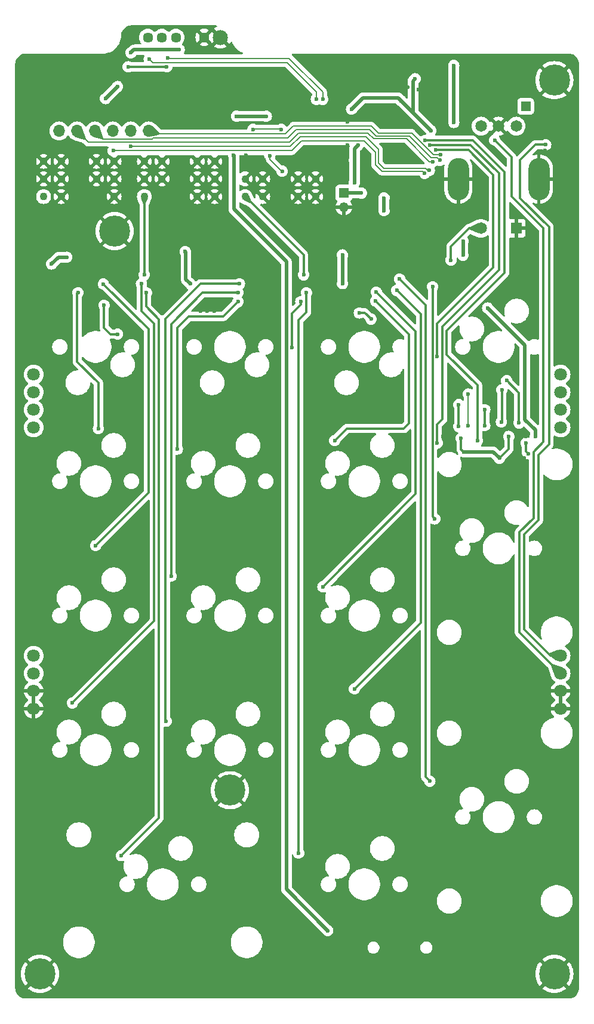
<source format=gbr>
%TF.GenerationSoftware,KiCad,Pcbnew,8.0.4*%
%TF.CreationDate,2024-10-18T15:11:06-05:00*%
%TF.ProjectId,numlocked_numpad,6e756d6c-6f63-46b6-9564-5f6e756d7061,rev?*%
%TF.SameCoordinates,Original*%
%TF.FileFunction,Copper,L1,Top*%
%TF.FilePolarity,Positive*%
%FSLAX46Y46*%
G04 Gerber Fmt 4.6, Leading zero omitted, Abs format (unit mm)*
G04 Created by KiCad (PCBNEW 8.0.4) date 2024-10-18 15:11:06*
%MOMM*%
%LPD*%
G01*
G04 APERTURE LIST*
%TA.AperFunction,ComponentPad*%
%ADD10R,1.650000X1.650000*%
%TD*%
%TA.AperFunction,ComponentPad*%
%ADD11C,1.650000*%
%TD*%
%TA.AperFunction,ComponentPad*%
%ADD12O,3.000000X6.000000*%
%TD*%
%TA.AperFunction,ComponentPad*%
%ADD13C,1.100000*%
%TD*%
%TA.AperFunction,ComponentPad*%
%ADD14R,1.350000X1.350000*%
%TD*%
%TA.AperFunction,ComponentPad*%
%ADD15O,1.350000X1.350000*%
%TD*%
%TA.AperFunction,ComponentPad*%
%ADD16C,4.400000*%
%TD*%
%TA.AperFunction,ComponentPad*%
%ADD17C,1.800000*%
%TD*%
%TA.AperFunction,ComponentPad*%
%ADD18R,1.700000X1.700000*%
%TD*%
%TA.AperFunction,ComponentPad*%
%ADD19O,1.700000X1.700000*%
%TD*%
%TA.AperFunction,ComponentPad*%
%ADD20C,1.450000*%
%TD*%
%TA.AperFunction,ComponentPad*%
%ADD21C,2.150000*%
%TD*%
%TA.AperFunction,ViaPad*%
%ADD22C,0.600000*%
%TD*%
%TA.AperFunction,Conductor*%
%ADD23C,0.300000*%
%TD*%
%TA.AperFunction,Conductor*%
%ADD24C,0.500000*%
%TD*%
%TA.AperFunction,Conductor*%
%ADD25C,0.200000*%
%TD*%
G04 APERTURE END LIST*
D10*
%TO.P,MT1,1*%
%TO.N,GND*%
X161250000Y-70500000D03*
D11*
%TO.P,MT1,2*%
%TO.N,Net-(RN6-R4.1)*%
X156250000Y-70500000D03*
%TO.P,MT1,A,A*%
%TO.N,Net-(MT1-PadA)*%
X161250000Y-56000000D03*
%TO.P,MT1,B,B*%
%TO.N,Net-(MT1-PadB)*%
X156250000Y-56000000D03*
%TO.P,MT1,COM,COM*%
%TO.N,GND*%
X158750000Y-56000000D03*
D12*
%TO.P,MT1,S1,SHIELD*%
X164450000Y-63500000D03*
%TO.P,MT1,S2,SHIELD__1*%
X153050000Y-63500000D03*
%TD*%
D13*
%TO.P,SW2,1,NC*%
%TO.N,GND*%
X94218750Y-61000000D03*
X96718750Y-61000000D03*
X101718750Y-61000000D03*
X104218750Y-61000000D03*
%TO.P,SW2,2,NO*%
%TO.N,Net-(RN1-R1.1)*%
X94218750Y-66000000D03*
%TO.P,SW2,3,GND*%
%TO.N,GND*%
X94218750Y-63500000D03*
X96718750Y-63500000D03*
X96718750Y-66000000D03*
X101718750Y-63500000D03*
X101718750Y-66000000D03*
X104218750Y-63500000D03*
X104218750Y-66000000D03*
%TD*%
D14*
%TO.P,J6,1,Pin_1*%
%TO.N,/~{reset}*%
X136800000Y-65500000D03*
D15*
%TO.P,J6,2,Pin_2*%
%TO.N,GND*%
X136800000Y-67500000D03*
%TD*%
D16*
%TO.P,H5,1,1*%
%TO.N,GND*%
X166656250Y-49500000D03*
%TD*%
D14*
%TO.P,J5,1,Pin_1*%
%TO.N,/~{USB BOOT}*%
X162600000Y-53201000D03*
D15*
%TO.P,J5,2,Pin_2*%
%TO.N,GND*%
X160600000Y-53201000D03*
%TD*%
D17*
%TO.P,J3,1,Pin_1*%
%TO.N,+5V*%
X167537500Y-91230000D03*
%TO.P,J3,2,Pin_2*%
%TO.N,/keyboardSH*%
X167537500Y-93730000D03*
%TO.P,J3,3,Pin_3*%
%TO.N,/keyboardCLK*%
X167537500Y-96230000D03*
%TO.P,J3,4,Pin_4*%
%TO.N,/Serialout-Numpad*%
X167537500Y-98730000D03*
%TD*%
D18*
%TO.P,OLED1,1,GND*%
%TO.N,GND*%
X93880000Y-56700000D03*
D19*
%TO.P,OLED1,2,VCC*%
%TO.N,+3V3*%
X96420000Y-56700000D03*
%TO.P,OLED1,3,SCL*%
%TO.N,/SSD1122 SCL*%
X98960000Y-56700000D03*
%TO.P,OLED1,4,SDA*%
%TO.N,/SSD1112 SDA*%
X101500000Y-56700000D03*
%TO.P,OLED1,5,RST*%
%TO.N,/SSD1112 RST*%
X104040000Y-56700000D03*
%TO.P,OLED1,6,DC*%
%TO.N,/SSD1112 DC*%
X106580000Y-56700000D03*
%TO.P,OLED1,7,CS*%
%TO.N,/SSD1112 CS*%
X109120000Y-56700000D03*
%TD*%
D17*
%TO.P,J4,1,Pin_1*%
%TO.N,/Encoder A*%
X167537500Y-131110000D03*
%TO.P,J4,2,Pin_2*%
%TO.N,/Encoder B*%
X167537500Y-133610000D03*
%TO.P,J4,3,Pin_3*%
%TO.N,GND*%
X167537500Y-136110000D03*
%TO.P,J4,4,Pin_4*%
X167537500Y-138610000D03*
%TD*%
D16*
%TO.P,H4,1,1*%
%TO.N,GND*%
X166656250Y-176220900D03*
%TD*%
%TO.P,H2,1,1*%
%TO.N,GND*%
X93693750Y-176220900D03*
%TD*%
%TO.P,H6,1,1*%
%TO.N,GND*%
X120650000Y-150181250D03*
%TD*%
%TO.P,H1,1,1*%
%TO.N,GND*%
X104300000Y-70900000D03*
%TD*%
D20*
%TO.P,SW1,1,1*%
%TO.N,GND*%
X116994000Y-43437500D03*
%TO.P,SW1,2,2*%
%TO.N,Net-(C25-Pad1)*%
X112994000Y-43437500D03*
%TO.P,SW1,3,3*%
%TO.N,/ModeSwitch1*%
X110994000Y-43437500D03*
%TO.P,SW1,4,4*%
%TO.N,/ModeSwitch2*%
X108994000Y-43437500D03*
D21*
%TO.P,SW1,MNT1,MNT1*%
%TO.N,GND*%
X119294000Y-43437500D03*
%TO.P,SW1,MNT2,MNT2*%
X106694000Y-43437500D03*
%TD*%
D13*
%TO.P,SW3,1,NC*%
%TO.N,GND*%
X108506250Y-61000000D03*
X111006250Y-61000000D03*
X116006250Y-61000000D03*
X118506250Y-61000000D03*
%TO.P,SW3,2,NO*%
%TO.N,Net-(RN2-R4.1)*%
X108506250Y-66000000D03*
%TO.P,SW3,3,GND*%
%TO.N,GND*%
X108506250Y-63500000D03*
X111006250Y-63500000D03*
X111006250Y-66000000D03*
X116006250Y-63500000D03*
X116006250Y-66000000D03*
X118506250Y-63500000D03*
X118506250Y-66000000D03*
%TD*%
%TO.P,SW4,1,NC*%
%TO.N,GND*%
X122793750Y-61000000D03*
X125293750Y-61000000D03*
X130293750Y-61000000D03*
X132793750Y-61000000D03*
%TO.P,SW4,2,NO*%
%TO.N,Net-(RN4-R4.1)*%
X122793750Y-66000000D03*
%TO.P,SW4,3,GND*%
%TO.N,GND*%
X122793750Y-63500000D03*
X125293750Y-63500000D03*
X125293750Y-66000000D03*
X130293750Y-63500000D03*
X130293750Y-66000000D03*
X132793750Y-63500000D03*
X132793750Y-66000000D03*
%TD*%
D17*
%TO.P,J2,1,Pin_1*%
%TO.N,/Encoder A*%
X92812500Y-131110000D03*
%TO.P,J2,2,Pin_2*%
%TO.N,/Encoder B*%
X92812500Y-133610000D03*
%TO.P,J2,3,Pin_3*%
%TO.N,GND*%
X92812500Y-136110000D03*
%TO.P,J2,4,Pin_4*%
X92812500Y-138610000D03*
%TD*%
%TO.P,J1,1,Pin_1*%
%TO.N,+5V*%
X92812500Y-91230000D03*
%TO.P,J1,2,Pin_2*%
%TO.N,/keyboardSH*%
X92812500Y-93730000D03*
%TO.P,J1,3,Pin_3*%
%TO.N,/keyboardCLK*%
X92812500Y-96230000D03*
%TO.P,J1,4,Pin_4*%
%TO.N,/Serialout-Numpad*%
X92812500Y-98730000D03*
%TD*%
D22*
%TO.N,/Encoder A*%
X165431731Y-58653324D03*
%TO.N,GND*%
X124600000Y-51500000D03*
X162400000Y-104700000D03*
X153600000Y-49700000D03*
X131800000Y-52000000D03*
X145000000Y-58700000D03*
X145700000Y-103100000D03*
X107600000Y-118400000D03*
X96050000Y-83700000D03*
X109400000Y-139400000D03*
X117500000Y-49900000D03*
X162300000Y-72200000D03*
X144400000Y-75700000D03*
X96850000Y-99350000D03*
X118350000Y-55250000D03*
X130800000Y-52000000D03*
X145000000Y-61100000D03*
X145715000Y-137415000D03*
X155700000Y-52205000D03*
X164100000Y-92100000D03*
X95600000Y-90300000D03*
X101500000Y-55100000D03*
X103850000Y-47750000D03*
X95850000Y-99350000D03*
X142700000Y-59900000D03*
X142700000Y-58700000D03*
X99100000Y-47800000D03*
X166600000Y-110800000D03*
X155637500Y-105837500D03*
X163300000Y-72200000D03*
X126700000Y-99400000D03*
X102600000Y-75800000D03*
X138900000Y-50900000D03*
X137300000Y-55400000D03*
X145473924Y-64261074D03*
X118350000Y-53250000D03*
X158100000Y-59600000D03*
X116450000Y-82200000D03*
X107600000Y-99300000D03*
X148000000Y-66200000D03*
X134750000Y-83050000D03*
X155600000Y-49700000D03*
X165300000Y-59500000D03*
X154000000Y-56100000D03*
X118450000Y-82200000D03*
X146200000Y-71600000D03*
X132750000Y-83050000D03*
X108000000Y-51100000D03*
X164765000Y-146935000D03*
X119700000Y-132450000D03*
X141400000Y-53200000D03*
X157800000Y-132400000D03*
X145000000Y-59900000D03*
X162400000Y-103100000D03*
X149526252Y-63776989D03*
X136500000Y-54600000D03*
X154600000Y-49700000D03*
X129800000Y-52000000D03*
X147600000Y-158400000D03*
X164100000Y-93100000D03*
X168300000Y-101000000D03*
X141400000Y-68100000D03*
X150700000Y-56500000D03*
X163150000Y-83850000D03*
X156800000Y-132400000D03*
X142700000Y-61100000D03*
X125400000Y-75825000D03*
X154400000Y-105200000D03*
X155700000Y-172500000D03*
X164450000Y-55900000D03*
X122900000Y-60100000D03*
X147400000Y-50800000D03*
X143900000Y-61100000D03*
X136300000Y-60600000D03*
X126700000Y-118300000D03*
X137300000Y-58700000D03*
X121700000Y-132450000D03*
X143900000Y-58700000D03*
X157800000Y-100000000D03*
X145700000Y-118500000D03*
X165450000Y-55900000D03*
X154200000Y-107700000D03*
X161300000Y-72200000D03*
X149300000Y-70600000D03*
X162600000Y-100000000D03*
X155800000Y-132400000D03*
X164100000Y-94100000D03*
X118350000Y-54250000D03*
X149300000Y-64800000D03*
X144400000Y-50300000D03*
X163450000Y-55900000D03*
X120700000Y-132450000D03*
X144000000Y-67100000D03*
X104300000Y-83100000D03*
X117450000Y-82200000D03*
X119000000Y-158400000D03*
X145850000Y-50450000D03*
X150900000Y-100000000D03*
X133750000Y-83050000D03*
X127400000Y-83445000D03*
X126665000Y-137535000D03*
X95100000Y-51100000D03*
X146300000Y-82900000D03*
X94850000Y-99350000D03*
%TO.N,+3V3*%
X114300000Y-73805000D03*
X115009376Y-78340000D03*
X142500000Y-66200000D03*
X153700000Y-74300000D03*
X138300000Y-64000000D03*
X149150000Y-56650000D03*
X163950000Y-100000000D03*
X138300000Y-60800000D03*
X157200000Y-81800000D03*
X144900000Y-52400000D03*
X136600000Y-78340000D03*
X146900000Y-49300000D03*
X158862500Y-103100000D03*
X153441239Y-100257968D03*
X103000000Y-52100000D03*
X104700000Y-50400000D03*
X153800000Y-102200000D03*
X136600000Y-74275000D03*
X160200000Y-100000000D03*
X138809268Y-58700000D03*
X142500000Y-68000000D03*
X137900000Y-53600000D03*
X97500000Y-74600000D03*
X153700000Y-72300000D03*
X106600000Y-45600000D03*
X113450000Y-45178445D03*
X95346169Y-75553831D03*
%TO.N,/Encoder B*%
X158200000Y-58000000D03*
%TO.N,Net-(RN1-R3.1)*%
X99100000Y-79635000D03*
X102000000Y-98900000D03*
%TO.N,Net-(RN1-R4.1)*%
X104700000Y-85500000D03*
X102800000Y-81400000D03*
%TO.N,Net-(RN1-R2.1)*%
X102700000Y-78400000D03*
X101600000Y-115500000D03*
%TO.N,Net-(RN2-R4.1)*%
X108500000Y-77095000D03*
%TO.N,Net-(RN2-R2.1)*%
X108800000Y-79635000D03*
X105250000Y-159450000D03*
%TO.N,Net-(RN2-R3.1)*%
X98300000Y-137800000D03*
X108100000Y-78340000D03*
%TO.N,Net-(RN3-R3.1)*%
X121800000Y-79635000D03*
X112300000Y-119800000D03*
%TO.N,Net-(RN3-R4.1)*%
X121800000Y-80905000D03*
X113200000Y-101800000D03*
%TO.N,Net-(RN3-R2.1)*%
X111600000Y-140400000D03*
X122000000Y-78365000D03*
%TO.N,Net-(RN4-R4.1)*%
X131100000Y-77095000D03*
%TO.N,Net-(RN4-R2.1)*%
X131500000Y-79635000D03*
X130400000Y-159100000D03*
%TO.N,Net-(RN4-R3.1)*%
X139000000Y-82500000D03*
X140659620Y-83359620D03*
%TO.N,Net-(RN4-R1.1)*%
X129400000Y-87400000D03*
X130700000Y-80905000D03*
%TO.N,Net-(RN5-R3.1)*%
X133831250Y-121331250D03*
X141400000Y-79535000D03*
%TO.N,Net-(RN5-R1.1)*%
X149000000Y-148900000D03*
X144700000Y-77700000D03*
%TO.N,Net-(RN5-R4.1)*%
X135500000Y-100600000D03*
X141300000Y-80805000D03*
%TO.N,Net-(RN5-R2.1)*%
X144300000Y-79300000D03*
X138300000Y-135800000D03*
%TO.N,Net-(RN6-R2.1)*%
X149700000Y-111700000D03*
X149400000Y-78790000D03*
%TO.N,Net-(RN6-R4.1)*%
X152000000Y-75000000D03*
%TO.N,/SH*%
X154453831Y-98480000D03*
X154453831Y-94000000D03*
%TO.N,/CLK*%
X159200000Y-93400000D03*
X159150000Y-97950000D03*
%TO.N,+5V*%
X152400000Y-47400000D03*
X152400000Y-55500000D03*
%TO.N,Net-(C25-Pad1)*%
X106200000Y-47600000D03*
X111700000Y-47600000D03*
%TO.N,/keyboardSH*%
X153100000Y-98600000D03*
X153100000Y-95500000D03*
%TO.N,/keyboardCLK*%
X156800000Y-98480000D03*
X156800000Y-96230000D03*
%TO.N,/~{reset}*%
X139300000Y-65500000D03*
%TO.N,/ModeSwitch2*%
X132900000Y-52200000D03*
X109200000Y-46500000D03*
%TO.N,/ModeSwitch1*%
X133800000Y-52200000D03*
X111800000Y-46300000D03*
%TO.N,/SerialOut*%
X159900000Y-92100000D03*
X149850000Y-59400000D03*
X150050000Y-88650000D03*
X161650000Y-98100000D03*
%TO.N,/SSD1112 SDA*%
X150396489Y-60835133D03*
%TO.N,/SSD1112 DC*%
X148925735Y-62274265D03*
X106600000Y-58900000D03*
%TO.N,/numpadSH*%
X150050000Y-100950000D03*
X148962018Y-58682928D03*
%TO.N,/VBAT*%
X134517500Y-170082500D03*
X121600000Y-54600000D03*
X125800000Y-54600000D03*
X121170099Y-60100000D03*
%TO.N,/SSD1112 CS*%
X150550000Y-60050000D03*
%TO.N,/numpadCLK*%
X148354190Y-58032928D03*
X155762554Y-100634389D03*
%TO.N,/SSD1122 SCL*%
X149418624Y-61050000D03*
%TO.N,/SSD1112 RST*%
X104100000Y-59500000D03*
X148252840Y-62706945D03*
%TO.N,/RTC_32KHZ*%
X123923871Y-56460000D03*
X127900000Y-56460000D03*
%TO.N,/~{RTC_RST}*%
X128047916Y-62400000D03*
X126290881Y-60201247D03*
%TO.N,Net-(U5-I1)*%
X162925000Y-102450000D03*
X162650001Y-100950000D03*
%TD*%
D23*
%TO.N,/Encoder A*%
X162400000Y-113900000D02*
X164400000Y-111900000D01*
X164400000Y-111900000D02*
X164400000Y-102600000D01*
X165431731Y-58653324D02*
X165453324Y-58653324D01*
X161800000Y-66200000D02*
X161800000Y-60800000D01*
X166100000Y-131100000D02*
X162400000Y-127400000D01*
X164400000Y-102600000D02*
X165900000Y-101100000D01*
X162400000Y-127400000D02*
X162400000Y-113900000D01*
X167537500Y-131110000D02*
X167527500Y-131100000D01*
X167527500Y-131100000D02*
X166100000Y-131100000D01*
X161800000Y-60800000D02*
X163946676Y-58653324D01*
X163946676Y-58653324D02*
X165431731Y-58653324D01*
X165900000Y-70300000D02*
X161800000Y-66200000D01*
X165900000Y-101100000D02*
X165900000Y-70300000D01*
%TO.N,+3V3*%
X160200000Y-100000000D02*
X160200000Y-101762500D01*
D24*
X144900000Y-52400000D02*
X148500000Y-56000000D01*
X138809268Y-58700000D02*
X138300000Y-59209268D01*
X144500000Y-52000000D02*
X139500000Y-52000000D01*
X114400000Y-77730624D02*
X115009376Y-78340000D01*
X146600000Y-54100000D02*
X148500000Y-56000000D01*
X144900000Y-52400000D02*
X144500000Y-52000000D01*
X157200000Y-81800000D02*
X162480000Y-87080000D01*
X149150000Y-56650000D02*
X148500000Y-56000000D01*
X136600000Y-78340000D02*
X136600000Y-74275000D01*
X96300000Y-74600000D02*
X97500000Y-74600000D01*
X163950000Y-99110620D02*
X163950000Y-100000000D01*
D23*
X153441239Y-100257968D02*
X153441239Y-101841239D01*
D24*
X113450000Y-45178445D02*
X107021555Y-45178445D01*
X95346169Y-75553831D02*
X96300000Y-74600000D01*
X153800000Y-102200000D02*
X157962500Y-102200000D01*
X153700000Y-72300000D02*
X153700000Y-74300000D01*
X146900000Y-49300000D02*
X146600000Y-49600000D01*
X138300000Y-64000000D02*
X138300000Y-60800000D01*
X107021555Y-45178445D02*
X106600000Y-45600000D01*
X114300000Y-73805000D02*
X114400000Y-73905000D01*
D23*
X158862500Y-103100000D02*
X160200000Y-101762500D01*
D24*
X162480000Y-97640620D02*
X163950000Y-99110620D01*
X162480000Y-87080000D02*
X162480000Y-97640620D01*
X114400000Y-73905000D02*
X114400000Y-77730624D01*
X157962500Y-102200000D02*
X158862500Y-103100000D01*
X142500000Y-68000000D02*
X142500000Y-66200000D01*
X138300000Y-59209268D02*
X138300000Y-60800000D01*
D23*
X153441239Y-101841239D02*
X153800000Y-102200000D01*
D24*
X139500000Y-52000000D02*
X137900000Y-53600000D01*
X104700000Y-50400000D02*
X103000000Y-52100000D01*
X146600000Y-49600000D02*
X146600000Y-54100000D01*
D23*
X153600000Y-102000000D02*
X153441239Y-101841239D01*
%TO.N,/Encoder B*%
X160600000Y-60400000D02*
X160600000Y-66000000D01*
X160600000Y-66000000D02*
X165100000Y-70500000D01*
X163700000Y-102200000D02*
X163700000Y-111600000D01*
X163700000Y-111600000D02*
X161700000Y-113600000D01*
X161700000Y-113600000D02*
X161700000Y-127772500D01*
X165100000Y-100800000D02*
X163700000Y-102200000D01*
X158200000Y-58000000D02*
X160600000Y-60400000D01*
X161700000Y-127772500D02*
X167537500Y-133610000D01*
X165100000Y-70500000D02*
X165100000Y-100800000D01*
%TO.N,Net-(RN1-R3.1)*%
X99000000Y-79735000D02*
X99100000Y-79635000D01*
X102000000Y-98900000D02*
X102000000Y-92400000D01*
X102000000Y-92400000D02*
X99000000Y-89400000D01*
X99000000Y-89400000D02*
X99000000Y-79735000D01*
%TO.N,Net-(RN1-R4.1)*%
X102800000Y-81400000D02*
X102800000Y-84600000D01*
X102800000Y-84600000D02*
X103700000Y-85500000D01*
X103700000Y-85500000D02*
X104700000Y-85500000D01*
%TO.N,Net-(RN1-R2.1)*%
X109100000Y-84800000D02*
X102700000Y-78400000D01*
X101600000Y-115500000D02*
X109100000Y-108000000D01*
X109100000Y-108000000D02*
X109100000Y-84800000D01*
%TO.N,Net-(RN2-R4.1)*%
X108506250Y-66000000D02*
X108500000Y-66006250D01*
X108500000Y-66006250D02*
X108500000Y-77095000D01*
%TO.N,Net-(RN2-R2.1)*%
X108800000Y-81600000D02*
X108800000Y-79635000D01*
X110600000Y-83400000D02*
X108800000Y-81600000D01*
X110600000Y-154100000D02*
X110600000Y-83400000D01*
X105250000Y-159450000D02*
X110600000Y-154100000D01*
%TO.N,Net-(RN2-R3.1)*%
X108100000Y-82200000D02*
X109900000Y-84000000D01*
X108100000Y-78340000D02*
X108100000Y-82200000D01*
X109900000Y-84000000D02*
X109900000Y-126200000D01*
X109900000Y-126200000D02*
X98300000Y-137800000D01*
%TO.N,Net-(RN3-R3.1)*%
X116765000Y-79635000D02*
X121800000Y-79635000D01*
X112300000Y-119800000D02*
X112300000Y-84100000D01*
X112300000Y-84100000D02*
X116765000Y-79635000D01*
%TO.N,Net-(RN3-R4.1)*%
X119705000Y-83000000D02*
X121800000Y-80905000D01*
X113200000Y-84600000D02*
X114800000Y-83000000D01*
X114800000Y-83000000D02*
X119705000Y-83000000D01*
X113200000Y-101800000D02*
X113200000Y-84600000D01*
%TO.N,Net-(RN3-R2.1)*%
X111600000Y-140400000D02*
X111500000Y-140300000D01*
X111500000Y-83350000D02*
X116485000Y-78365000D01*
X111500000Y-140300000D02*
X111500000Y-83350000D01*
X116485000Y-78365000D02*
X122000000Y-78365000D01*
%TO.N,Net-(RN4-R4.1)*%
X122793750Y-66000000D02*
X131100000Y-74306250D01*
X131100000Y-74306250D02*
X131100000Y-77095000D01*
%TO.N,Net-(RN4-R2.1)*%
X131500000Y-82400000D02*
X131500000Y-79635000D01*
X130400000Y-83500000D02*
X131500000Y-82400000D01*
X130400000Y-159100000D02*
X130400000Y-83500000D01*
%TO.N,Net-(RN4-R3.1)*%
X140659620Y-83359620D02*
X139800000Y-82500000D01*
X139800000Y-82500000D02*
X139000000Y-82500000D01*
%TO.N,Net-(RN4-R1.1)*%
X129400000Y-82605000D02*
X130700000Y-81305000D01*
X130700000Y-81305000D02*
X130700000Y-80905000D01*
X129400000Y-87400000D02*
X129400000Y-82605000D01*
%TO.N,Net-(RN5-R3.1)*%
X133831250Y-121331250D02*
X147000000Y-108162500D01*
X147000000Y-85135000D02*
X141400000Y-79535000D01*
X147000000Y-108162500D02*
X147000000Y-85135000D01*
%TO.N,Net-(RN5-R1.1)*%
X144700000Y-77700000D02*
X148400000Y-81400000D01*
X148400000Y-148300000D02*
X149000000Y-148900000D01*
X148400000Y-81400000D02*
X148400000Y-148300000D01*
%TO.N,Net-(RN5-R4.1)*%
X146030000Y-98170000D02*
X146030000Y-85535000D01*
X135500000Y-100600000D02*
X137200000Y-98900000D01*
X137200000Y-98900000D02*
X145300000Y-98900000D01*
X145300000Y-98900000D02*
X146030000Y-98170000D01*
X146030000Y-85535000D02*
X141300000Y-80805000D01*
%TO.N,Net-(RN5-R2.1)*%
X144300000Y-79300000D02*
X147700000Y-82700000D01*
X147700000Y-126400000D02*
X138300000Y-135800000D01*
X147700000Y-82700000D02*
X147700000Y-126400000D01*
%TO.N,Net-(RN6-R2.1)*%
X149400000Y-78790000D02*
X149400000Y-111400000D01*
X149400000Y-111400000D02*
X149700000Y-111700000D01*
%TO.N,Net-(RN6-R4.1)*%
X154580761Y-70500000D02*
X156250000Y-70500000D01*
X152000000Y-73080761D02*
X154580761Y-70500000D01*
X152000000Y-75000000D02*
X152000000Y-73080761D01*
D25*
%TO.N,/SH*%
X154453831Y-94000000D02*
X154453831Y-98480000D01*
D23*
%TO.N,/CLK*%
X159200000Y-93400000D02*
X159200000Y-97900000D01*
D25*
X159200000Y-97900000D02*
X159150000Y-97950000D01*
D24*
%TO.N,+5V*%
X152400000Y-55500000D02*
X152400000Y-47400000D01*
D23*
%TO.N,Net-(C25-Pad1)*%
X106200000Y-47600000D02*
X111700000Y-47600000D01*
%TO.N,/keyboardSH*%
X153100000Y-95500000D02*
X153100000Y-98600000D01*
%TO.N,/keyboardCLK*%
X156800000Y-98480000D02*
X156800000Y-96230000D01*
D24*
%TO.N,/~{reset}*%
X136827402Y-65472598D02*
X139272598Y-65472598D01*
X139272598Y-65472598D02*
X139300000Y-65500000D01*
X136800000Y-65500000D02*
X136827402Y-65472598D01*
D25*
%TO.N,/ModeSwitch2*%
X128751471Y-47000000D02*
X132900000Y-51148529D01*
X109700000Y-47000000D02*
X128751471Y-47000000D01*
X132900000Y-51148529D02*
X132900000Y-52200000D01*
X109200000Y-46500000D02*
X109700000Y-47000000D01*
%TO.N,/ModeSwitch1*%
X111900000Y-46400000D02*
X111800000Y-46300000D01*
X129048528Y-46400000D02*
X111900000Y-46400000D01*
X133800000Y-52200000D02*
X133800000Y-51151472D01*
X133800000Y-51151472D02*
X129048528Y-46400000D01*
D23*
%TO.N,/SerialOut*%
X150050000Y-83981033D02*
X150050000Y-88650000D01*
X158000000Y-76031033D02*
X150050000Y-83981033D01*
X161600000Y-93800000D02*
X159900000Y-92100000D01*
X158000000Y-62900000D02*
X158000000Y-76031033D01*
X161600000Y-98050000D02*
X161600000Y-93800000D01*
X154500000Y-59400000D02*
X158000000Y-62900000D01*
X149850000Y-59400000D02*
X154500000Y-59400000D01*
X161650000Y-98100000D02*
X161600000Y-98050000D01*
D25*
%TO.N,/SSD1112 SDA*%
X128865686Y-57700000D02*
X109746346Y-57700000D01*
X109746346Y-57700000D02*
X109596346Y-57850000D01*
X146100000Y-57400000D02*
X141350000Y-57400000D01*
X141350000Y-57400000D02*
X140450000Y-56500000D01*
X150011356Y-60450000D02*
X149150000Y-60450000D01*
X102650000Y-57850000D02*
X101500000Y-56700000D01*
X149150000Y-60450000D02*
X146100000Y-57400000D01*
X140450000Y-56500000D02*
X130065686Y-56500000D01*
X130065686Y-56500000D02*
X128865686Y-57700000D01*
X109596346Y-57850000D02*
X102650000Y-57850000D01*
X150396489Y-60835133D02*
X150011356Y-60450000D01*
%TO.N,/SSD1112 DC*%
X148400000Y-62000000D02*
X142465686Y-62000000D01*
X129200000Y-58900000D02*
X106600000Y-58900000D01*
X141700000Y-61234314D02*
X141700000Y-59300000D01*
X130600000Y-57500000D02*
X129200000Y-58900000D01*
X141700000Y-59300000D02*
X139900000Y-57500000D01*
X142465686Y-62000000D02*
X141700000Y-61234314D01*
X148925735Y-62274265D02*
X148674265Y-62274265D01*
X148674265Y-62274265D02*
X148400000Y-62000000D01*
X139900000Y-57500000D02*
X130600000Y-57500000D01*
D23*
%TO.N,/numpadSH*%
X150800000Y-97600000D02*
X150800000Y-84400000D01*
X150800000Y-84400000D02*
X158800000Y-76400000D01*
X150050000Y-98350000D02*
X150800000Y-97600000D01*
X158800000Y-76400000D02*
X158800000Y-62700000D01*
X158800000Y-62700000D02*
X154782928Y-58682928D01*
X154782928Y-58682928D02*
X148962018Y-58682928D01*
X150050000Y-100950000D02*
X150050000Y-98350000D01*
D24*
%TO.N,/VBAT*%
X121600000Y-54600000D02*
X125800000Y-54600000D01*
X121200000Y-67800000D02*
X128650000Y-75250000D01*
X121170099Y-60100000D02*
X121200000Y-60129901D01*
X121200000Y-60129901D02*
X121200000Y-67800000D01*
X128650000Y-164215000D02*
X134517500Y-170082500D01*
X128650000Y-75250000D02*
X128650000Y-164215000D01*
D25*
%TO.N,/SSD1112 CS*%
X150550000Y-60050000D02*
X149480561Y-60050000D01*
X140700000Y-56000000D02*
X129650000Y-56000000D01*
X128550000Y-57100000D02*
X109520000Y-57100000D01*
X129650000Y-56000000D02*
X128550000Y-57100000D01*
X141700000Y-57000000D02*
X140700000Y-56000000D01*
X149480561Y-60050000D02*
X146430561Y-57000000D01*
X146430561Y-57000000D02*
X141700000Y-57000000D01*
D23*
%TO.N,/numpadCLK*%
X159600000Y-62500000D02*
X159600000Y-76800000D01*
X159600000Y-76800000D02*
X151400000Y-85000000D01*
X151400000Y-85000000D02*
X151400000Y-88400000D01*
X155132928Y-58032928D02*
X159600000Y-62500000D01*
X148354190Y-58032928D02*
X155132928Y-58032928D01*
X151400000Y-88400000D02*
X155762554Y-92762554D01*
X155762554Y-92762554D02*
X155762554Y-100634389D01*
D25*
%TO.N,/SSD1122 SCL*%
X149418624Y-61050000D02*
X148950000Y-61050000D01*
X141000000Y-57800000D02*
X140200000Y-57000000D01*
X100560000Y-58300000D02*
X98960000Y-56700000D01*
X148950000Y-61050000D02*
X145700000Y-57800000D01*
X129100000Y-58300000D02*
X100560000Y-58300000D01*
X130400000Y-57000000D02*
X129100000Y-58300000D01*
X140200000Y-57000000D02*
X130400000Y-57000000D01*
X145700000Y-57800000D02*
X141000000Y-57800000D01*
%TO.N,/SSD1112 RST*%
X147945895Y-62400000D02*
X142200000Y-62400000D01*
X141300000Y-59700000D02*
X139700000Y-58100000D01*
X141300000Y-61500000D02*
X141300000Y-59700000D01*
X148252840Y-62706945D02*
X147945895Y-62400000D01*
X130800000Y-58100000D02*
X129400000Y-59500000D01*
X129400000Y-59500000D02*
X104100000Y-59500000D01*
X142200000Y-62400000D02*
X141300000Y-61500000D01*
X139700000Y-58100000D02*
X130800000Y-58100000D01*
%TO.N,/RTC_32KHZ*%
X127840000Y-56400000D02*
X127900000Y-56460000D01*
X123983871Y-56400000D02*
X127840000Y-56400000D01*
X123923871Y-56460000D02*
X123983871Y-56400000D01*
%TO.N,/~{RTC_RST}*%
X126290881Y-60201247D02*
X126290881Y-60690881D01*
X128000000Y-62400000D02*
X128047916Y-62400000D01*
X126290881Y-60690881D02*
X128000000Y-62400000D01*
D23*
%TO.N,Net-(U5-I1)*%
X162925000Y-102450000D02*
X162650001Y-102175001D01*
X162650001Y-102175001D02*
X162650001Y-100950000D01*
%TD*%
%TA.AperFunction,Conductor*%
%TO.N,GND*%
G36*
X167787500Y-138294314D02*
G01*
X167783106Y-138289920D01*
X167691894Y-138237259D01*
X167590161Y-138210000D01*
X167484839Y-138210000D01*
X167383106Y-138237259D01*
X167291894Y-138289920D01*
X167287500Y-138294314D01*
X167287500Y-136425686D01*
X167291894Y-136430080D01*
X167383106Y-136482741D01*
X167484839Y-136510000D01*
X167590161Y-136510000D01*
X167691894Y-136482741D01*
X167783106Y-136430080D01*
X167787500Y-136425686D01*
X167787500Y-138294314D01*
G37*
%TD.AperFunction*%
%TA.AperFunction,Conductor*%
G36*
X151655703Y-89576095D02*
G01*
X151662181Y-89582127D01*
X155075735Y-92995681D01*
X155109220Y-93057004D01*
X155112054Y-93083362D01*
X155112054Y-93243819D01*
X155092369Y-93310858D01*
X155039565Y-93356613D01*
X154970407Y-93366557D01*
X154922082Y-93348813D01*
X154803354Y-93274211D01*
X154633085Y-93214631D01*
X154633080Y-93214630D01*
X154453835Y-93194435D01*
X154453827Y-93194435D01*
X154274581Y-93214630D01*
X154274576Y-93214631D01*
X154104307Y-93274211D01*
X153951568Y-93370184D01*
X153824015Y-93497737D01*
X153728042Y-93650476D01*
X153668462Y-93820745D01*
X153668461Y-93820750D01*
X153648266Y-93999996D01*
X153648266Y-94000003D01*
X153668461Y-94179249D01*
X153668462Y-94179254D01*
X153728042Y-94349523D01*
X153824016Y-94502263D01*
X153826276Y-94505097D01*
X153827165Y-94507275D01*
X153827720Y-94508158D01*
X153827565Y-94508255D01*
X153852686Y-94569783D01*
X153853331Y-94582412D01*
X153853331Y-94821891D01*
X153833646Y-94888930D01*
X153780842Y-94934685D01*
X153711684Y-94944629D01*
X153648128Y-94915604D01*
X153641650Y-94909572D01*
X153602262Y-94870184D01*
X153449523Y-94774211D01*
X153279254Y-94714631D01*
X153279249Y-94714630D01*
X153100004Y-94694435D01*
X153099996Y-94694435D01*
X152920750Y-94714630D01*
X152920745Y-94714631D01*
X152750476Y-94774211D01*
X152597737Y-94870184D01*
X152470184Y-94997737D01*
X152374211Y-95150476D01*
X152314631Y-95320745D01*
X152314630Y-95320750D01*
X152294435Y-95499996D01*
X152294435Y-95500003D01*
X152314630Y-95679249D01*
X152314631Y-95679254D01*
X152374211Y-95849524D01*
X152430493Y-95939094D01*
X152449500Y-96005067D01*
X152449500Y-98094931D01*
X152430494Y-98160903D01*
X152374211Y-98250477D01*
X152374209Y-98250481D01*
X152314633Y-98420737D01*
X152314630Y-98420750D01*
X152294435Y-98599996D01*
X152294435Y-98600003D01*
X152314630Y-98779249D01*
X152314631Y-98779254D01*
X152374211Y-98949523D01*
X152441171Y-99056088D01*
X152470184Y-99102262D01*
X152597738Y-99229816D01*
X152750478Y-99325789D01*
X152920745Y-99385368D01*
X152920752Y-99385368D01*
X152925683Y-99386494D01*
X152986664Y-99420598D01*
X153019527Y-99482256D01*
X153013839Y-99551894D01*
X152971404Y-99607401D01*
X152964076Y-99612380D01*
X152938978Y-99628150D01*
X152938976Y-99628152D01*
X152811426Y-99755703D01*
X152811423Y-99755705D01*
X152715450Y-99908444D01*
X152655870Y-100078713D01*
X152655869Y-100078718D01*
X152635674Y-100257964D01*
X152635674Y-100257971D01*
X152655869Y-100437217D01*
X152655870Y-100437222D01*
X152715450Y-100607492D01*
X152771732Y-100697062D01*
X152790739Y-100763035D01*
X152790739Y-101905308D01*
X152790739Y-101905310D01*
X152790738Y-101905310D01*
X152815736Y-102030977D01*
X152815738Y-102030983D01*
X152849404Y-102112261D01*
X152864774Y-102149366D01*
X152935962Y-102255908D01*
X152935965Y-102255912D01*
X152978277Y-102298224D01*
X153011762Y-102359547D01*
X153013815Y-102372012D01*
X153014630Y-102379246D01*
X153014633Y-102379258D01*
X153040271Y-102452529D01*
X153043832Y-102522308D01*
X153009102Y-102582934D01*
X152947109Y-102615161D01*
X152877533Y-102608755D01*
X152847743Y-102591858D01*
X152738540Y-102508064D01*
X152738538Y-102508062D01*
X152738532Y-102508058D01*
X152738527Y-102508055D01*
X152738524Y-102508053D01*
X152536976Y-102391688D01*
X152536960Y-102391680D01*
X152321947Y-102302620D01*
X152281760Y-102291852D01*
X152097126Y-102242379D01*
X152097125Y-102242378D01*
X152097122Y-102242378D01*
X151866382Y-102212001D01*
X151866377Y-102212000D01*
X151866372Y-102212000D01*
X151633628Y-102212000D01*
X151633622Y-102212000D01*
X151633617Y-102212001D01*
X151402877Y-102242378D01*
X151178052Y-102302620D01*
X150963039Y-102391680D01*
X150963023Y-102391688D01*
X150761475Y-102508053D01*
X150761459Y-102508064D01*
X150576820Y-102649742D01*
X150576813Y-102649748D01*
X150412248Y-102814313D01*
X150412242Y-102814320D01*
X150272876Y-102995946D01*
X150216448Y-103037149D01*
X150146702Y-103041304D01*
X150085782Y-103007092D01*
X150053029Y-102945374D01*
X150050500Y-102920460D01*
X150050500Y-101866321D01*
X150070185Y-101799282D01*
X150122989Y-101753527D01*
X150160612Y-101743101D01*
X150229255Y-101735368D01*
X150399522Y-101675789D01*
X150552262Y-101579816D01*
X150679816Y-101452262D01*
X150775789Y-101299522D01*
X150835368Y-101129255D01*
X150835369Y-101129249D01*
X150855565Y-100950003D01*
X150855565Y-100949996D01*
X150835369Y-100770750D01*
X150835366Y-100770737D01*
X150775790Y-100600481D01*
X150775789Y-100600478D01*
X150754008Y-100565814D01*
X150719506Y-100510903D01*
X150700500Y-100444931D01*
X150700500Y-98670807D01*
X150720185Y-98603768D01*
X150736819Y-98583126D01*
X151305273Y-98014672D01*
X151305276Y-98014669D01*
X151376465Y-97908127D01*
X151425501Y-97789744D01*
X151432569Y-97754211D01*
X151450500Y-97664069D01*
X151450500Y-89669808D01*
X151470185Y-89602769D01*
X151522989Y-89557014D01*
X151592147Y-89547070D01*
X151655703Y-89576095D01*
G37*
%TD.AperFunction*%
%TA.AperFunction,Conductor*%
G36*
X164402613Y-88337212D02*
G01*
X164442871Y-88394318D01*
X164449500Y-88434318D01*
X164449500Y-98249390D01*
X164429815Y-98316429D01*
X164377011Y-98362184D01*
X164307853Y-98372128D01*
X164244297Y-98343103D01*
X164237819Y-98337071D01*
X163266819Y-97366071D01*
X163233334Y-97304748D01*
X163230500Y-97278390D01*
X163230500Y-88444509D01*
X163250185Y-88377470D01*
X163302989Y-88331715D01*
X163372147Y-88321771D01*
X163402657Y-88331444D01*
X163403046Y-88330506D01*
X163407547Y-88332370D01*
X163407552Y-88332371D01*
X163407555Y-88332373D01*
X163572299Y-88385902D01*
X163743389Y-88413000D01*
X163743390Y-88413000D01*
X163916610Y-88413000D01*
X163916611Y-88413000D01*
X164087701Y-88385902D01*
X164252445Y-88332373D01*
X164269204Y-88323833D01*
X164337872Y-88310937D01*
X164402613Y-88337212D01*
G37*
%TD.AperFunction*%
%TA.AperFunction,Conductor*%
G36*
X145466942Y-58420185D02*
G01*
X145487584Y-58436819D01*
X148238584Y-61187819D01*
X148272069Y-61249142D01*
X148267085Y-61318834D01*
X148225213Y-61374767D01*
X148159749Y-61399184D01*
X148150903Y-61399500D01*
X142765784Y-61399500D01*
X142698745Y-61379815D01*
X142678103Y-61363181D01*
X142336819Y-61021897D01*
X142303334Y-60960574D01*
X142300500Y-60934216D01*
X142300500Y-59220942D01*
X142297636Y-59210256D01*
X142297636Y-59210255D01*
X142297634Y-59210249D01*
X142278925Y-59140423D01*
X142259577Y-59068216D01*
X142215913Y-58992587D01*
X142180524Y-58931290D01*
X142180521Y-58931286D01*
X142180520Y-58931284D01*
X142068716Y-58819480D01*
X142068715Y-58819479D01*
X142064385Y-58815149D01*
X142064374Y-58815139D01*
X141861416Y-58612181D01*
X141827931Y-58550858D01*
X141832915Y-58481166D01*
X141874787Y-58425233D01*
X141940251Y-58400816D01*
X141949097Y-58400500D01*
X145399903Y-58400500D01*
X145466942Y-58420185D01*
G37*
%TD.AperFunction*%
%TA.AperFunction,Conductor*%
G36*
X121086527Y-80305185D02*
G01*
X121132282Y-80357989D01*
X121142226Y-80427147D01*
X121124482Y-80475472D01*
X121074210Y-80555478D01*
X121014632Y-80725744D01*
X121014630Y-80725752D01*
X121013815Y-80732988D01*
X120986743Y-80797400D01*
X120978277Y-80806775D01*
X119471873Y-82313181D01*
X119410550Y-82346666D01*
X119384192Y-82349500D01*
X115269808Y-82349500D01*
X115202769Y-82329815D01*
X115157014Y-82277011D01*
X115147070Y-82207853D01*
X115176095Y-82144297D01*
X115182127Y-82137819D01*
X116998127Y-80321819D01*
X117059450Y-80288334D01*
X117085808Y-80285500D01*
X121019488Y-80285500D01*
X121086527Y-80305185D01*
G37*
%TD.AperFunction*%
%TA.AperFunction,Conductor*%
G36*
X93062500Y-138294314D02*
G01*
X93058106Y-138289920D01*
X92966894Y-138237259D01*
X92865161Y-138210000D01*
X92759839Y-138210000D01*
X92658106Y-138237259D01*
X92566894Y-138289920D01*
X92562500Y-138294314D01*
X92562500Y-136425686D01*
X92566894Y-136430080D01*
X92658106Y-136482741D01*
X92759839Y-136510000D01*
X92865161Y-136510000D01*
X92966894Y-136482741D01*
X93058106Y-136430080D01*
X93062500Y-136425686D01*
X93062500Y-138294314D01*
G37*
%TD.AperFunction*%
%TA.AperFunction,Conductor*%
G36*
X118764766Y-41741185D02*
G01*
X118810521Y-41793989D01*
X118820465Y-41863147D01*
X118791440Y-41926703D01*
X118745180Y-41960061D01*
X118576761Y-42029822D01*
X118576755Y-42029825D01*
X118367876Y-42157824D01*
X118989108Y-42779055D01*
X118950584Y-42795013D01*
X118831839Y-42874356D01*
X118730856Y-42975339D01*
X118651513Y-43094084D01*
X118635555Y-43132607D01*
X118014324Y-42511376D01*
X117956104Y-42606381D01*
X117979707Y-42629984D01*
X118013192Y-42691307D01*
X118008208Y-42760999D01*
X117979707Y-42805346D01*
X117369000Y-43416053D01*
X117369000Y-43388130D01*
X117343444Y-43292755D01*
X117294075Y-43207245D01*
X117224255Y-43137425D01*
X117138745Y-43088056D01*
X117043370Y-43062500D01*
X117015448Y-43062500D01*
X117665621Y-42412326D01*
X117665620Y-42412325D01*
X117608840Y-42372567D01*
X117608838Y-42372566D01*
X117414576Y-42281981D01*
X117414567Y-42281977D01*
X117207537Y-42226504D01*
X117207527Y-42226502D01*
X116994001Y-42207821D01*
X116993999Y-42207821D01*
X116780472Y-42226502D01*
X116780462Y-42226504D01*
X116573432Y-42281977D01*
X116573423Y-42281981D01*
X116379162Y-42372566D01*
X116322378Y-42412326D01*
X116972553Y-43062500D01*
X116944630Y-43062500D01*
X116849255Y-43088056D01*
X116763745Y-43137425D01*
X116693925Y-43207245D01*
X116644556Y-43292755D01*
X116619000Y-43388130D01*
X116619000Y-43416052D01*
X115968826Y-42765878D01*
X115929066Y-42822662D01*
X115838481Y-43016923D01*
X115838477Y-43016932D01*
X115783004Y-43223962D01*
X115783002Y-43223972D01*
X115764321Y-43437499D01*
X115764321Y-43437500D01*
X115783002Y-43651027D01*
X115783004Y-43651037D01*
X115838477Y-43858067D01*
X115838481Y-43858076D01*
X115929066Y-44052338D01*
X115929067Y-44052340D01*
X115968825Y-44109120D01*
X115968826Y-44109121D01*
X116619000Y-43458947D01*
X116619000Y-43486870D01*
X116644556Y-43582245D01*
X116693925Y-43667755D01*
X116763745Y-43737575D01*
X116849255Y-43786944D01*
X116944630Y-43812500D01*
X116972553Y-43812500D01*
X116322377Y-44462673D01*
X116379161Y-44502433D01*
X116573423Y-44593018D01*
X116573432Y-44593022D01*
X116780462Y-44648495D01*
X116780472Y-44648497D01*
X116993999Y-44667179D01*
X116994001Y-44667179D01*
X117207527Y-44648497D01*
X117207537Y-44648495D01*
X117414567Y-44593022D01*
X117414576Y-44593018D01*
X117608839Y-44502433D01*
X117665621Y-44462673D01*
X117015448Y-43812500D01*
X117043370Y-43812500D01*
X117138745Y-43786944D01*
X117224255Y-43737575D01*
X117294075Y-43667755D01*
X117343444Y-43582245D01*
X117369000Y-43486870D01*
X117369000Y-43458947D01*
X117979706Y-44069653D01*
X118013191Y-44130976D01*
X118008207Y-44200668D01*
X117979707Y-44245014D01*
X117956104Y-44268616D01*
X117956104Y-44268617D01*
X118014324Y-44363622D01*
X118635555Y-43742391D01*
X118651513Y-43780916D01*
X118730856Y-43899661D01*
X118831839Y-44000644D01*
X118950584Y-44079987D01*
X118989107Y-44095944D01*
X118367876Y-44717174D01*
X118576753Y-44845174D01*
X118805790Y-44940044D01*
X118805802Y-44940048D01*
X119046850Y-44997918D01*
X119294000Y-45017369D01*
X119541149Y-44997918D01*
X119782197Y-44940048D01*
X119782209Y-44940044D01*
X120011246Y-44845174D01*
X120220122Y-44717174D01*
X119598891Y-44095944D01*
X119637416Y-44079987D01*
X119756161Y-44000644D01*
X119857144Y-43899661D01*
X119936487Y-43780916D01*
X119952444Y-43742391D01*
X120573674Y-44363622D01*
X120701673Y-44154747D01*
X120724110Y-44100579D01*
X120767951Y-44046175D01*
X120834245Y-44024109D01*
X120901944Y-44041387D01*
X120949555Y-44092524D01*
X120954614Y-44104058D01*
X120976779Y-44162500D01*
X121008072Y-44245014D01*
X121009630Y-44249120D01*
X121150206Y-44516964D01*
X121150212Y-44516973D01*
X121322047Y-44765921D01*
X121322052Y-44765927D01*
X121522646Y-44992351D01*
X121522648Y-44992353D01*
X121749072Y-45192947D01*
X121749078Y-45192952D01*
X121944851Y-45328083D01*
X121987758Y-45357700D01*
X121998026Y-45364787D01*
X121998035Y-45364793D01*
X122265882Y-45505371D01*
X122408760Y-45559558D01*
X122464463Y-45601736D01*
X122488520Y-45667334D01*
X122473293Y-45735524D01*
X122423617Y-45784657D01*
X122364789Y-45799500D01*
X114229535Y-45799500D01*
X114162496Y-45779815D01*
X114116741Y-45727011D01*
X114106797Y-45657853D01*
X114124541Y-45609528D01*
X114175788Y-45527968D01*
X114175789Y-45527967D01*
X114235368Y-45357700D01*
X114247608Y-45249067D01*
X114255565Y-45178448D01*
X114255565Y-45178441D01*
X114235369Y-44999195D01*
X114235368Y-44999190D01*
X114175952Y-44829390D01*
X114175789Y-44828923D01*
X114079816Y-44676183D01*
X113952262Y-44548629D01*
X113952260Y-44548627D01*
X113877406Y-44501593D01*
X113831116Y-44449258D01*
X113820468Y-44380205D01*
X113848843Y-44316357D01*
X113855674Y-44308943D01*
X113936373Y-44228245D01*
X114059368Y-44052591D01*
X114149992Y-43858247D01*
X114205492Y-43651119D01*
X114224181Y-43437500D01*
X114205492Y-43223881D01*
X114149992Y-43016753D01*
X114059368Y-42822410D01*
X114048726Y-42807212D01*
X113936376Y-42646759D01*
X113936371Y-42646753D01*
X113784745Y-42495127D01*
X113609090Y-42372131D01*
X113511919Y-42326820D01*
X113414747Y-42281508D01*
X113414743Y-42281507D01*
X113414739Y-42281505D01*
X113207624Y-42226009D01*
X113207620Y-42226008D01*
X113207619Y-42226008D01*
X113207618Y-42226007D01*
X113207613Y-42226007D01*
X112994002Y-42207319D01*
X112993998Y-42207319D01*
X112780386Y-42226007D01*
X112780375Y-42226009D01*
X112573260Y-42281505D01*
X112573251Y-42281509D01*
X112378910Y-42372131D01*
X112378908Y-42372132D01*
X112203259Y-42495123D01*
X112203253Y-42495128D01*
X112081681Y-42616701D01*
X112020358Y-42650186D01*
X111950666Y-42645202D01*
X111906319Y-42616701D01*
X111784745Y-42495127D01*
X111609090Y-42372131D01*
X111511919Y-42326820D01*
X111414747Y-42281508D01*
X111414743Y-42281507D01*
X111414739Y-42281505D01*
X111207624Y-42226009D01*
X111207620Y-42226008D01*
X111207619Y-42226008D01*
X111207618Y-42226007D01*
X111207613Y-42226007D01*
X110994002Y-42207319D01*
X110993998Y-42207319D01*
X110780386Y-42226007D01*
X110780375Y-42226009D01*
X110573260Y-42281505D01*
X110573251Y-42281509D01*
X110378910Y-42372131D01*
X110378908Y-42372132D01*
X110203259Y-42495123D01*
X110203253Y-42495128D01*
X110081681Y-42616701D01*
X110020358Y-42650186D01*
X109950666Y-42645202D01*
X109906319Y-42616701D01*
X109784745Y-42495127D01*
X109609090Y-42372131D01*
X109511919Y-42326820D01*
X109414747Y-42281508D01*
X109414743Y-42281507D01*
X109414739Y-42281505D01*
X109207624Y-42226009D01*
X109207620Y-42226008D01*
X109207619Y-42226008D01*
X109207618Y-42226007D01*
X109207613Y-42226007D01*
X108994002Y-42207319D01*
X108993998Y-42207319D01*
X108780386Y-42226007D01*
X108780375Y-42226009D01*
X108573260Y-42281505D01*
X108573251Y-42281509D01*
X108378910Y-42372131D01*
X108378908Y-42372132D01*
X108203259Y-42495123D01*
X108203253Y-42495128D01*
X108051628Y-42646753D01*
X108051623Y-42646759D01*
X107928632Y-42822408D01*
X107928631Y-42822410D01*
X107838009Y-43016751D01*
X107838005Y-43016760D01*
X107782509Y-43223875D01*
X107782507Y-43223886D01*
X107763819Y-43437498D01*
X107763819Y-43437501D01*
X107782507Y-43651113D01*
X107782509Y-43651124D01*
X107838005Y-43858239D01*
X107838007Y-43858243D01*
X107838008Y-43858247D01*
X107857320Y-43899661D01*
X107928631Y-44052590D01*
X107962234Y-44100579D01*
X108051627Y-44228245D01*
X108051628Y-44228246D01*
X108054733Y-44232680D01*
X108052636Y-44234148D01*
X108076299Y-44288408D01*
X108065169Y-44357386D01*
X108018514Y-44409396D01*
X107953276Y-44427945D01*
X106947635Y-44427945D01*
X106802647Y-44456785D01*
X106802641Y-44456787D01*
X106666063Y-44513359D01*
X106666051Y-44513366D01*
X106616825Y-44546256D01*
X106616826Y-44546257D01*
X106543136Y-44595494D01*
X106291937Y-44846693D01*
X106255876Y-44869362D01*
X106256756Y-44871188D01*
X106250478Y-44874211D01*
X106097737Y-44970184D01*
X105970184Y-45097737D01*
X105874211Y-45250476D01*
X105814631Y-45420745D01*
X105814630Y-45420750D01*
X105794435Y-45599996D01*
X105794435Y-45600003D01*
X105814630Y-45779249D01*
X105814631Y-45779254D01*
X105874211Y-45949523D01*
X105938402Y-46051681D01*
X105970184Y-46102262D01*
X106097738Y-46229816D01*
X106123684Y-46246119D01*
X106242450Y-46320745D01*
X106250478Y-46325789D01*
X106420745Y-46385368D01*
X106420750Y-46385369D01*
X106599996Y-46405565D01*
X106600000Y-46405565D01*
X106600004Y-46405565D01*
X106779249Y-46385369D01*
X106779252Y-46385368D01*
X106779255Y-46385368D01*
X106949522Y-46325789D01*
X107102262Y-46229816D01*
X107229816Y-46102262D01*
X107302257Y-45986973D01*
X107354592Y-45940682D01*
X107407251Y-45928945D01*
X108389048Y-45928945D01*
X108456087Y-45948630D01*
X108501842Y-46001434D01*
X108511786Y-46070592D01*
X108494042Y-46118917D01*
X108474211Y-46150477D01*
X108414631Y-46320745D01*
X108414630Y-46320750D01*
X108394435Y-46499996D01*
X108394435Y-46500003D01*
X108414630Y-46679249D01*
X108414633Y-46679262D01*
X108451474Y-46784545D01*
X108455036Y-46854324D01*
X108420308Y-46914951D01*
X108358314Y-46947179D01*
X108334433Y-46949500D01*
X106705068Y-46949500D01*
X106639096Y-46930494D01*
X106549522Y-46874210D01*
X106549518Y-46874209D01*
X106379262Y-46814633D01*
X106379249Y-46814630D01*
X106200004Y-46794435D01*
X106199996Y-46794435D01*
X106020750Y-46814630D01*
X106020745Y-46814631D01*
X105850476Y-46874211D01*
X105697737Y-46970184D01*
X105570184Y-47097737D01*
X105474211Y-47250476D01*
X105414631Y-47420745D01*
X105414630Y-47420750D01*
X105394435Y-47599996D01*
X105394435Y-47600003D01*
X105414630Y-47779249D01*
X105414631Y-47779254D01*
X105474211Y-47949523D01*
X105570184Y-48102262D01*
X105697738Y-48229816D01*
X105850478Y-48325789D01*
X106020739Y-48385366D01*
X106020745Y-48385368D01*
X106020750Y-48385369D01*
X106199996Y-48405565D01*
X106200000Y-48405565D01*
X106200004Y-48405565D01*
X106379249Y-48385369D01*
X106379251Y-48385368D01*
X106379255Y-48385368D01*
X106379258Y-48385366D01*
X106379262Y-48385366D01*
X106469377Y-48353832D01*
X106549522Y-48325789D01*
X106639096Y-48269505D01*
X106705068Y-48250500D01*
X111194932Y-48250500D01*
X111260904Y-48269506D01*
X111350477Y-48325789D01*
X111350481Y-48325790D01*
X111520737Y-48385366D01*
X111520743Y-48385367D01*
X111520745Y-48385368D01*
X111520746Y-48385368D01*
X111520750Y-48385369D01*
X111699996Y-48405565D01*
X111700000Y-48405565D01*
X111700004Y-48405565D01*
X111879249Y-48385369D01*
X111879252Y-48385368D01*
X111879255Y-48385368D01*
X112049522Y-48325789D01*
X112202262Y-48229816D01*
X112329816Y-48102262D01*
X112425789Y-47949522D01*
X112485368Y-47779255D01*
X112493102Y-47710617D01*
X112520168Y-47646203D01*
X112577763Y-47606648D01*
X112616322Y-47600500D01*
X128451374Y-47600500D01*
X128518413Y-47620185D01*
X128539055Y-47636819D01*
X132263181Y-51360945D01*
X132296666Y-51422268D01*
X132299500Y-51448626D01*
X132299500Y-51617587D01*
X132279815Y-51684626D01*
X132272450Y-51694896D01*
X132270186Y-51697734D01*
X132174211Y-51850476D01*
X132114631Y-52020745D01*
X132114630Y-52020750D01*
X132094435Y-52199996D01*
X132094435Y-52200003D01*
X132114630Y-52379249D01*
X132114631Y-52379254D01*
X132174211Y-52549523D01*
X132270184Y-52702262D01*
X132397738Y-52829816D01*
X132550478Y-52925789D01*
X132677352Y-52970184D01*
X132720745Y-52985368D01*
X132720750Y-52985369D01*
X132899996Y-53005565D01*
X132900000Y-53005565D01*
X132900004Y-53005565D01*
X133079249Y-52985369D01*
X133079252Y-52985368D01*
X133079255Y-52985368D01*
X133249522Y-52925789D01*
X133284027Y-52904108D01*
X133351263Y-52885107D01*
X133415973Y-52904108D01*
X133450475Y-52925788D01*
X133620745Y-52985368D01*
X133620750Y-52985369D01*
X133799996Y-53005565D01*
X133800000Y-53005565D01*
X133800004Y-53005565D01*
X133979249Y-52985369D01*
X133979252Y-52985368D01*
X133979255Y-52985368D01*
X134149522Y-52925789D01*
X134302262Y-52829816D01*
X134429816Y-52702262D01*
X134525789Y-52549522D01*
X134585368Y-52379255D01*
X134596138Y-52283669D01*
X134605565Y-52200003D01*
X134605565Y-52199996D01*
X134585369Y-52020750D01*
X134585368Y-52020745D01*
X134542326Y-51897738D01*
X134525789Y-51850478D01*
X134429816Y-51697738D01*
X134429814Y-51697736D01*
X134429813Y-51697734D01*
X134427550Y-51694896D01*
X134426659Y-51692715D01*
X134426111Y-51691842D01*
X134426264Y-51691745D01*
X134401144Y-51630209D01*
X134400500Y-51617587D01*
X134400500Y-51072416D01*
X134400500Y-51072415D01*
X134384498Y-51012696D01*
X134359577Y-50919687D01*
X134310411Y-50834530D01*
X134280520Y-50782756D01*
X134168716Y-50670952D01*
X134168715Y-50670951D01*
X134164385Y-50666621D01*
X134164374Y-50666611D01*
X130897759Y-47399996D01*
X151594435Y-47399996D01*
X151594435Y-47400003D01*
X151614630Y-47579249D01*
X151614631Y-47579254D01*
X151642542Y-47659017D01*
X151649500Y-47699972D01*
X151649500Y-55200028D01*
X151642542Y-55240982D01*
X151614631Y-55320747D01*
X151594435Y-55499996D01*
X151594435Y-55500003D01*
X151614630Y-55679249D01*
X151614631Y-55679254D01*
X151674211Y-55849523D01*
X151721141Y-55924211D01*
X151770184Y-56002262D01*
X151897738Y-56129816D01*
X151920439Y-56144080D01*
X152028997Y-56212292D01*
X152050478Y-56225789D01*
X152207533Y-56280745D01*
X152220745Y-56285368D01*
X152220750Y-56285369D01*
X152399996Y-56305565D01*
X152400000Y-56305565D01*
X152400004Y-56305565D01*
X152579249Y-56285369D01*
X152579252Y-56285368D01*
X152579255Y-56285368D01*
X152749522Y-56225789D01*
X152902262Y-56129816D01*
X153029816Y-56002262D01*
X153125789Y-55849522D01*
X153185368Y-55679255D01*
X153185889Y-55674630D01*
X153205565Y-55500003D01*
X153205565Y-55499996D01*
X153190347Y-55364936D01*
X153185368Y-55320745D01*
X153157458Y-55240982D01*
X153150500Y-55200028D01*
X153150500Y-52478135D01*
X161424500Y-52478135D01*
X161424500Y-53923870D01*
X161424501Y-53923876D01*
X161430908Y-53983483D01*
X161481202Y-54118328D01*
X161481206Y-54118335D01*
X161567452Y-54233544D01*
X161567455Y-54233547D01*
X161682664Y-54319793D01*
X161682671Y-54319797D01*
X161817517Y-54370091D01*
X161817516Y-54370091D01*
X161824444Y-54370835D01*
X161877127Y-54376500D01*
X163322872Y-54376499D01*
X163382483Y-54370091D01*
X163517331Y-54319796D01*
X163632546Y-54233546D01*
X163718796Y-54118331D01*
X163769091Y-53983483D01*
X163775500Y-53923873D01*
X163775499Y-52478128D01*
X163769091Y-52418517D01*
X163765190Y-52408059D01*
X163718797Y-52283671D01*
X163718793Y-52283664D01*
X163632547Y-52168455D01*
X163632544Y-52168452D01*
X163517335Y-52082206D01*
X163517328Y-52082202D01*
X163382482Y-52031908D01*
X163382483Y-52031908D01*
X163322883Y-52025501D01*
X163322881Y-52025500D01*
X163322873Y-52025500D01*
X163322864Y-52025500D01*
X161877129Y-52025500D01*
X161877123Y-52025501D01*
X161817516Y-52031908D01*
X161682671Y-52082202D01*
X161682664Y-52082206D01*
X161567455Y-52168452D01*
X161567452Y-52168455D01*
X161481206Y-52283664D01*
X161481202Y-52283671D01*
X161430908Y-52418517D01*
X161427575Y-52449522D01*
X161424501Y-52478123D01*
X161424500Y-52478135D01*
X153150500Y-52478135D01*
X153150500Y-49500000D01*
X163951315Y-49500000D01*
X163971036Y-49826038D01*
X164029917Y-50147341D01*
X164127085Y-50459164D01*
X164127089Y-50459175D01*
X164261147Y-50757041D01*
X164261148Y-50757043D01*
X164430131Y-51036576D01*
X164577726Y-51224968D01*
X165719958Y-50082736D01*
X165817217Y-50216602D01*
X165939648Y-50339033D01*
X166073512Y-50436290D01*
X164931280Y-51578522D01*
X164931280Y-51578523D01*
X165119673Y-51726118D01*
X165399206Y-51895101D01*
X165399208Y-51895102D01*
X165697074Y-52029160D01*
X165697085Y-52029164D01*
X166008908Y-52126332D01*
X166330211Y-52185213D01*
X166656250Y-52204934D01*
X166982288Y-52185213D01*
X167303591Y-52126332D01*
X167615414Y-52029164D01*
X167615425Y-52029160D01*
X167913291Y-51895102D01*
X167913293Y-51895101D01*
X168192836Y-51726112D01*
X168381218Y-51578523D01*
X168381218Y-51578522D01*
X167238987Y-50436290D01*
X167372852Y-50339033D01*
X167495283Y-50216602D01*
X167592540Y-50082737D01*
X168734772Y-51224968D01*
X168734773Y-51224968D01*
X168882362Y-51036586D01*
X169051351Y-50757043D01*
X169051352Y-50757041D01*
X169185410Y-50459175D01*
X169185414Y-50459164D01*
X169282582Y-50147341D01*
X169341463Y-49826038D01*
X169361184Y-49500000D01*
X169341463Y-49173961D01*
X169282582Y-48852658D01*
X169185414Y-48540835D01*
X169185410Y-48540824D01*
X169051352Y-48242958D01*
X169051351Y-48242956D01*
X168882368Y-47963423D01*
X168734772Y-47775030D01*
X167592540Y-48917262D01*
X167495283Y-48783398D01*
X167372852Y-48660967D01*
X167238986Y-48563709D01*
X168381218Y-47421476D01*
X168192826Y-47273881D01*
X167913293Y-47104898D01*
X167913291Y-47104897D01*
X167615425Y-46970839D01*
X167615414Y-46970835D01*
X167303591Y-46873667D01*
X166982288Y-46814786D01*
X166656250Y-46795065D01*
X166330211Y-46814786D01*
X166008908Y-46873667D01*
X165697085Y-46970835D01*
X165697074Y-46970839D01*
X165399208Y-47104897D01*
X165399206Y-47104898D01*
X165119672Y-47273881D01*
X165119666Y-47273886D01*
X164931280Y-47421474D01*
X164931279Y-47421476D01*
X166073512Y-48563709D01*
X165939648Y-48660967D01*
X165817217Y-48783398D01*
X165719959Y-48917262D01*
X164577726Y-47775029D01*
X164577724Y-47775030D01*
X164430136Y-47963416D01*
X164430131Y-47963422D01*
X164261148Y-48242956D01*
X164261147Y-48242958D01*
X164127089Y-48540824D01*
X164127085Y-48540835D01*
X164029917Y-48852658D01*
X163971036Y-49173961D01*
X163951315Y-49500000D01*
X153150500Y-49500000D01*
X153150500Y-47699972D01*
X153157458Y-47659017D01*
X153185368Y-47579254D01*
X153185369Y-47579249D01*
X153205565Y-47400003D01*
X153205565Y-47399996D01*
X153185369Y-47220750D01*
X153185368Y-47220745D01*
X153142326Y-47097738D01*
X153125789Y-47050478D01*
X153104401Y-47016440D01*
X153050398Y-46930494D01*
X153029816Y-46897738D01*
X152902262Y-46770184D01*
X152901080Y-46769441D01*
X152749523Y-46674211D01*
X152579254Y-46614631D01*
X152579249Y-46614630D01*
X152400004Y-46594435D01*
X152399996Y-46594435D01*
X152220750Y-46614630D01*
X152220745Y-46614631D01*
X152050476Y-46674211D01*
X151897737Y-46770184D01*
X151770184Y-46897737D01*
X151674211Y-47050476D01*
X151614631Y-47220745D01*
X151614630Y-47220750D01*
X151594435Y-47399996D01*
X130897759Y-47399996D01*
X129536118Y-46038355D01*
X129536116Y-46038352D01*
X129430945Y-45933181D01*
X129397460Y-45871858D01*
X129402444Y-45802166D01*
X129444316Y-45746233D01*
X129509780Y-45721816D01*
X129518626Y-45721500D01*
X168581718Y-45721500D01*
X168581746Y-45721501D01*
X168590366Y-45721500D01*
X168590370Y-45721502D01*
X168651840Y-45721500D01*
X168660681Y-45721815D01*
X168860818Y-45736125D01*
X168878327Y-45738641D01*
X169065015Y-45779249D01*
X169070063Y-45780347D01*
X169087037Y-45785331D01*
X169178959Y-45819613D01*
X169270887Y-45853898D01*
X169286967Y-45861241D01*
X169459186Y-45955276D01*
X169474070Y-45964841D01*
X169631149Y-46082426D01*
X169644520Y-46094012D01*
X169783260Y-46232749D01*
X169794846Y-46246119D01*
X169912436Y-46403197D01*
X169922002Y-46418081D01*
X170016041Y-46590297D01*
X170023387Y-46606383D01*
X170089840Y-46784545D01*
X170091958Y-46790223D01*
X170096942Y-46807198D01*
X170138651Y-46998928D01*
X170141169Y-47016440D01*
X170155434Y-47215880D01*
X170155750Y-47224727D01*
X170155750Y-178216472D01*
X170155434Y-178225319D01*
X170141119Y-178425452D01*
X170138601Y-178442963D01*
X170096895Y-178634683D01*
X170091910Y-178651660D01*
X170023343Y-178835490D01*
X170015994Y-178851583D01*
X169921959Y-179023792D01*
X169912393Y-179038675D01*
X169794812Y-179195742D01*
X169783226Y-179209114D01*
X169644483Y-179347853D01*
X169631112Y-179359438D01*
X169474043Y-179477016D01*
X169459159Y-179486581D01*
X169286956Y-179580607D01*
X169270862Y-179587957D01*
X169087023Y-179656520D01*
X169070048Y-179661504D01*
X168878322Y-179703208D01*
X168860809Y-179705725D01*
X168659981Y-179720083D01*
X168651136Y-179720399D01*
X168598166Y-179720398D01*
X168590370Y-179720398D01*
X168590369Y-179720398D01*
X168581746Y-179720398D01*
X168581718Y-179720400D01*
X91768282Y-179720400D01*
X91768253Y-179720398D01*
X91759630Y-179720398D01*
X91751981Y-179720398D01*
X91698160Y-179720399D01*
X91689314Y-179720083D01*
X91489190Y-179705774D01*
X91471678Y-179703257D01*
X91279951Y-179661553D01*
X91262974Y-179656568D01*
X91079141Y-179588003D01*
X91063047Y-179580653D01*
X90890841Y-179486622D01*
X90875957Y-179477057D01*
X90718884Y-179359471D01*
X90705521Y-179347891D01*
X90566786Y-179209153D01*
X90555199Y-179195781D01*
X90437621Y-179038708D01*
X90428056Y-179023824D01*
X90334027Y-178851613D01*
X90326678Y-178835518D01*
X90258120Y-178651687D01*
X90253136Y-178634711D01*
X90212314Y-178447018D01*
X90211435Y-178442980D01*
X90208921Y-178425482D01*
X90194566Y-178224643D01*
X90194250Y-178215798D01*
X90194253Y-178155033D01*
X90194251Y-178155028D01*
X90194252Y-178147458D01*
X90194250Y-178147408D01*
X90194250Y-176220900D01*
X90988815Y-176220900D01*
X91008536Y-176546938D01*
X91067417Y-176868241D01*
X91164585Y-177180064D01*
X91164589Y-177180075D01*
X91298647Y-177477941D01*
X91298648Y-177477943D01*
X91467631Y-177757476D01*
X91615226Y-177945868D01*
X92757458Y-176803636D01*
X92854717Y-176937502D01*
X92977148Y-177059933D01*
X93111012Y-177157190D01*
X91968780Y-178299422D01*
X91968780Y-178299423D01*
X92157173Y-178447018D01*
X92436706Y-178616001D01*
X92436708Y-178616002D01*
X92734574Y-178750060D01*
X92734585Y-178750064D01*
X93046408Y-178847232D01*
X93367711Y-178906113D01*
X93693750Y-178925834D01*
X94019788Y-178906113D01*
X94341091Y-178847232D01*
X94652914Y-178750064D01*
X94652925Y-178750060D01*
X94950791Y-178616002D01*
X94950793Y-178616001D01*
X95230336Y-178447012D01*
X95418718Y-178299423D01*
X95418718Y-178299422D01*
X94276487Y-177157190D01*
X94410352Y-177059933D01*
X94532783Y-176937502D01*
X94630040Y-176803637D01*
X95772272Y-177945868D01*
X95772273Y-177945868D01*
X95919862Y-177757486D01*
X96088851Y-177477943D01*
X96088852Y-177477941D01*
X96222910Y-177180075D01*
X96222914Y-177180064D01*
X96320082Y-176868241D01*
X96378963Y-176546938D01*
X96398684Y-176220900D01*
X163951315Y-176220900D01*
X163971036Y-176546938D01*
X164029917Y-176868241D01*
X164127085Y-177180064D01*
X164127089Y-177180075D01*
X164261147Y-177477941D01*
X164261148Y-177477943D01*
X164430131Y-177757476D01*
X164577726Y-177945868D01*
X165719958Y-176803636D01*
X165817217Y-176937502D01*
X165939648Y-177059933D01*
X166073512Y-177157190D01*
X164931280Y-178299422D01*
X164931280Y-178299423D01*
X165119673Y-178447018D01*
X165399206Y-178616001D01*
X165399208Y-178616002D01*
X165697074Y-178750060D01*
X165697085Y-178750064D01*
X166008908Y-178847232D01*
X166330211Y-178906113D01*
X166656250Y-178925834D01*
X166982288Y-178906113D01*
X167303591Y-178847232D01*
X167615414Y-178750064D01*
X167615425Y-178750060D01*
X167913291Y-178616002D01*
X167913293Y-178616001D01*
X168192836Y-178447012D01*
X168381218Y-178299423D01*
X168381218Y-178299422D01*
X167238987Y-177157190D01*
X167372852Y-177059933D01*
X167495283Y-176937502D01*
X167592540Y-176803637D01*
X168734772Y-177945868D01*
X168734773Y-177945868D01*
X168882362Y-177757486D01*
X169051351Y-177477943D01*
X169051352Y-177477941D01*
X169185410Y-177180075D01*
X169185414Y-177180064D01*
X169282582Y-176868241D01*
X169341463Y-176546938D01*
X169361184Y-176220900D01*
X169341463Y-175894861D01*
X169282582Y-175573558D01*
X169185414Y-175261735D01*
X169185410Y-175261724D01*
X169051352Y-174963858D01*
X169051351Y-174963856D01*
X168882368Y-174684323D01*
X168734772Y-174495930D01*
X167592540Y-175638162D01*
X167495283Y-175504298D01*
X167372852Y-175381867D01*
X167238986Y-175284609D01*
X168381218Y-174142376D01*
X168192826Y-173994781D01*
X167913293Y-173825798D01*
X167913291Y-173825797D01*
X167615425Y-173691739D01*
X167615414Y-173691735D01*
X167303591Y-173594567D01*
X166982288Y-173535686D01*
X166656250Y-173515965D01*
X166330211Y-173535686D01*
X166008908Y-173594567D01*
X165697085Y-173691735D01*
X165697074Y-173691739D01*
X165399208Y-173825797D01*
X165399206Y-173825798D01*
X165119672Y-173994781D01*
X165119666Y-173994786D01*
X164931280Y-174142374D01*
X164931279Y-174142376D01*
X166073512Y-175284609D01*
X165939648Y-175381867D01*
X165817217Y-175504298D01*
X165719959Y-175638162D01*
X164577726Y-174495929D01*
X164577724Y-174495930D01*
X164430136Y-174684316D01*
X164430131Y-174684322D01*
X164261148Y-174963856D01*
X164261147Y-174963858D01*
X164127089Y-175261724D01*
X164127085Y-175261735D01*
X164029917Y-175573558D01*
X163971036Y-175894861D01*
X163951315Y-176220900D01*
X96398684Y-176220900D01*
X96378963Y-175894861D01*
X96320082Y-175573558D01*
X96222914Y-175261735D01*
X96222910Y-175261724D01*
X96088852Y-174963858D01*
X96088851Y-174963856D01*
X95919868Y-174684323D01*
X95772272Y-174495930D01*
X94630040Y-175638162D01*
X94532783Y-175504298D01*
X94410352Y-175381867D01*
X94276486Y-175284609D01*
X95418718Y-174142376D01*
X95230326Y-173994781D01*
X94950793Y-173825798D01*
X94950791Y-173825797D01*
X94652925Y-173691739D01*
X94652914Y-173691735D01*
X94341091Y-173594567D01*
X94019788Y-173535686D01*
X93693750Y-173515965D01*
X93367711Y-173535686D01*
X93046408Y-173594567D01*
X92734585Y-173691735D01*
X92734574Y-173691739D01*
X92436708Y-173825797D01*
X92436706Y-173825798D01*
X92157172Y-173994781D01*
X92157166Y-173994786D01*
X91968780Y-174142374D01*
X91968779Y-174142376D01*
X93111012Y-175284609D01*
X92977148Y-175381867D01*
X92854717Y-175504298D01*
X92757459Y-175638162D01*
X91615226Y-174495929D01*
X91615224Y-174495930D01*
X91467636Y-174684316D01*
X91467631Y-174684322D01*
X91298648Y-174963856D01*
X91298647Y-174963858D01*
X91164589Y-175261724D01*
X91164585Y-175261735D01*
X91067417Y-175573558D01*
X91008536Y-175894861D01*
X90988815Y-176220900D01*
X90194250Y-176220900D01*
X90194250Y-171604986D01*
X96974500Y-171604986D01*
X96974500Y-171900013D01*
X97000453Y-172097137D01*
X97013007Y-172192493D01*
X97072958Y-172416233D01*
X97089361Y-172477451D01*
X97089364Y-172477461D01*
X97202254Y-172750000D01*
X97202258Y-172750010D01*
X97349761Y-173005493D01*
X97529352Y-173239540D01*
X97529358Y-173239547D01*
X97737952Y-173448141D01*
X97737959Y-173448147D01*
X97972006Y-173627738D01*
X98227489Y-173775241D01*
X98227490Y-173775241D01*
X98227493Y-173775243D01*
X98500048Y-173888139D01*
X98785007Y-173964493D01*
X99077494Y-174003000D01*
X99077501Y-174003000D01*
X99372499Y-174003000D01*
X99372506Y-174003000D01*
X99664993Y-173964493D01*
X99949952Y-173888139D01*
X100222507Y-173775243D01*
X100477994Y-173627738D01*
X100712042Y-173448146D01*
X100920646Y-173239542D01*
X101100238Y-173005494D01*
X101247743Y-172750007D01*
X101360639Y-172477452D01*
X101436993Y-172192493D01*
X101475500Y-171900006D01*
X101475500Y-171604994D01*
X101475499Y-171604986D01*
X120774500Y-171604986D01*
X120774500Y-171900013D01*
X120800453Y-172097137D01*
X120813007Y-172192493D01*
X120872958Y-172416233D01*
X120889361Y-172477451D01*
X120889364Y-172477461D01*
X121002254Y-172750000D01*
X121002258Y-172750010D01*
X121149761Y-173005493D01*
X121329352Y-173239540D01*
X121329358Y-173239547D01*
X121537952Y-173448141D01*
X121537959Y-173448147D01*
X121772006Y-173627738D01*
X122027489Y-173775241D01*
X122027490Y-173775241D01*
X122027493Y-173775243D01*
X122300048Y-173888139D01*
X122585007Y-173964493D01*
X122877494Y-174003000D01*
X122877501Y-174003000D01*
X123172499Y-174003000D01*
X123172506Y-174003000D01*
X123464993Y-173964493D01*
X123749952Y-173888139D01*
X124022507Y-173775243D01*
X124277994Y-173627738D01*
X124512042Y-173448146D01*
X124720646Y-173239542D01*
X124900238Y-173005494D01*
X125047743Y-172750007D01*
X125160639Y-172477452D01*
X125177044Y-172416228D01*
X140149500Y-172416228D01*
X140149500Y-172583771D01*
X140182182Y-172748074D01*
X140182184Y-172748082D01*
X140246295Y-172902860D01*
X140339373Y-173042162D01*
X140457837Y-173160626D01*
X140550494Y-173222537D01*
X140597137Y-173253703D01*
X140751918Y-173317816D01*
X140916228Y-173350499D01*
X140916232Y-173350500D01*
X140916233Y-173350500D01*
X141083768Y-173350500D01*
X141083769Y-173350499D01*
X141248082Y-173317816D01*
X141402863Y-173253703D01*
X141542162Y-173160626D01*
X141660626Y-173042162D01*
X141753703Y-172902863D01*
X141817816Y-172748082D01*
X141850500Y-172583767D01*
X141850500Y-172416233D01*
X141850499Y-172416228D01*
X147649500Y-172416228D01*
X147649500Y-172583771D01*
X147682182Y-172748074D01*
X147682184Y-172748082D01*
X147746295Y-172902860D01*
X147839373Y-173042162D01*
X147957837Y-173160626D01*
X148050494Y-173222537D01*
X148097137Y-173253703D01*
X148251918Y-173317816D01*
X148416228Y-173350499D01*
X148416232Y-173350500D01*
X148416233Y-173350500D01*
X148583768Y-173350500D01*
X148583769Y-173350499D01*
X148748082Y-173317816D01*
X148902863Y-173253703D01*
X149042162Y-173160626D01*
X149160626Y-173042162D01*
X149253703Y-172902863D01*
X149317816Y-172748082D01*
X149350500Y-172583767D01*
X149350500Y-172416233D01*
X149317816Y-172251918D01*
X149253703Y-172097137D01*
X149222537Y-172050494D01*
X149160626Y-171957837D01*
X149042162Y-171839373D01*
X148902860Y-171746295D01*
X148748082Y-171682184D01*
X148748074Y-171682182D01*
X148583771Y-171649500D01*
X148583767Y-171649500D01*
X148416233Y-171649500D01*
X148416228Y-171649500D01*
X148251925Y-171682182D01*
X148251917Y-171682184D01*
X148097139Y-171746295D01*
X147957837Y-171839373D01*
X147839373Y-171957837D01*
X147746295Y-172097139D01*
X147682184Y-172251917D01*
X147682182Y-172251925D01*
X147649500Y-172416228D01*
X141850499Y-172416228D01*
X141817816Y-172251918D01*
X141753703Y-172097137D01*
X141722537Y-172050494D01*
X141660626Y-171957837D01*
X141542162Y-171839373D01*
X141402860Y-171746295D01*
X141248082Y-171682184D01*
X141248074Y-171682182D01*
X141083771Y-171649500D01*
X141083767Y-171649500D01*
X140916233Y-171649500D01*
X140916228Y-171649500D01*
X140751925Y-171682182D01*
X140751917Y-171682184D01*
X140597139Y-171746295D01*
X140457837Y-171839373D01*
X140339373Y-171957837D01*
X140246295Y-172097139D01*
X140182184Y-172251917D01*
X140182182Y-172251925D01*
X140149500Y-172416228D01*
X125177044Y-172416228D01*
X125236993Y-172192493D01*
X125275500Y-171900006D01*
X125275500Y-171604994D01*
X125236993Y-171312507D01*
X125160639Y-171027548D01*
X125047743Y-170754993D01*
X124949460Y-170584762D01*
X124900238Y-170499506D01*
X124720647Y-170265459D01*
X124720641Y-170265452D01*
X124512047Y-170056858D01*
X124512040Y-170056852D01*
X124277993Y-169877261D01*
X124022510Y-169729758D01*
X124022500Y-169729754D01*
X123749961Y-169616864D01*
X123749954Y-169616862D01*
X123749952Y-169616861D01*
X123464993Y-169540507D01*
X123416113Y-169534071D01*
X123172513Y-169502000D01*
X123172506Y-169502000D01*
X122877494Y-169502000D01*
X122877486Y-169502000D01*
X122599085Y-169538653D01*
X122585007Y-169540507D01*
X122436732Y-169580237D01*
X122300048Y-169616861D01*
X122300038Y-169616864D01*
X122027499Y-169729754D01*
X122027489Y-169729758D01*
X121772006Y-169877261D01*
X121537959Y-170056852D01*
X121537952Y-170056858D01*
X121329358Y-170265452D01*
X121329352Y-170265459D01*
X121149761Y-170499506D01*
X121002258Y-170754989D01*
X121002254Y-170754999D01*
X120889364Y-171027538D01*
X120889361Y-171027548D01*
X120813008Y-171312504D01*
X120813006Y-171312515D01*
X120774500Y-171604986D01*
X101475499Y-171604986D01*
X101436993Y-171312507D01*
X101360639Y-171027548D01*
X101247743Y-170754993D01*
X101149460Y-170584762D01*
X101100238Y-170499506D01*
X100920647Y-170265459D01*
X100920641Y-170265452D01*
X100712047Y-170056858D01*
X100712040Y-170056852D01*
X100477993Y-169877261D01*
X100222510Y-169729758D01*
X100222500Y-169729754D01*
X99949961Y-169616864D01*
X99949954Y-169616862D01*
X99949952Y-169616861D01*
X99664993Y-169540507D01*
X99616113Y-169534071D01*
X99372513Y-169502000D01*
X99372506Y-169502000D01*
X99077494Y-169502000D01*
X99077486Y-169502000D01*
X98799085Y-169538653D01*
X98785007Y-169540507D01*
X98636732Y-169580237D01*
X98500048Y-169616861D01*
X98500038Y-169616864D01*
X98227499Y-169729754D01*
X98227489Y-169729758D01*
X97972006Y-169877261D01*
X97737959Y-170056852D01*
X97737952Y-170056858D01*
X97529358Y-170265452D01*
X97529352Y-170265459D01*
X97349761Y-170499506D01*
X97202258Y-170754989D01*
X97202254Y-170754999D01*
X97089364Y-171027538D01*
X97089361Y-171027548D01*
X97013008Y-171312504D01*
X97013006Y-171312515D01*
X96974500Y-171604986D01*
X90194250Y-171604986D01*
X90194250Y-156396134D01*
X97449500Y-156396134D01*
X97449500Y-156628865D01*
X97449501Y-156628882D01*
X97479878Y-156859622D01*
X97540120Y-157084447D01*
X97629180Y-157299460D01*
X97629188Y-157299476D01*
X97745553Y-157501024D01*
X97745564Y-157501040D01*
X97887242Y-157685679D01*
X97887248Y-157685686D01*
X98051813Y-157850251D01*
X98051819Y-157850256D01*
X98236468Y-157991942D01*
X98236475Y-157991946D01*
X98438023Y-158108311D01*
X98438039Y-158108319D01*
X98653052Y-158197379D01*
X98653054Y-158197379D01*
X98653060Y-158197382D01*
X98877874Y-158257621D01*
X99108628Y-158288000D01*
X99108635Y-158288000D01*
X99341365Y-158288000D01*
X99341372Y-158288000D01*
X99572126Y-158257621D01*
X99796940Y-158197382D01*
X99854953Y-158173352D01*
X100011960Y-158108319D01*
X100011963Y-158108317D01*
X100011969Y-158108315D01*
X100213532Y-157991942D01*
X100398181Y-157850256D01*
X100562756Y-157685681D01*
X100704442Y-157501032D01*
X100820815Y-157299469D01*
X100830607Y-157275830D01*
X100897808Y-157113589D01*
X100909882Y-157084440D01*
X100970121Y-156859626D01*
X101000500Y-156628872D01*
X101000500Y-156396128D01*
X100970121Y-156165374D01*
X100909882Y-155940560D01*
X100909879Y-155940552D01*
X100820819Y-155725539D01*
X100820811Y-155725523D01*
X100704446Y-155523975D01*
X100704442Y-155523968D01*
X100562756Y-155339319D01*
X100562751Y-155339313D01*
X100398186Y-155174748D01*
X100398179Y-155174742D01*
X100213540Y-155033064D01*
X100213538Y-155033062D01*
X100213532Y-155033058D01*
X100213527Y-155033055D01*
X100213524Y-155033053D01*
X100011976Y-154916688D01*
X100011960Y-154916680D01*
X99796947Y-154827620D01*
X99794312Y-154826914D01*
X99572126Y-154767379D01*
X99572125Y-154767378D01*
X99572122Y-154767378D01*
X99341382Y-154737001D01*
X99341377Y-154737000D01*
X99341372Y-154737000D01*
X99108628Y-154737000D01*
X99108622Y-154737000D01*
X99108617Y-154737001D01*
X98877877Y-154767378D01*
X98653052Y-154827620D01*
X98438039Y-154916680D01*
X98438023Y-154916688D01*
X98236475Y-155033053D01*
X98236459Y-155033064D01*
X98051820Y-155174742D01*
X98051813Y-155174748D01*
X97887248Y-155339313D01*
X97887242Y-155339320D01*
X97745564Y-155523959D01*
X97745553Y-155523975D01*
X97629188Y-155725523D01*
X97629180Y-155725539D01*
X97540120Y-155940552D01*
X97479878Y-156165377D01*
X97449501Y-156396117D01*
X97449500Y-156396134D01*
X90194250Y-156396134D01*
X90194250Y-144375889D01*
X95419500Y-144375889D01*
X95419500Y-144549111D01*
X95446598Y-144720201D01*
X95500127Y-144884945D01*
X95578768Y-145039288D01*
X95680586Y-145179428D01*
X95803072Y-145301914D01*
X95943212Y-145403732D01*
X96097555Y-145482373D01*
X96262299Y-145535902D01*
X96433389Y-145563000D01*
X96433390Y-145563000D01*
X96606610Y-145563000D01*
X96606611Y-145563000D01*
X96777701Y-145535902D01*
X96942445Y-145482373D01*
X97096788Y-145403732D01*
X97236928Y-145301914D01*
X97359414Y-145179428D01*
X97461232Y-145039288D01*
X97539873Y-144884945D01*
X97593402Y-144720201D01*
X97620500Y-144549111D01*
X97620500Y-144375889D01*
X97610854Y-144314986D01*
X99349500Y-144314986D01*
X99349500Y-144610013D01*
X99381571Y-144853613D01*
X99388007Y-144902493D01*
X99462212Y-145179430D01*
X99464361Y-145187451D01*
X99464364Y-145187461D01*
X99577254Y-145460000D01*
X99577258Y-145460010D01*
X99724761Y-145715493D01*
X99904352Y-145949540D01*
X99904358Y-145949547D01*
X100112952Y-146158141D01*
X100112959Y-146158147D01*
X100347006Y-146337738D01*
X100602489Y-146485241D01*
X100602490Y-146485241D01*
X100602493Y-146485243D01*
X100875048Y-146598139D01*
X101160007Y-146674493D01*
X101452494Y-146713000D01*
X101452501Y-146713000D01*
X101747499Y-146713000D01*
X101747506Y-146713000D01*
X102039993Y-146674493D01*
X102324952Y-146598139D01*
X102597507Y-146485243D01*
X102852994Y-146337738D01*
X103087042Y-146158146D01*
X103295646Y-145949542D01*
X103475238Y-145715494D01*
X103622743Y-145460007D01*
X103735639Y-145187452D01*
X103811993Y-144902493D01*
X103850500Y-144610006D01*
X103850500Y-144375889D01*
X105579500Y-144375889D01*
X105579500Y-144549111D01*
X105606598Y-144720201D01*
X105660127Y-144884945D01*
X105738768Y-145039288D01*
X105840586Y-145179428D01*
X105963072Y-145301914D01*
X106103212Y-145403732D01*
X106257555Y-145482373D01*
X106422299Y-145535902D01*
X106593389Y-145563000D01*
X106593390Y-145563000D01*
X106766610Y-145563000D01*
X106766611Y-145563000D01*
X106937701Y-145535902D01*
X107102445Y-145482373D01*
X107256788Y-145403732D01*
X107396928Y-145301914D01*
X107519414Y-145179428D01*
X107621232Y-145039288D01*
X107699873Y-144884945D01*
X107753402Y-144720201D01*
X107780500Y-144549111D01*
X107780500Y-144375889D01*
X107753402Y-144204799D01*
X107699873Y-144040055D01*
X107621232Y-143885712D01*
X107519414Y-143745572D01*
X107396928Y-143623086D01*
X107256788Y-143521268D01*
X107102445Y-143442627D01*
X106937701Y-143389098D01*
X106937699Y-143389097D01*
X106937698Y-143389097D01*
X106806271Y-143368281D01*
X106766611Y-143362000D01*
X106593389Y-143362000D01*
X106553728Y-143368281D01*
X106422302Y-143389097D01*
X106257552Y-143442628D01*
X106103211Y-143521268D01*
X106040357Y-143566935D01*
X105963072Y-143623086D01*
X105963070Y-143623088D01*
X105963069Y-143623088D01*
X105840588Y-143745569D01*
X105840588Y-143745570D01*
X105840586Y-143745572D01*
X105813287Y-143783146D01*
X105738768Y-143885711D01*
X105660128Y-144040052D01*
X105606597Y-144204802D01*
X105603693Y-144223138D01*
X105579500Y-144375889D01*
X103850500Y-144375889D01*
X103850500Y-144314994D01*
X103811993Y-144022507D01*
X103735639Y-143737548D01*
X103727947Y-143718979D01*
X103688227Y-143623086D01*
X103622743Y-143464993D01*
X103599801Y-143425257D01*
X103475238Y-143209506D01*
X103295647Y-142975459D01*
X103295641Y-142975452D01*
X103087047Y-142766858D01*
X103087040Y-142766852D01*
X102852993Y-142587261D01*
X102597510Y-142439758D01*
X102597500Y-142439754D01*
X102324961Y-142326864D01*
X102324954Y-142326862D01*
X102324952Y-142326861D01*
X102039993Y-142250507D01*
X101991113Y-142244071D01*
X101747513Y-142212000D01*
X101747506Y-142212000D01*
X101452494Y-142212000D01*
X101452486Y-142212000D01*
X101174085Y-142248653D01*
X101160007Y-142250507D01*
X100875048Y-142326861D01*
X100875038Y-142326864D01*
X100602499Y-142439754D01*
X100602489Y-142439758D01*
X100347006Y-142587261D01*
X100112959Y-142766852D01*
X100112952Y-142766858D01*
X99904358Y-142975452D01*
X99904352Y-142975459D01*
X99724761Y-143209506D01*
X99577258Y-143464989D01*
X99577254Y-143464999D01*
X99464364Y-143737538D01*
X99464361Y-143737548D01*
X99430747Y-143863000D01*
X99388008Y-144022504D01*
X99388006Y-144022515D01*
X99349500Y-144314986D01*
X97610854Y-144314986D01*
X97593402Y-144204799D01*
X97539873Y-144040055D01*
X97461232Y-143885712D01*
X97444731Y-143863000D01*
X97437349Y-143852839D01*
X97413869Y-143787033D01*
X97429694Y-143718979D01*
X97479800Y-143670284D01*
X97548278Y-143656409D01*
X97553835Y-143657013D01*
X97675266Y-143673000D01*
X97675273Y-143673000D01*
X97904727Y-143673000D01*
X97904734Y-143673000D01*
X98132238Y-143643048D01*
X98353887Y-143583658D01*
X98565888Y-143495844D01*
X98764612Y-143381111D01*
X98946661Y-143241419D01*
X98946665Y-143241414D01*
X98946670Y-143241411D01*
X99108911Y-143079170D01*
X99108914Y-143079165D01*
X99108919Y-143079161D01*
X99248611Y-142897112D01*
X99363344Y-142698388D01*
X99451158Y-142486387D01*
X99510548Y-142264738D01*
X99540500Y-142037234D01*
X99540500Y-141807766D01*
X99510548Y-141580262D01*
X99451158Y-141358613D01*
X99387763Y-141205565D01*
X99363349Y-141146623D01*
X99363346Y-141146617D01*
X99363344Y-141146612D01*
X99248611Y-140947888D01*
X99248608Y-140947885D01*
X99248607Y-140947882D01*
X99108918Y-140765838D01*
X99108911Y-140765830D01*
X98946670Y-140603589D01*
X98946661Y-140603581D01*
X98764617Y-140463892D01*
X98565890Y-140349157D01*
X98565876Y-140349150D01*
X98353887Y-140261342D01*
X98132238Y-140201952D01*
X98094215Y-140196946D01*
X97904741Y-140172000D01*
X97904734Y-140172000D01*
X97675266Y-140172000D01*
X97675258Y-140172000D01*
X97458715Y-140200509D01*
X97447762Y-140201952D01*
X97377625Y-140220745D01*
X97226112Y-140261342D01*
X97014123Y-140349150D01*
X97014109Y-140349157D01*
X96815382Y-140463892D01*
X96633338Y-140603581D01*
X96471081Y-140765838D01*
X96331392Y-140947882D01*
X96216657Y-141146609D01*
X96216650Y-141146623D01*
X96128842Y-141358612D01*
X96069453Y-141580259D01*
X96069451Y-141580270D01*
X96039500Y-141807758D01*
X96039500Y-142037241D01*
X96061438Y-142203865D01*
X96069452Y-142264738D01*
X96114972Y-142434622D01*
X96128842Y-142486387D01*
X96216650Y-142698376D01*
X96216657Y-142698390D01*
X96331392Y-142897117D01*
X96471081Y-143079161D01*
X96471089Y-143079170D01*
X96542238Y-143150319D01*
X96575723Y-143211642D01*
X96570739Y-143281334D01*
X96528867Y-143337267D01*
X96463403Y-143361684D01*
X96454557Y-143362000D01*
X96433389Y-143362000D01*
X96393728Y-143368281D01*
X96262302Y-143389097D01*
X96097552Y-143442628D01*
X95943211Y-143521268D01*
X95880357Y-143566935D01*
X95803072Y-143623086D01*
X95803070Y-143623088D01*
X95803069Y-143623088D01*
X95680588Y-143745569D01*
X95680588Y-143745570D01*
X95680586Y-143745572D01*
X95653287Y-143783146D01*
X95578768Y-143885711D01*
X95500128Y-144040052D01*
X95446597Y-144204802D01*
X95443693Y-144223138D01*
X95419500Y-144375889D01*
X90194250Y-144375889D01*
X90194250Y-131109993D01*
X91407200Y-131109993D01*
X91407200Y-131110006D01*
X91426364Y-131341297D01*
X91426366Y-131341308D01*
X91483342Y-131566300D01*
X91576575Y-131778848D01*
X91703516Y-131973147D01*
X91703519Y-131973151D01*
X91703521Y-131973153D01*
X91860716Y-132143913D01*
X91860719Y-132143915D01*
X91860722Y-132143918D01*
X92012622Y-132262147D01*
X92053435Y-132318857D01*
X92057110Y-132388630D01*
X92022478Y-132449313D01*
X92012622Y-132457853D01*
X91860722Y-132576081D01*
X91860719Y-132576084D01*
X91703516Y-132746852D01*
X91576575Y-132941151D01*
X91483342Y-133153699D01*
X91426366Y-133378691D01*
X91426364Y-133378702D01*
X91407200Y-133609993D01*
X91407200Y-133610006D01*
X91426364Y-133841297D01*
X91426366Y-133841308D01*
X91483342Y-134066300D01*
X91576575Y-134278848D01*
X91703516Y-134473147D01*
X91703519Y-134473151D01*
X91703521Y-134473153D01*
X91860716Y-134643913D01*
X91925661Y-134694462D01*
X92013030Y-134762464D01*
X92053842Y-134819174D01*
X92057517Y-134888947D01*
X92022885Y-134949630D01*
X92013030Y-134958170D01*
X91861058Y-135076455D01*
X91703914Y-135247157D01*
X91577016Y-135441390D01*
X91483817Y-135653864D01*
X91431617Y-135860000D01*
X92496814Y-135860000D01*
X92492420Y-135864394D01*
X92439759Y-135955606D01*
X92412500Y-136057339D01*
X92412500Y-136162661D01*
X92439759Y-136264394D01*
X92492420Y-136355606D01*
X92496814Y-136360000D01*
X91431617Y-136360000D01*
X91483817Y-136566135D01*
X91577016Y-136778609D01*
X91703914Y-136972842D01*
X91861058Y-137143544D01*
X92013438Y-137262147D01*
X92054250Y-137318857D01*
X92057925Y-137388630D01*
X92023293Y-137449313D01*
X92013438Y-137457853D01*
X91861058Y-137576455D01*
X91703914Y-137747157D01*
X91577016Y-137941390D01*
X91483817Y-138153864D01*
X91431617Y-138360000D01*
X92496814Y-138360000D01*
X92492420Y-138364394D01*
X92439759Y-138455606D01*
X92412500Y-138557339D01*
X92412500Y-138662661D01*
X92439759Y-138764394D01*
X92492420Y-138855606D01*
X92496814Y-138860000D01*
X91431617Y-138860000D01*
X91483817Y-139066135D01*
X91577016Y-139278609D01*
X91703914Y-139472842D01*
X91861058Y-139643545D01*
X91861062Y-139643548D01*
X92044144Y-139786047D01*
X92044148Y-139786050D01*
X92248197Y-139896476D01*
X92248206Y-139896479D01*
X92467639Y-139971811D01*
X92562499Y-139987640D01*
X92562500Y-139987639D01*
X92562500Y-138925686D01*
X92566894Y-138930080D01*
X92658106Y-138982741D01*
X92759839Y-139010000D01*
X92865161Y-139010000D01*
X92966894Y-138982741D01*
X93058106Y-138930080D01*
X93062500Y-138925686D01*
X93062500Y-139987640D01*
X93157360Y-139971811D01*
X93376793Y-139896479D01*
X93376802Y-139896476D01*
X93580851Y-139786050D01*
X93580855Y-139786047D01*
X93763937Y-139643548D01*
X93763941Y-139643545D01*
X93921085Y-139472842D01*
X94047983Y-139278609D01*
X94052743Y-139267758D01*
X102389500Y-139267758D01*
X102389500Y-139497241D01*
X102408763Y-139643548D01*
X102419452Y-139724738D01*
X102465807Y-139897738D01*
X102478842Y-139946387D01*
X102566650Y-140158376D01*
X102566657Y-140158390D01*
X102681392Y-140357117D01*
X102821081Y-140539161D01*
X102821089Y-140539170D01*
X102983330Y-140701411D01*
X102983338Y-140701418D01*
X103165382Y-140841107D01*
X103165385Y-140841108D01*
X103165388Y-140841111D01*
X103364112Y-140955844D01*
X103364117Y-140955846D01*
X103364123Y-140955849D01*
X103455480Y-140993690D01*
X103576113Y-141043658D01*
X103797762Y-141103048D01*
X104025266Y-141133000D01*
X104025273Y-141133000D01*
X104254727Y-141133000D01*
X104254734Y-141133000D01*
X104482238Y-141103048D01*
X104703887Y-141043658D01*
X104915888Y-140955844D01*
X105114612Y-140841111D01*
X105296661Y-140701419D01*
X105296665Y-140701414D01*
X105296670Y-140701411D01*
X105458911Y-140539170D01*
X105458914Y-140539165D01*
X105458919Y-140539161D01*
X105598611Y-140357112D01*
X105713344Y-140158388D01*
X105801158Y-139946387D01*
X105860548Y-139724738D01*
X105890500Y-139497234D01*
X105890500Y-139267766D01*
X105860548Y-139040262D01*
X105801158Y-138818613D01*
X105751190Y-138697980D01*
X105713349Y-138606623D01*
X105713346Y-138606617D01*
X105713344Y-138606612D01*
X105598611Y-138407888D01*
X105598608Y-138407885D01*
X105598607Y-138407882D01*
X105458918Y-138225838D01*
X105458911Y-138225830D01*
X105296670Y-138063589D01*
X105296661Y-138063581D01*
X105114617Y-137923892D01*
X105086417Y-137907611D01*
X104915888Y-137809156D01*
X104915876Y-137809150D01*
X104703887Y-137721342D01*
X104482238Y-137661952D01*
X104444215Y-137656946D01*
X104254741Y-137632000D01*
X104254734Y-137632000D01*
X104025266Y-137632000D01*
X104025258Y-137632000D01*
X103808715Y-137660509D01*
X103797762Y-137661952D01*
X103704076Y-137687054D01*
X103576112Y-137721342D01*
X103364123Y-137809150D01*
X103364109Y-137809157D01*
X103165382Y-137923892D01*
X102983338Y-138063581D01*
X102821081Y-138225838D01*
X102681392Y-138407882D01*
X102566657Y-138606609D01*
X102566650Y-138606623D01*
X102478842Y-138818612D01*
X102419453Y-139040259D01*
X102419451Y-139040270D01*
X102389500Y-139267758D01*
X94052743Y-139267758D01*
X94141182Y-139066135D01*
X94193383Y-138860000D01*
X93128186Y-138860000D01*
X93132580Y-138855606D01*
X93185241Y-138764394D01*
X93212500Y-138662661D01*
X93212500Y-138557339D01*
X93185241Y-138455606D01*
X93132580Y-138364394D01*
X93128186Y-138360000D01*
X94193383Y-138360000D01*
X94141182Y-138153864D01*
X94047983Y-137941390D01*
X93955606Y-137799996D01*
X97494435Y-137799996D01*
X97494435Y-137800003D01*
X97514630Y-137979249D01*
X97514631Y-137979254D01*
X97574211Y-138149523D01*
X97622164Y-138225839D01*
X97670184Y-138302262D01*
X97797738Y-138429816D01*
X97950478Y-138525789D01*
X98040643Y-138557339D01*
X98120745Y-138585368D01*
X98120750Y-138585369D01*
X98299996Y-138605565D01*
X98300000Y-138605565D01*
X98300004Y-138605565D01*
X98479249Y-138585369D01*
X98479252Y-138585368D01*
X98479255Y-138585368D01*
X98649522Y-138525789D01*
X98802262Y-138429816D01*
X98929816Y-138302262D01*
X99025789Y-138149522D01*
X99085368Y-137979255D01*
X99086182Y-137972025D01*
X99113245Y-137907611D01*
X99121712Y-137898232D01*
X109737821Y-127282124D01*
X109799142Y-127248641D01*
X109868834Y-127253625D01*
X109924767Y-127295497D01*
X109949184Y-127360961D01*
X109949500Y-127369807D01*
X109949500Y-153779191D01*
X109929815Y-153846230D01*
X109913181Y-153866872D01*
X105151775Y-158628277D01*
X105090452Y-158661762D01*
X105077988Y-158663815D01*
X105070752Y-158664630D01*
X105070744Y-158664632D01*
X104900478Y-158724210D01*
X104747737Y-158820184D01*
X104620184Y-158947737D01*
X104524211Y-159100476D01*
X104464631Y-159270745D01*
X104464630Y-159270750D01*
X104444435Y-159449996D01*
X104444435Y-159450003D01*
X104464630Y-159629249D01*
X104464631Y-159629254D01*
X104524211Y-159799523D01*
X104581760Y-159891111D01*
X104620184Y-159952262D01*
X104747738Y-160079816D01*
X104900478Y-160175789D01*
X105070742Y-160235367D01*
X105070745Y-160235368D01*
X105070750Y-160235369D01*
X105249996Y-160255565D01*
X105250000Y-160255565D01*
X105250004Y-160255565D01*
X105429249Y-160235369D01*
X105429252Y-160235368D01*
X105429255Y-160235368D01*
X105429256Y-160235367D01*
X105429259Y-160235367D01*
X105480368Y-160217482D01*
X105514272Y-160205618D01*
X105584051Y-160202056D01*
X105644679Y-160236785D01*
X105676906Y-160298778D01*
X105670502Y-160368353D01*
X105669790Y-160370111D01*
X105653841Y-160408615D01*
X105594453Y-160630259D01*
X105594451Y-160630270D01*
X105564500Y-160857758D01*
X105564500Y-161087241D01*
X105587509Y-161262000D01*
X105594452Y-161314738D01*
X105641347Y-161489754D01*
X105653842Y-161536387D01*
X105741650Y-161748376D01*
X105741657Y-161748390D01*
X105856392Y-161947117D01*
X105996081Y-162129161D01*
X105996089Y-162129170D01*
X106067238Y-162200319D01*
X106100723Y-162261642D01*
X106095739Y-162331334D01*
X106053867Y-162387267D01*
X105988403Y-162411684D01*
X105979557Y-162412000D01*
X105958389Y-162412000D01*
X105918728Y-162418281D01*
X105787302Y-162439097D01*
X105622552Y-162492628D01*
X105468211Y-162571268D01*
X105388256Y-162629359D01*
X105328072Y-162673086D01*
X105328070Y-162673088D01*
X105328069Y-162673088D01*
X105205588Y-162795569D01*
X105205588Y-162795570D01*
X105205586Y-162795572D01*
X105175463Y-162837033D01*
X105103768Y-162935711D01*
X105025128Y-163090052D01*
X104971597Y-163254802D01*
X104944500Y-163425889D01*
X104944500Y-163599110D01*
X104968693Y-163751864D01*
X104971598Y-163770201D01*
X105025127Y-163934945D01*
X105103768Y-164089288D01*
X105205586Y-164229428D01*
X105328072Y-164351914D01*
X105468212Y-164453732D01*
X105622555Y-164532373D01*
X105787299Y-164585902D01*
X105958389Y-164613000D01*
X105958390Y-164613000D01*
X106131610Y-164613000D01*
X106131611Y-164613000D01*
X106302701Y-164585902D01*
X106467445Y-164532373D01*
X106621788Y-164453732D01*
X106761928Y-164351914D01*
X106884414Y-164229428D01*
X106986232Y-164089288D01*
X107064873Y-163934945D01*
X107118402Y-163770201D01*
X107145500Y-163599111D01*
X107145500Y-163425889D01*
X107135854Y-163364986D01*
X108874500Y-163364986D01*
X108874500Y-163660013D01*
X108899878Y-163852770D01*
X108913007Y-163952493D01*
X108987212Y-164229430D01*
X108989361Y-164237451D01*
X108989364Y-164237461D01*
X109102254Y-164510000D01*
X109102258Y-164510010D01*
X109249761Y-164765493D01*
X109429352Y-164999540D01*
X109429358Y-164999547D01*
X109637952Y-165208141D01*
X109637959Y-165208147D01*
X109872006Y-165387738D01*
X110127489Y-165535241D01*
X110127490Y-165535241D01*
X110127493Y-165535243D01*
X110400048Y-165648139D01*
X110685007Y-165724493D01*
X110977494Y-165763000D01*
X110977501Y-165763000D01*
X111272499Y-165763000D01*
X111272506Y-165763000D01*
X111564993Y-165724493D01*
X111849952Y-165648139D01*
X112122507Y-165535243D01*
X112377994Y-165387738D01*
X112612042Y-165208146D01*
X112820646Y-164999542D01*
X113000238Y-164765494D01*
X113147743Y-164510007D01*
X113260639Y-164237452D01*
X113336993Y-163952493D01*
X113375500Y-163660006D01*
X113375500Y-163425889D01*
X115104500Y-163425889D01*
X115104500Y-163599110D01*
X115128693Y-163751864D01*
X115131598Y-163770201D01*
X115185127Y-163934945D01*
X115263768Y-164089288D01*
X115365586Y-164229428D01*
X115488072Y-164351914D01*
X115628212Y-164453732D01*
X115782555Y-164532373D01*
X115947299Y-164585902D01*
X116118389Y-164613000D01*
X116118390Y-164613000D01*
X116291610Y-164613000D01*
X116291611Y-164613000D01*
X116462701Y-164585902D01*
X116627445Y-164532373D01*
X116781788Y-164453732D01*
X116921928Y-164351914D01*
X117044414Y-164229428D01*
X117146232Y-164089288D01*
X117224873Y-163934945D01*
X117278402Y-163770201D01*
X117305500Y-163599111D01*
X117305500Y-163425889D01*
X117278402Y-163254799D01*
X117224873Y-163090055D01*
X117146232Y-162935712D01*
X117044414Y-162795572D01*
X116921928Y-162673086D01*
X116781788Y-162571268D01*
X116627445Y-162492627D01*
X116462701Y-162439098D01*
X116462699Y-162439097D01*
X116462698Y-162439097D01*
X116331271Y-162418281D01*
X116291611Y-162412000D01*
X116118389Y-162412000D01*
X116078728Y-162418281D01*
X115947302Y-162439097D01*
X115782552Y-162492628D01*
X115628211Y-162571268D01*
X115548256Y-162629359D01*
X115488072Y-162673086D01*
X115488070Y-162673088D01*
X115488069Y-162673088D01*
X115365588Y-162795569D01*
X115365588Y-162795570D01*
X115365586Y-162795572D01*
X115335463Y-162837033D01*
X115263768Y-162935711D01*
X115185128Y-163090052D01*
X115131597Y-163254802D01*
X115104500Y-163425889D01*
X113375500Y-163425889D01*
X113375500Y-163364994D01*
X113336993Y-163072507D01*
X113260639Y-162787548D01*
X113252947Y-162768979D01*
X113213227Y-162673086D01*
X113147743Y-162514993D01*
X113000238Y-162259506D01*
X112900227Y-162129170D01*
X112820647Y-162025459D01*
X112820641Y-162025452D01*
X112612047Y-161816858D01*
X112612040Y-161816852D01*
X112377993Y-161637261D01*
X112122510Y-161489758D01*
X112122500Y-161489754D01*
X111849961Y-161376864D01*
X111849954Y-161376862D01*
X111849952Y-161376861D01*
X111564993Y-161300507D01*
X111516113Y-161294071D01*
X111272513Y-161262000D01*
X111272506Y-161262000D01*
X110977494Y-161262000D01*
X110977486Y-161262000D01*
X110699085Y-161298653D01*
X110685007Y-161300507D01*
X110400048Y-161376861D01*
X110400038Y-161376864D01*
X110127499Y-161489754D01*
X110127489Y-161489758D01*
X109872006Y-161637261D01*
X109637959Y-161816852D01*
X109637952Y-161816858D01*
X109429358Y-162025452D01*
X109429352Y-162025459D01*
X109249761Y-162259506D01*
X109102258Y-162514989D01*
X109102254Y-162514999D01*
X108989364Y-162787538D01*
X108989361Y-162787548D01*
X108913008Y-163072504D01*
X108913006Y-163072515D01*
X108874500Y-163364986D01*
X107135854Y-163364986D01*
X107118402Y-163254799D01*
X107064873Y-163090055D01*
X106986232Y-162935712D01*
X106983441Y-162931871D01*
X106962349Y-162902839D01*
X106938869Y-162837033D01*
X106954694Y-162768979D01*
X107004800Y-162720284D01*
X107073278Y-162706409D01*
X107078835Y-162707013D01*
X107200266Y-162723000D01*
X107200273Y-162723000D01*
X107429727Y-162723000D01*
X107429734Y-162723000D01*
X107657238Y-162693048D01*
X107878887Y-162633658D01*
X108090888Y-162545844D01*
X108289612Y-162431111D01*
X108471661Y-162291419D01*
X108471665Y-162291414D01*
X108471670Y-162291411D01*
X108633911Y-162129170D01*
X108633914Y-162129165D01*
X108633919Y-162129161D01*
X108773611Y-161947112D01*
X108888344Y-161748388D01*
X108976158Y-161536387D01*
X109035548Y-161314738D01*
X109065500Y-161087234D01*
X109065500Y-160857766D01*
X109035548Y-160630262D01*
X108976158Y-160408613D01*
X108912763Y-160255565D01*
X108888349Y-160196623D01*
X108888346Y-160196617D01*
X108888344Y-160196612D01*
X108773611Y-159997888D01*
X108773608Y-159997885D01*
X108773607Y-159997882D01*
X108633918Y-159815838D01*
X108633911Y-159815830D01*
X108471670Y-159653589D01*
X108471661Y-159653581D01*
X108289617Y-159513892D01*
X108090890Y-159399157D01*
X108090876Y-159399150D01*
X107878887Y-159311342D01*
X107849250Y-159303401D01*
X107657238Y-159251952D01*
X107619215Y-159246946D01*
X107429741Y-159222000D01*
X107429734Y-159222000D01*
X107200266Y-159222000D01*
X107200258Y-159222000D01*
X106983715Y-159250509D01*
X106972762Y-159251952D01*
X106902625Y-159270745D01*
X106751112Y-159311342D01*
X106571637Y-159385683D01*
X106502168Y-159393152D01*
X106439689Y-159361877D01*
X106404037Y-159301788D01*
X106406531Y-159231962D01*
X106436504Y-159183441D01*
X107302187Y-158317758D01*
X111914500Y-158317758D01*
X111914500Y-158547241D01*
X111929956Y-158664632D01*
X111944452Y-158774738D01*
X111990807Y-158947738D01*
X112003842Y-158996387D01*
X112091650Y-159208376D01*
X112091657Y-159208390D01*
X112206392Y-159407117D01*
X112346081Y-159589161D01*
X112346089Y-159589170D01*
X112508330Y-159751411D01*
X112508338Y-159751418D01*
X112690382Y-159891107D01*
X112690385Y-159891108D01*
X112690388Y-159891111D01*
X112889112Y-160005844D01*
X112889117Y-160005846D01*
X112889123Y-160005849D01*
X112980480Y-160043690D01*
X113101113Y-160093658D01*
X113322762Y-160153048D01*
X113550266Y-160183000D01*
X113550273Y-160183000D01*
X113779727Y-160183000D01*
X113779734Y-160183000D01*
X114007238Y-160153048D01*
X114228887Y-160093658D01*
X114440888Y-160005844D01*
X114639612Y-159891111D01*
X114821661Y-159751419D01*
X114821665Y-159751414D01*
X114821670Y-159751411D01*
X114983911Y-159589170D01*
X114983914Y-159589165D01*
X114983919Y-159589161D01*
X115123611Y-159407112D01*
X115238344Y-159208388D01*
X115326158Y-158996387D01*
X115385548Y-158774738D01*
X115415500Y-158547234D01*
X115415500Y-158317766D01*
X115385548Y-158090262D01*
X115326158Y-157868613D01*
X115238344Y-157656612D01*
X115123611Y-157457888D01*
X115123608Y-157457885D01*
X115123607Y-157457882D01*
X114983918Y-157275838D01*
X114983911Y-157275830D01*
X114821670Y-157113589D01*
X114821661Y-157113581D01*
X114639617Y-156973892D01*
X114440890Y-156859157D01*
X114440876Y-156859150D01*
X114228887Y-156771342D01*
X114007238Y-156711952D01*
X113969215Y-156706946D01*
X113779741Y-156682000D01*
X113779734Y-156682000D01*
X113550266Y-156682000D01*
X113550258Y-156682000D01*
X113333715Y-156710509D01*
X113322762Y-156711952D01*
X113229076Y-156737054D01*
X113101112Y-156771342D01*
X112889123Y-156859150D01*
X112889109Y-156859157D01*
X112690382Y-156973892D01*
X112508338Y-157113581D01*
X112346081Y-157275838D01*
X112206392Y-157457882D01*
X112091657Y-157656609D01*
X112091650Y-157656623D01*
X112003842Y-157868612D01*
X111944453Y-158090259D01*
X111944451Y-158090270D01*
X111914500Y-158317758D01*
X107302187Y-158317758D01*
X108646054Y-156973892D01*
X109223812Y-156396134D01*
X121249500Y-156396134D01*
X121249500Y-156628865D01*
X121249501Y-156628882D01*
X121279878Y-156859622D01*
X121340120Y-157084447D01*
X121429180Y-157299460D01*
X121429188Y-157299476D01*
X121545553Y-157501024D01*
X121545564Y-157501040D01*
X121687242Y-157685679D01*
X121687248Y-157685686D01*
X121851813Y-157850251D01*
X121851819Y-157850256D01*
X122036468Y-157991942D01*
X122036475Y-157991946D01*
X122238023Y-158108311D01*
X122238039Y-158108319D01*
X122453052Y-158197379D01*
X122453054Y-158197379D01*
X122453060Y-158197382D01*
X122677874Y-158257621D01*
X122908628Y-158288000D01*
X122908635Y-158288000D01*
X123141365Y-158288000D01*
X123141372Y-158288000D01*
X123372126Y-158257621D01*
X123596940Y-158197382D01*
X123654953Y-158173352D01*
X123811960Y-158108319D01*
X123811963Y-158108317D01*
X123811969Y-158108315D01*
X124013532Y-157991942D01*
X124198181Y-157850256D01*
X124362756Y-157685681D01*
X124504442Y-157501032D01*
X124620815Y-157299469D01*
X124630607Y-157275830D01*
X124697808Y-157113589D01*
X124709882Y-157084440D01*
X124770121Y-156859626D01*
X124800500Y-156628872D01*
X124800500Y-156396128D01*
X124770121Y-156165374D01*
X124709882Y-155940560D01*
X124709879Y-155940552D01*
X124620819Y-155725539D01*
X124620811Y-155725523D01*
X124504446Y-155523975D01*
X124504442Y-155523968D01*
X124362756Y-155339319D01*
X124362751Y-155339313D01*
X124198186Y-155174748D01*
X124198179Y-155174742D01*
X124013540Y-155033064D01*
X124013538Y-155033062D01*
X124013532Y-155033058D01*
X124013527Y-155033055D01*
X124013524Y-155033053D01*
X123811976Y-154916688D01*
X123811960Y-154916680D01*
X123596947Y-154827620D01*
X123594312Y-154826914D01*
X123372126Y-154767379D01*
X123372125Y-154767378D01*
X123372122Y-154767378D01*
X123141382Y-154737001D01*
X123141377Y-154737000D01*
X123141372Y-154737000D01*
X122908628Y-154737000D01*
X122908622Y-154737000D01*
X122908617Y-154737001D01*
X122677877Y-154767378D01*
X122453052Y-154827620D01*
X122238039Y-154916680D01*
X122238023Y-154916688D01*
X122036475Y-155033053D01*
X122036459Y-155033064D01*
X121851820Y-155174742D01*
X121851813Y-155174748D01*
X121687248Y-155339313D01*
X121687242Y-155339320D01*
X121545564Y-155523959D01*
X121545553Y-155523975D01*
X121429188Y-155725523D01*
X121429180Y-155725539D01*
X121340120Y-155940552D01*
X121279878Y-156165377D01*
X121249501Y-156396117D01*
X121249500Y-156396134D01*
X109223812Y-156396134D01*
X111105277Y-154514669D01*
X111176466Y-154408126D01*
X111225501Y-154289743D01*
X111250500Y-154164069D01*
X111250500Y-154035931D01*
X111250500Y-150181250D01*
X117945065Y-150181250D01*
X117964786Y-150507288D01*
X118023667Y-150828591D01*
X118120835Y-151140414D01*
X118120839Y-151140425D01*
X118254897Y-151438291D01*
X118254898Y-151438293D01*
X118423881Y-151717826D01*
X118571476Y-151906218D01*
X119713708Y-150763986D01*
X119810967Y-150897852D01*
X119933398Y-151020283D01*
X120067262Y-151117540D01*
X118925030Y-152259772D01*
X118925030Y-152259773D01*
X119113423Y-152407368D01*
X119392956Y-152576351D01*
X119392958Y-152576352D01*
X119690824Y-152710410D01*
X119690835Y-152710414D01*
X120002658Y-152807582D01*
X120323961Y-152866463D01*
X120650000Y-152886184D01*
X120976038Y-152866463D01*
X121297341Y-152807582D01*
X121609164Y-152710414D01*
X121609175Y-152710410D01*
X121907041Y-152576352D01*
X121907043Y-152576351D01*
X122186586Y-152407362D01*
X122374968Y-152259773D01*
X122374968Y-152259772D01*
X121232737Y-151117540D01*
X121366602Y-151020283D01*
X121489033Y-150897852D01*
X121586290Y-150763987D01*
X122728522Y-151906218D01*
X122728523Y-151906218D01*
X122876112Y-151717836D01*
X123045101Y-151438293D01*
X123045102Y-151438291D01*
X123179160Y-151140425D01*
X123179164Y-151140414D01*
X123276332Y-150828591D01*
X123335213Y-150507288D01*
X123354934Y-150181250D01*
X123335213Y-149855211D01*
X123276332Y-149533908D01*
X123179164Y-149222085D01*
X123179160Y-149222074D01*
X123045102Y-148924208D01*
X123045101Y-148924206D01*
X122876118Y-148644673D01*
X122728522Y-148456280D01*
X121586290Y-149598512D01*
X121489033Y-149464648D01*
X121366602Y-149342217D01*
X121232736Y-149244959D01*
X122374968Y-148102726D01*
X122186576Y-147955131D01*
X121907043Y-147786148D01*
X121907041Y-147786147D01*
X121609175Y-147652089D01*
X121609164Y-147652085D01*
X121297341Y-147554917D01*
X120976038Y-147496036D01*
X120650000Y-147476315D01*
X120323961Y-147496036D01*
X120002658Y-147554917D01*
X119690835Y-147652085D01*
X119690824Y-147652089D01*
X119392958Y-147786147D01*
X119392956Y-147786148D01*
X119113422Y-147955131D01*
X119113416Y-147955136D01*
X118925030Y-148102724D01*
X118925029Y-148102726D01*
X120067262Y-149244959D01*
X119933398Y-149342217D01*
X119810967Y-149464648D01*
X119713709Y-149598512D01*
X118571476Y-148456279D01*
X118571474Y-148456280D01*
X118423886Y-148644666D01*
X118423881Y-148644672D01*
X118254898Y-148924206D01*
X118254897Y-148924208D01*
X118120839Y-149222074D01*
X118120835Y-149222085D01*
X118023667Y-149533908D01*
X117964786Y-149855211D01*
X117945065Y-150181250D01*
X111250500Y-150181250D01*
X111250500Y-144375889D01*
X114469500Y-144375889D01*
X114469500Y-144549111D01*
X114496598Y-144720201D01*
X114550127Y-144884945D01*
X114628768Y-145039288D01*
X114730586Y-145179428D01*
X114853072Y-145301914D01*
X114993212Y-145403732D01*
X115147555Y-145482373D01*
X115312299Y-145535902D01*
X115483389Y-145563000D01*
X115483390Y-145563000D01*
X115656610Y-145563000D01*
X115656611Y-145563000D01*
X115827701Y-145535902D01*
X115992445Y-145482373D01*
X116146788Y-145403732D01*
X116286928Y-145301914D01*
X116409414Y-145179428D01*
X116511232Y-145039288D01*
X116589873Y-144884945D01*
X116643402Y-144720201D01*
X116670500Y-144549111D01*
X116670500Y-144375889D01*
X116660854Y-144314986D01*
X118399500Y-144314986D01*
X118399500Y-144610013D01*
X118431571Y-144853613D01*
X118438007Y-144902493D01*
X118512212Y-145179430D01*
X118514361Y-145187451D01*
X118514364Y-145187461D01*
X118627254Y-145460000D01*
X118627258Y-145460010D01*
X118774761Y-145715493D01*
X118954352Y-145949540D01*
X118954358Y-145949547D01*
X119162952Y-146158141D01*
X119162959Y-146158147D01*
X119397006Y-146337738D01*
X119652489Y-146485241D01*
X119652490Y-146485241D01*
X119652493Y-146485243D01*
X119925048Y-146598139D01*
X120210007Y-146674493D01*
X120502494Y-146713000D01*
X120502501Y-146713000D01*
X120797499Y-146713000D01*
X120797506Y-146713000D01*
X121089993Y-146674493D01*
X121374952Y-146598139D01*
X121647507Y-146485243D01*
X121902994Y-146337738D01*
X122137042Y-146158146D01*
X122345646Y-145949542D01*
X122525238Y-145715494D01*
X122672743Y-145460007D01*
X122785639Y-145187452D01*
X122861993Y-144902493D01*
X122900500Y-144610006D01*
X122900500Y-144375889D01*
X124629500Y-144375889D01*
X124629500Y-144549111D01*
X124656598Y-144720201D01*
X124710127Y-144884945D01*
X124788768Y-145039288D01*
X124890586Y-145179428D01*
X125013072Y-145301914D01*
X125153212Y-145403732D01*
X125307555Y-145482373D01*
X125472299Y-145535902D01*
X125643389Y-145563000D01*
X125643390Y-145563000D01*
X125816610Y-145563000D01*
X125816611Y-145563000D01*
X125987701Y-145535902D01*
X126152445Y-145482373D01*
X126306788Y-145403732D01*
X126446928Y-145301914D01*
X126569414Y-145179428D01*
X126671232Y-145039288D01*
X126749873Y-144884945D01*
X126803402Y-144720201D01*
X126830500Y-144549111D01*
X126830500Y-144375889D01*
X126803402Y-144204799D01*
X126749873Y-144040055D01*
X126671232Y-143885712D01*
X126569414Y-143745572D01*
X126446928Y-143623086D01*
X126306788Y-143521268D01*
X126152445Y-143442627D01*
X125987701Y-143389098D01*
X125987699Y-143389097D01*
X125987698Y-143389097D01*
X125856271Y-143368281D01*
X125816611Y-143362000D01*
X125643389Y-143362000D01*
X125603728Y-143368281D01*
X125472302Y-143389097D01*
X125307552Y-143442628D01*
X125153211Y-143521268D01*
X125090357Y-143566935D01*
X125013072Y-143623086D01*
X125013070Y-143623088D01*
X125013069Y-143623088D01*
X124890588Y-143745569D01*
X124890588Y-143745570D01*
X124890586Y-143745572D01*
X124863287Y-143783146D01*
X124788768Y-143885711D01*
X124710128Y-144040052D01*
X124656597Y-144204802D01*
X124653693Y-144223138D01*
X124629500Y-144375889D01*
X122900500Y-144375889D01*
X122900500Y-144314994D01*
X122861993Y-144022507D01*
X122785639Y-143737548D01*
X122777947Y-143718979D01*
X122738227Y-143623086D01*
X122672743Y-143464993D01*
X122649801Y-143425257D01*
X122525238Y-143209506D01*
X122345647Y-142975459D01*
X122345641Y-142975452D01*
X122137047Y-142766858D01*
X122137040Y-142766852D01*
X121902993Y-142587261D01*
X121647510Y-142439758D01*
X121647500Y-142439754D01*
X121374961Y-142326864D01*
X121374954Y-142326862D01*
X121374952Y-142326861D01*
X121089993Y-142250507D01*
X121041113Y-142244071D01*
X120797513Y-142212000D01*
X120797506Y-142212000D01*
X120502494Y-142212000D01*
X120502486Y-142212000D01*
X120224085Y-142248653D01*
X120210007Y-142250507D01*
X119925048Y-142326861D01*
X119925038Y-142326864D01*
X119652499Y-142439754D01*
X119652489Y-142439758D01*
X119397006Y-142587261D01*
X119162959Y-142766852D01*
X119162952Y-142766858D01*
X118954358Y-142975452D01*
X118954352Y-142975459D01*
X118774761Y-143209506D01*
X118627258Y-143464989D01*
X118627254Y-143464999D01*
X118514364Y-143737538D01*
X118514361Y-143737548D01*
X118480747Y-143863000D01*
X118438008Y-144022504D01*
X118438006Y-144022515D01*
X118399500Y-144314986D01*
X116660854Y-144314986D01*
X116643402Y-144204799D01*
X116589873Y-144040055D01*
X116511232Y-143885712D01*
X116494731Y-143863000D01*
X116487349Y-143852839D01*
X116463869Y-143787033D01*
X116479694Y-143718979D01*
X116529800Y-143670284D01*
X116598278Y-143656409D01*
X116603835Y-143657013D01*
X116725266Y-143673000D01*
X116725273Y-143673000D01*
X116954727Y-143673000D01*
X116954734Y-143673000D01*
X117182238Y-143643048D01*
X117403887Y-143583658D01*
X117615888Y-143495844D01*
X117814612Y-143381111D01*
X117996661Y-143241419D01*
X117996665Y-143241414D01*
X117996670Y-143241411D01*
X118158911Y-143079170D01*
X118158914Y-143079165D01*
X118158919Y-143079161D01*
X118298611Y-142897112D01*
X118413344Y-142698388D01*
X118501158Y-142486387D01*
X118560548Y-142264738D01*
X118590500Y-142037234D01*
X118590500Y-141807766D01*
X118560548Y-141580262D01*
X118501158Y-141358613D01*
X118437763Y-141205565D01*
X118413349Y-141146623D01*
X118413346Y-141146617D01*
X118413344Y-141146612D01*
X118298611Y-140947888D01*
X118298608Y-140947885D01*
X118298607Y-140947882D01*
X118158918Y-140765838D01*
X118158911Y-140765830D01*
X117996670Y-140603589D01*
X117996661Y-140603581D01*
X117814617Y-140463892D01*
X117615890Y-140349157D01*
X117615876Y-140349150D01*
X117403887Y-140261342D01*
X117182238Y-140201952D01*
X117144215Y-140196946D01*
X116954741Y-140172000D01*
X116954734Y-140172000D01*
X116725266Y-140172000D01*
X116725258Y-140172000D01*
X116508715Y-140200509D01*
X116497762Y-140201952D01*
X116427625Y-140220745D01*
X116276112Y-140261342D01*
X116064123Y-140349150D01*
X116064109Y-140349157D01*
X115865382Y-140463892D01*
X115683338Y-140603581D01*
X115521081Y-140765838D01*
X115381392Y-140947882D01*
X115266657Y-141146609D01*
X115266650Y-141146623D01*
X115178842Y-141358612D01*
X115119453Y-141580259D01*
X115119451Y-141580270D01*
X115089500Y-141807758D01*
X115089500Y-142037241D01*
X115111438Y-142203865D01*
X115119452Y-142264738D01*
X115164972Y-142434622D01*
X115178842Y-142486387D01*
X115266650Y-142698376D01*
X115266657Y-142698390D01*
X115381392Y-142897117D01*
X115521081Y-143079161D01*
X115521089Y-143079170D01*
X115592238Y-143150319D01*
X115625723Y-143211642D01*
X115620739Y-143281334D01*
X115578867Y-143337267D01*
X115513403Y-143361684D01*
X115504557Y-143362000D01*
X115483389Y-143362000D01*
X115443728Y-143368281D01*
X115312302Y-143389097D01*
X115147552Y-143442628D01*
X114993211Y-143521268D01*
X114930357Y-143566935D01*
X114853072Y-143623086D01*
X114853070Y-143623088D01*
X114853069Y-143623088D01*
X114730588Y-143745569D01*
X114730588Y-143745570D01*
X114730586Y-143745572D01*
X114703287Y-143783146D01*
X114628768Y-143885711D01*
X114550128Y-144040052D01*
X114496597Y-144204802D01*
X114493693Y-144223138D01*
X114469500Y-144375889D01*
X111250500Y-144375889D01*
X111250500Y-141300557D01*
X111270185Y-141233518D01*
X111322989Y-141187763D01*
X111392147Y-141177819D01*
X111415446Y-141183513D01*
X111420745Y-141185368D01*
X111420752Y-141185368D01*
X111420753Y-141185369D01*
X111599996Y-141205565D01*
X111600000Y-141205565D01*
X111600004Y-141205565D01*
X111779249Y-141185369D01*
X111779252Y-141185368D01*
X111779255Y-141185368D01*
X111949522Y-141125789D01*
X112102262Y-141029816D01*
X112229816Y-140902262D01*
X112325789Y-140749522D01*
X112385368Y-140579255D01*
X112385369Y-140579249D01*
X112405565Y-140400003D01*
X112405565Y-140399996D01*
X112385369Y-140220750D01*
X112385368Y-140220745D01*
X112325788Y-140050476D01*
X112229815Y-139897737D01*
X112186819Y-139854741D01*
X112153334Y-139793418D01*
X112150500Y-139767060D01*
X112150500Y-139267758D01*
X121439500Y-139267758D01*
X121439500Y-139497241D01*
X121458763Y-139643548D01*
X121469452Y-139724738D01*
X121515807Y-139897738D01*
X121528842Y-139946387D01*
X121616650Y-140158376D01*
X121616657Y-140158390D01*
X121731392Y-140357117D01*
X121871081Y-140539161D01*
X121871089Y-140539170D01*
X122033330Y-140701411D01*
X122033338Y-140701418D01*
X122215382Y-140841107D01*
X122215385Y-140841108D01*
X122215388Y-140841111D01*
X122414112Y-140955844D01*
X122414117Y-140955846D01*
X122414123Y-140955849D01*
X122505480Y-140993690D01*
X122626113Y-141043658D01*
X122847762Y-141103048D01*
X123075266Y-141133000D01*
X123075273Y-141133000D01*
X123304727Y-141133000D01*
X123304734Y-141133000D01*
X123532238Y-141103048D01*
X123753887Y-141043658D01*
X123965888Y-140955844D01*
X124164612Y-140841111D01*
X124346661Y-140701419D01*
X124346665Y-140701414D01*
X124346670Y-140701411D01*
X124508911Y-140539170D01*
X124508914Y-140539165D01*
X124508919Y-140539161D01*
X124648611Y-140357112D01*
X124763344Y-140158388D01*
X124851158Y-139946387D01*
X124910548Y-139724738D01*
X124940500Y-139497234D01*
X124940500Y-139267766D01*
X124910548Y-139040262D01*
X124851158Y-138818613D01*
X124801190Y-138697980D01*
X124763349Y-138606623D01*
X124763346Y-138606617D01*
X124763344Y-138606612D01*
X124648611Y-138407888D01*
X124648608Y-138407885D01*
X124648607Y-138407882D01*
X124508918Y-138225838D01*
X124508911Y-138225830D01*
X124346670Y-138063589D01*
X124346661Y-138063581D01*
X124164617Y-137923892D01*
X124136417Y-137907611D01*
X123965888Y-137809156D01*
X123965876Y-137809150D01*
X123753887Y-137721342D01*
X123532238Y-137661952D01*
X123494215Y-137656946D01*
X123304741Y-137632000D01*
X123304734Y-137632000D01*
X123075266Y-137632000D01*
X123075258Y-137632000D01*
X122858715Y-137660509D01*
X122847762Y-137661952D01*
X122754076Y-137687054D01*
X122626112Y-137721342D01*
X122414123Y-137809150D01*
X122414109Y-137809157D01*
X122215382Y-137923892D01*
X122033338Y-138063581D01*
X121871081Y-138225838D01*
X121731392Y-138407882D01*
X121616657Y-138606609D01*
X121616650Y-138606623D01*
X121528842Y-138818612D01*
X121469453Y-139040259D01*
X121469451Y-139040270D01*
X121439500Y-139267758D01*
X112150500Y-139267758D01*
X112150500Y-125325889D01*
X114469500Y-125325889D01*
X114469500Y-125499110D01*
X114493693Y-125651864D01*
X114496598Y-125670201D01*
X114550127Y-125834945D01*
X114628768Y-125989288D01*
X114730586Y-126129428D01*
X114853072Y-126251914D01*
X114993212Y-126353732D01*
X115147555Y-126432373D01*
X115312299Y-126485902D01*
X115483389Y-126513000D01*
X115483390Y-126513000D01*
X115656610Y-126513000D01*
X115656611Y-126513000D01*
X115827701Y-126485902D01*
X115992445Y-126432373D01*
X116146788Y-126353732D01*
X116286928Y-126251914D01*
X116409414Y-126129428D01*
X116511232Y-125989288D01*
X116589873Y-125834945D01*
X116643402Y-125670201D01*
X116670500Y-125499111D01*
X116670500Y-125325889D01*
X116660854Y-125264986D01*
X118399500Y-125264986D01*
X118399500Y-125560013D01*
X118426456Y-125764754D01*
X118438007Y-125852493D01*
X118512212Y-126129430D01*
X118514361Y-126137451D01*
X118514364Y-126137461D01*
X118627254Y-126410000D01*
X118627258Y-126410010D01*
X118774761Y-126665493D01*
X118954352Y-126899540D01*
X118954358Y-126899547D01*
X119162952Y-127108141D01*
X119162959Y-127108147D01*
X119397006Y-127287738D01*
X119652489Y-127435241D01*
X119652490Y-127435241D01*
X119652493Y-127435243D01*
X119925048Y-127548139D01*
X120210007Y-127624493D01*
X120502494Y-127663000D01*
X120502501Y-127663000D01*
X120797499Y-127663000D01*
X120797506Y-127663000D01*
X121089993Y-127624493D01*
X121374952Y-127548139D01*
X121647507Y-127435243D01*
X121902994Y-127287738D01*
X122137042Y-127108146D01*
X122345646Y-126899542D01*
X122525238Y-126665494D01*
X122672743Y-126410007D01*
X122785639Y-126137452D01*
X122861993Y-125852493D01*
X122900500Y-125560006D01*
X122900500Y-125325889D01*
X124629500Y-125325889D01*
X124629500Y-125499110D01*
X124653693Y-125651864D01*
X124656598Y-125670201D01*
X124710127Y-125834945D01*
X124788768Y-125989288D01*
X124890586Y-126129428D01*
X125013072Y-126251914D01*
X125153212Y-126353732D01*
X125307555Y-126432373D01*
X125472299Y-126485902D01*
X125643389Y-126513000D01*
X125643390Y-126513000D01*
X125816610Y-126513000D01*
X125816611Y-126513000D01*
X125987701Y-126485902D01*
X126152445Y-126432373D01*
X126306788Y-126353732D01*
X126446928Y-126251914D01*
X126569414Y-126129428D01*
X126671232Y-125989288D01*
X126749873Y-125834945D01*
X126803402Y-125670201D01*
X126830500Y-125499111D01*
X126830500Y-125325889D01*
X126803402Y-125154799D01*
X126749873Y-124990055D01*
X126671232Y-124835712D01*
X126569414Y-124695572D01*
X126446928Y-124573086D01*
X126306788Y-124471268D01*
X126152445Y-124392627D01*
X125987701Y-124339098D01*
X125987699Y-124339097D01*
X125987698Y-124339097D01*
X125856271Y-124318281D01*
X125816611Y-124312000D01*
X125643389Y-124312000D01*
X125603728Y-124318281D01*
X125472302Y-124339097D01*
X125307552Y-124392628D01*
X125153211Y-124471268D01*
X125073256Y-124529359D01*
X125013072Y-124573086D01*
X125013070Y-124573088D01*
X125013069Y-124573088D01*
X124890588Y-124695569D01*
X124890588Y-124695570D01*
X124890586Y-124695572D01*
X124860463Y-124737033D01*
X124788768Y-124835711D01*
X124710128Y-124990052D01*
X124656597Y-125154802D01*
X124629500Y-125325889D01*
X122900500Y-125325889D01*
X122900500Y-125264994D01*
X122861993Y-124972507D01*
X122785639Y-124687548D01*
X122777947Y-124668979D01*
X122738227Y-124573086D01*
X122672743Y-124414993D01*
X122525238Y-124159506D01*
X122425227Y-124029170D01*
X122345647Y-123925459D01*
X122345641Y-123925452D01*
X122137047Y-123716858D01*
X122137040Y-123716852D01*
X121902993Y-123537261D01*
X121647510Y-123389758D01*
X121647500Y-123389754D01*
X121374961Y-123276864D01*
X121374954Y-123276862D01*
X121374952Y-123276861D01*
X121089993Y-123200507D01*
X121041113Y-123194071D01*
X120797513Y-123162000D01*
X120797506Y-123162000D01*
X120502494Y-123162000D01*
X120502486Y-123162000D01*
X120224085Y-123198653D01*
X120210007Y-123200507D01*
X119925048Y-123276861D01*
X119925038Y-123276864D01*
X119652499Y-123389754D01*
X119652489Y-123389758D01*
X119397006Y-123537261D01*
X119162959Y-123716852D01*
X119162952Y-123716858D01*
X118954358Y-123925452D01*
X118954352Y-123925459D01*
X118774761Y-124159506D01*
X118627258Y-124414989D01*
X118627254Y-124414999D01*
X118514364Y-124687538D01*
X118514361Y-124687548D01*
X118438008Y-124972504D01*
X118438006Y-124972515D01*
X118399500Y-125264986D01*
X116660854Y-125264986D01*
X116643402Y-125154799D01*
X116589873Y-124990055D01*
X116511232Y-124835712D01*
X116508441Y-124831871D01*
X116487349Y-124802839D01*
X116463869Y-124737033D01*
X116479694Y-124668979D01*
X116529800Y-124620284D01*
X116598278Y-124606409D01*
X116603835Y-124607013D01*
X116725266Y-124623000D01*
X116725273Y-124623000D01*
X116954727Y-124623000D01*
X116954734Y-124623000D01*
X117182238Y-124593048D01*
X117403887Y-124533658D01*
X117615888Y-124445844D01*
X117814612Y-124331111D01*
X117996661Y-124191419D01*
X117996665Y-124191414D01*
X117996670Y-124191411D01*
X118158911Y-124029170D01*
X118158914Y-124029165D01*
X118158919Y-124029161D01*
X118298611Y-123847112D01*
X118413344Y-123648388D01*
X118501158Y-123436387D01*
X118560548Y-123214738D01*
X118590500Y-122987234D01*
X118590500Y-122757766D01*
X118560548Y-122530262D01*
X118501158Y-122308613D01*
X118421961Y-122117415D01*
X118413349Y-122096623D01*
X118413346Y-122096617D01*
X118413344Y-122096612D01*
X118298611Y-121897888D01*
X118298608Y-121897885D01*
X118298607Y-121897882D01*
X118158918Y-121715838D01*
X118158911Y-121715830D01*
X117996670Y-121553589D01*
X117996661Y-121553581D01*
X117814617Y-121413892D01*
X117615890Y-121299157D01*
X117615876Y-121299150D01*
X117403887Y-121211342D01*
X117401211Y-121210625D01*
X117182238Y-121151952D01*
X117144215Y-121146946D01*
X116954741Y-121122000D01*
X116954734Y-121122000D01*
X116725266Y-121122000D01*
X116725258Y-121122000D01*
X116508715Y-121150509D01*
X116497762Y-121151952D01*
X116404076Y-121177054D01*
X116276112Y-121211342D01*
X116064123Y-121299150D01*
X116064109Y-121299157D01*
X115865382Y-121413892D01*
X115683338Y-121553581D01*
X115521081Y-121715838D01*
X115381392Y-121897882D01*
X115266657Y-122096609D01*
X115266650Y-122096623D01*
X115178842Y-122308612D01*
X115119453Y-122530259D01*
X115119451Y-122530270D01*
X115089500Y-122757758D01*
X115089500Y-122987241D01*
X115112509Y-123162000D01*
X115119452Y-123214738D01*
X115166347Y-123389754D01*
X115178842Y-123436387D01*
X115266650Y-123648376D01*
X115266657Y-123648390D01*
X115381392Y-123847117D01*
X115521081Y-124029161D01*
X115521089Y-124029170D01*
X115592238Y-124100319D01*
X115625723Y-124161642D01*
X115620739Y-124231334D01*
X115578867Y-124287267D01*
X115513403Y-124311684D01*
X115504557Y-124312000D01*
X115483389Y-124312000D01*
X115443728Y-124318281D01*
X115312302Y-124339097D01*
X115147552Y-124392628D01*
X114993211Y-124471268D01*
X114913256Y-124529359D01*
X114853072Y-124573086D01*
X114853070Y-124573088D01*
X114853069Y-124573088D01*
X114730588Y-124695569D01*
X114730588Y-124695570D01*
X114730586Y-124695572D01*
X114700463Y-124737033D01*
X114628768Y-124835711D01*
X114550128Y-124990052D01*
X114496597Y-125154802D01*
X114469500Y-125325889D01*
X112150500Y-125325889D01*
X112150500Y-120727476D01*
X112170185Y-120660437D01*
X112222989Y-120614682D01*
X112288385Y-120604256D01*
X112300000Y-120605565D01*
X112300001Y-120605564D01*
X112300002Y-120605565D01*
X112300004Y-120605565D01*
X112479249Y-120585369D01*
X112479252Y-120585368D01*
X112479255Y-120585368D01*
X112649522Y-120525789D01*
X112802262Y-120429816D01*
X112929816Y-120302262D01*
X112982913Y-120217758D01*
X121439500Y-120217758D01*
X121439500Y-120447241D01*
X121452487Y-120545880D01*
X121469452Y-120674738D01*
X121510783Y-120828988D01*
X121528842Y-120896387D01*
X121616650Y-121108376D01*
X121616657Y-121108390D01*
X121731392Y-121307117D01*
X121871081Y-121489161D01*
X121871089Y-121489170D01*
X122033330Y-121651411D01*
X122033338Y-121651418D01*
X122215382Y-121791107D01*
X122215385Y-121791108D01*
X122215388Y-121791111D01*
X122414112Y-121905844D01*
X122414117Y-121905846D01*
X122414123Y-121905849D01*
X122505480Y-121943690D01*
X122626113Y-121993658D01*
X122847762Y-122053048D01*
X123064312Y-122081557D01*
X123072888Y-122082687D01*
X123075266Y-122083000D01*
X123075273Y-122083000D01*
X123304727Y-122083000D01*
X123304734Y-122083000D01*
X123532238Y-122053048D01*
X123753887Y-121993658D01*
X123965888Y-121905844D01*
X124164612Y-121791111D01*
X124346661Y-121651419D01*
X124346665Y-121651414D01*
X124346670Y-121651411D01*
X124508911Y-121489170D01*
X124508914Y-121489165D01*
X124508919Y-121489161D01*
X124648611Y-121307112D01*
X124763344Y-121108388D01*
X124851158Y-120896387D01*
X124910548Y-120674738D01*
X124940500Y-120447234D01*
X124940500Y-120217766D01*
X124910548Y-119990262D01*
X124851158Y-119768613D01*
X124763344Y-119556612D01*
X124648611Y-119357888D01*
X124648608Y-119357885D01*
X124648607Y-119357882D01*
X124508918Y-119175838D01*
X124508911Y-119175830D01*
X124346670Y-119013589D01*
X124346661Y-119013581D01*
X124164617Y-118873892D01*
X123965890Y-118759157D01*
X123965876Y-118759150D01*
X123753887Y-118671342D01*
X123532238Y-118611952D01*
X123494215Y-118606946D01*
X123304741Y-118582000D01*
X123304734Y-118582000D01*
X123075266Y-118582000D01*
X123075258Y-118582000D01*
X122858715Y-118610509D01*
X122847762Y-118611952D01*
X122754076Y-118637054D01*
X122626112Y-118671342D01*
X122414123Y-118759150D01*
X122414109Y-118759157D01*
X122215382Y-118873892D01*
X122033338Y-119013581D01*
X121871081Y-119175838D01*
X121731392Y-119357882D01*
X121616657Y-119556609D01*
X121616650Y-119556623D01*
X121528842Y-119768612D01*
X121469453Y-119990259D01*
X121469451Y-119990270D01*
X121439500Y-120217758D01*
X112982913Y-120217758D01*
X113025789Y-120149522D01*
X113085368Y-119979255D01*
X113105565Y-119800000D01*
X113102028Y-119768612D01*
X113085369Y-119620750D01*
X113085366Y-119620737D01*
X113025790Y-119450481D01*
X113025789Y-119450478D01*
X113004008Y-119415814D01*
X112969506Y-119360903D01*
X112950500Y-119294931D01*
X112950500Y-106275889D01*
X114469500Y-106275889D01*
X114469500Y-106449111D01*
X114496598Y-106620201D01*
X114550127Y-106784945D01*
X114628768Y-106939288D01*
X114730586Y-107079428D01*
X114853072Y-107201914D01*
X114993212Y-107303732D01*
X115147555Y-107382373D01*
X115312299Y-107435902D01*
X115483389Y-107463000D01*
X115483390Y-107463000D01*
X115656610Y-107463000D01*
X115656611Y-107463000D01*
X115827701Y-107435902D01*
X115992445Y-107382373D01*
X116146788Y-107303732D01*
X116286928Y-107201914D01*
X116409414Y-107079428D01*
X116511232Y-106939288D01*
X116589873Y-106784945D01*
X116643402Y-106620201D01*
X116670500Y-106449111D01*
X116670500Y-106275889D01*
X116660854Y-106214986D01*
X118399500Y-106214986D01*
X118399500Y-106510013D01*
X118431571Y-106753613D01*
X118438007Y-106802493D01*
X118512212Y-107079430D01*
X118514361Y-107087451D01*
X118514364Y-107087461D01*
X118627254Y-107360000D01*
X118627258Y-107360010D01*
X118774761Y-107615493D01*
X118954352Y-107849540D01*
X118954358Y-107849547D01*
X119162952Y-108058141D01*
X119162959Y-108058147D01*
X119397006Y-108237738D01*
X119652489Y-108385241D01*
X119652490Y-108385241D01*
X119652493Y-108385243D01*
X119925048Y-108498139D01*
X120210007Y-108574493D01*
X120502494Y-108613000D01*
X120502501Y-108613000D01*
X120797499Y-108613000D01*
X120797506Y-108613000D01*
X121089993Y-108574493D01*
X121374952Y-108498139D01*
X121647507Y-108385243D01*
X121902994Y-108237738D01*
X122137042Y-108058146D01*
X122345646Y-107849542D01*
X122525238Y-107615494D01*
X122672743Y-107360007D01*
X122785639Y-107087452D01*
X122861993Y-106802493D01*
X122900500Y-106510006D01*
X122900500Y-106275889D01*
X124629500Y-106275889D01*
X124629500Y-106449111D01*
X124656598Y-106620201D01*
X124710127Y-106784945D01*
X124788768Y-106939288D01*
X124890586Y-107079428D01*
X125013072Y-107201914D01*
X125153212Y-107303732D01*
X125307555Y-107382373D01*
X125472299Y-107435902D01*
X125643389Y-107463000D01*
X125643390Y-107463000D01*
X125816610Y-107463000D01*
X125816611Y-107463000D01*
X125987701Y-107435902D01*
X126152445Y-107382373D01*
X126306788Y-107303732D01*
X126446928Y-107201914D01*
X126569414Y-107079428D01*
X126671232Y-106939288D01*
X126749873Y-106784945D01*
X126803402Y-106620201D01*
X126830500Y-106449111D01*
X126830500Y-106275889D01*
X126803402Y-106104799D01*
X126749873Y-105940055D01*
X126671232Y-105785712D01*
X126569414Y-105645572D01*
X126446928Y-105523086D01*
X126306788Y-105421268D01*
X126152445Y-105342627D01*
X125987701Y-105289098D01*
X125987699Y-105289097D01*
X125987698Y-105289097D01*
X125856271Y-105268281D01*
X125816611Y-105262000D01*
X125643389Y-105262000D01*
X125603728Y-105268281D01*
X125472302Y-105289097D01*
X125307552Y-105342628D01*
X125153211Y-105421268D01*
X125106785Y-105454999D01*
X125013072Y-105523086D01*
X125013070Y-105523088D01*
X125013069Y-105523088D01*
X124890588Y-105645569D01*
X124890588Y-105645570D01*
X124890586Y-105645572D01*
X124863287Y-105683146D01*
X124788768Y-105785711D01*
X124710128Y-105940052D01*
X124656597Y-106104802D01*
X124653693Y-106123138D01*
X124629500Y-106275889D01*
X122900500Y-106275889D01*
X122900500Y-106214994D01*
X122861993Y-105922507D01*
X122785639Y-105637548D01*
X122777947Y-105618979D01*
X122737793Y-105522038D01*
X122672743Y-105364993D01*
X122649801Y-105325257D01*
X122525238Y-105109506D01*
X122345647Y-104875459D01*
X122345641Y-104875452D01*
X122137047Y-104666858D01*
X122137040Y-104666852D01*
X121902993Y-104487261D01*
X121647510Y-104339758D01*
X121647500Y-104339754D01*
X121374961Y-104226864D01*
X121374954Y-104226862D01*
X121374952Y-104226861D01*
X121089993Y-104150507D01*
X121041113Y-104144071D01*
X120797513Y-104112000D01*
X120797506Y-104112000D01*
X120502494Y-104112000D01*
X120502486Y-104112000D01*
X120224085Y-104148653D01*
X120210007Y-104150507D01*
X119925048Y-104226861D01*
X119925038Y-104226864D01*
X119652499Y-104339754D01*
X119652489Y-104339758D01*
X119397006Y-104487261D01*
X119162959Y-104666852D01*
X119162952Y-104666858D01*
X118954358Y-104875452D01*
X118954352Y-104875459D01*
X118774761Y-105109506D01*
X118627258Y-105364989D01*
X118627254Y-105364999D01*
X118514364Y-105637538D01*
X118514361Y-105637548D01*
X118480747Y-105763000D01*
X118438008Y-105922504D01*
X118438006Y-105922515D01*
X118399500Y-106214986D01*
X116660854Y-106214986D01*
X116643402Y-106104799D01*
X116589873Y-105940055D01*
X116511232Y-105785712D01*
X116494731Y-105763000D01*
X116487349Y-105752839D01*
X116463869Y-105687033D01*
X116479694Y-105618979D01*
X116529800Y-105570284D01*
X116598278Y-105556409D01*
X116603835Y-105557013D01*
X116725266Y-105573000D01*
X116725273Y-105573000D01*
X116954727Y-105573000D01*
X116954734Y-105573000D01*
X117182238Y-105543048D01*
X117403887Y-105483658D01*
X117615888Y-105395844D01*
X117814612Y-105281111D01*
X117996661Y-105141419D01*
X117996665Y-105141414D01*
X117996670Y-105141411D01*
X118158911Y-104979170D01*
X118158914Y-104979165D01*
X118158919Y-104979161D01*
X118298611Y-104797112D01*
X118413344Y-104598388D01*
X118501158Y-104386387D01*
X118560548Y-104164738D01*
X118590500Y-103937234D01*
X118590500Y-103707766D01*
X118560548Y-103480262D01*
X118501158Y-103258613D01*
X118413344Y-103046612D01*
X118298611Y-102847888D01*
X118298608Y-102847885D01*
X118298607Y-102847882D01*
X118197570Y-102716209D01*
X118158919Y-102665839D01*
X118158918Y-102665838D01*
X118158911Y-102665830D01*
X117996670Y-102503589D01*
X117996661Y-102503581D01*
X117814617Y-102363892D01*
X117615890Y-102249157D01*
X117615876Y-102249150D01*
X117403887Y-102161342D01*
X117359777Y-102149523D01*
X117182238Y-102101952D01*
X117144215Y-102096946D01*
X116954741Y-102072000D01*
X116954734Y-102072000D01*
X116725266Y-102072000D01*
X116725258Y-102072000D01*
X116508715Y-102100509D01*
X116497762Y-102101952D01*
X116404076Y-102127054D01*
X116276112Y-102161342D01*
X116064123Y-102249150D01*
X116064109Y-102249157D01*
X115865382Y-102363892D01*
X115683338Y-102503581D01*
X115521081Y-102665838D01*
X115381392Y-102847882D01*
X115266657Y-103046609D01*
X115266650Y-103046623D01*
X115178842Y-103258612D01*
X115146433Y-103379565D01*
X115127689Y-103449523D01*
X115119453Y-103480259D01*
X115119451Y-103480270D01*
X115089500Y-103707758D01*
X115089500Y-103937241D01*
X115111438Y-104103865D01*
X115119452Y-104164738D01*
X115164972Y-104334622D01*
X115178842Y-104386387D01*
X115266650Y-104598376D01*
X115266657Y-104598390D01*
X115381392Y-104797117D01*
X115521081Y-104979161D01*
X115521089Y-104979170D01*
X115592238Y-105050319D01*
X115625723Y-105111642D01*
X115620739Y-105181334D01*
X115578867Y-105237267D01*
X115513403Y-105261684D01*
X115504557Y-105262000D01*
X115483389Y-105262000D01*
X115443728Y-105268281D01*
X115312302Y-105289097D01*
X115147552Y-105342628D01*
X114993211Y-105421268D01*
X114946785Y-105454999D01*
X114853072Y-105523086D01*
X114853070Y-105523088D01*
X114853069Y-105523088D01*
X114730588Y-105645569D01*
X114730588Y-105645570D01*
X114730586Y-105645572D01*
X114703287Y-105683146D01*
X114628768Y-105785711D01*
X114550128Y-105940052D01*
X114496597Y-106104802D01*
X114493693Y-106123138D01*
X114469500Y-106275889D01*
X112950500Y-106275889D01*
X112950500Y-102716209D01*
X112970185Y-102649170D01*
X113022989Y-102603415D01*
X113088384Y-102592989D01*
X113199997Y-102605565D01*
X113200000Y-102605565D01*
X113200004Y-102605565D01*
X113379249Y-102585369D01*
X113379252Y-102585368D01*
X113379255Y-102585368D01*
X113549522Y-102525789D01*
X113702262Y-102429816D01*
X113829816Y-102302262D01*
X113925789Y-102149522D01*
X113985368Y-101979255D01*
X113985369Y-101979249D01*
X114005565Y-101800003D01*
X114005565Y-101799996D01*
X113985369Y-101620750D01*
X113985366Y-101620737D01*
X113925790Y-101450481D01*
X113925789Y-101450478D01*
X113887219Y-101389094D01*
X113869506Y-101360903D01*
X113850500Y-101294931D01*
X113850500Y-101167758D01*
X121439500Y-101167758D01*
X121439500Y-101397241D01*
X121461284Y-101562695D01*
X121469452Y-101624738D01*
X121509850Y-101775506D01*
X121528842Y-101846387D01*
X121616650Y-102058376D01*
X121616657Y-102058390D01*
X121623727Y-102070636D01*
X121720972Y-102239070D01*
X121731392Y-102257117D01*
X121871081Y-102439161D01*
X121871089Y-102439170D01*
X122033330Y-102601411D01*
X122033338Y-102601418D01*
X122033339Y-102601419D01*
X122051248Y-102615161D01*
X122215382Y-102741107D01*
X122215385Y-102741108D01*
X122215388Y-102741111D01*
X122414112Y-102855844D01*
X122414117Y-102855846D01*
X122414123Y-102855849D01*
X122505480Y-102893690D01*
X122626113Y-102943658D01*
X122847762Y-103003048D01*
X123075266Y-103033000D01*
X123075273Y-103033000D01*
X123304727Y-103033000D01*
X123304734Y-103033000D01*
X123532238Y-103003048D01*
X123753887Y-102943658D01*
X123965888Y-102855844D01*
X124164612Y-102741111D01*
X124346661Y-102601419D01*
X124346665Y-102601414D01*
X124346670Y-102601411D01*
X124508911Y-102439170D01*
X124508914Y-102439165D01*
X124508919Y-102439161D01*
X124648611Y-102257112D01*
X124763344Y-102058388D01*
X124851158Y-101846387D01*
X124910548Y-101624738D01*
X124940500Y-101397234D01*
X124940500Y-101167766D01*
X124910548Y-100940262D01*
X124851158Y-100718613D01*
X124801190Y-100597980D01*
X124763349Y-100506623D01*
X124763346Y-100506617D01*
X124763344Y-100506612D01*
X124648611Y-100307888D01*
X124648608Y-100307885D01*
X124648607Y-100307882D01*
X124523188Y-100144435D01*
X124508919Y-100125839D01*
X124508918Y-100125838D01*
X124508911Y-100125830D01*
X124346670Y-99963589D01*
X124346661Y-99963581D01*
X124164617Y-99823892D01*
X123965890Y-99709157D01*
X123965876Y-99709150D01*
X123753887Y-99621342D01*
X123720440Y-99612380D01*
X123532238Y-99561952D01*
X123494215Y-99556946D01*
X123304741Y-99532000D01*
X123304734Y-99532000D01*
X123075266Y-99532000D01*
X123075258Y-99532000D01*
X122858715Y-99560509D01*
X122847762Y-99561952D01*
X122817036Y-99570185D01*
X122626112Y-99621342D01*
X122414123Y-99709150D01*
X122414109Y-99709157D01*
X122215382Y-99823892D01*
X122033338Y-99963581D01*
X121871081Y-100125838D01*
X121731392Y-100307882D01*
X121616657Y-100506609D01*
X121616650Y-100506623D01*
X121528842Y-100718612D01*
X121469453Y-100940259D01*
X121469451Y-100940270D01*
X121439500Y-101167758D01*
X113850500Y-101167758D01*
X113850500Y-92277758D01*
X116359500Y-92277758D01*
X116359500Y-92507241D01*
X116373639Y-92614630D01*
X116389452Y-92734738D01*
X116433127Y-92897737D01*
X116448842Y-92956387D01*
X116536650Y-93168376D01*
X116536656Y-93168388D01*
X116645327Y-93356613D01*
X116651392Y-93367117D01*
X116791081Y-93549161D01*
X116791089Y-93549170D01*
X116953330Y-93711411D01*
X116953338Y-93711418D01*
X117135382Y-93851107D01*
X117135385Y-93851108D01*
X117135388Y-93851111D01*
X117334112Y-93965844D01*
X117334117Y-93965846D01*
X117334123Y-93965849D01*
X117416579Y-94000003D01*
X117546113Y-94053658D01*
X117767762Y-94113048D01*
X117995266Y-94143000D01*
X117995273Y-94143000D01*
X118224727Y-94143000D01*
X118224734Y-94143000D01*
X118452238Y-94113048D01*
X118673887Y-94053658D01*
X118885888Y-93965844D01*
X119084612Y-93851111D01*
X119266661Y-93711419D01*
X119266665Y-93711414D01*
X119266670Y-93711411D01*
X119428911Y-93549170D01*
X119428914Y-93549165D01*
X119428919Y-93549161D01*
X119568611Y-93367112D01*
X119683344Y-93168388D01*
X119771158Y-92956387D01*
X119830548Y-92734738D01*
X119860500Y-92507234D01*
X119860500Y-92277766D01*
X119830548Y-92050262D01*
X119771158Y-91828613D01*
X119683344Y-91616612D01*
X119568611Y-91417888D01*
X119568608Y-91417885D01*
X119568607Y-91417882D01*
X119428918Y-91235838D01*
X119428911Y-91235830D01*
X119266670Y-91073589D01*
X119266661Y-91073581D01*
X119084617Y-90933892D01*
X118885890Y-90819157D01*
X118885876Y-90819150D01*
X118673887Y-90731342D01*
X118452238Y-90671952D01*
X118394390Y-90664336D01*
X118224741Y-90642000D01*
X118224734Y-90642000D01*
X117995266Y-90642000D01*
X117995258Y-90642000D01*
X117778715Y-90670509D01*
X117767762Y-90671952D01*
X117674076Y-90697054D01*
X117546112Y-90731342D01*
X117334123Y-90819150D01*
X117334109Y-90819157D01*
X117135382Y-90933892D01*
X116953338Y-91073581D01*
X116791081Y-91235838D01*
X116651392Y-91417882D01*
X116536657Y-91616609D01*
X116536650Y-91616623D01*
X116448842Y-91828612D01*
X116424156Y-91920744D01*
X116410665Y-91971095D01*
X116389453Y-92050259D01*
X116389451Y-92050270D01*
X116359500Y-92277758D01*
X113850500Y-92277758D01*
X113850500Y-89737758D01*
X122709500Y-89737758D01*
X122709500Y-89967241D01*
X122722727Y-90067705D01*
X122739452Y-90194738D01*
X122785568Y-90366847D01*
X122798842Y-90416387D01*
X122886650Y-90628376D01*
X122886657Y-90628390D01*
X123001392Y-90827117D01*
X123141081Y-91009161D01*
X123141089Y-91009170D01*
X123303330Y-91171411D01*
X123303338Y-91171418D01*
X123485382Y-91311107D01*
X123485385Y-91311108D01*
X123485388Y-91311111D01*
X123684112Y-91425844D01*
X123684117Y-91425846D01*
X123684123Y-91425849D01*
X123769703Y-91461297D01*
X123896113Y-91513658D01*
X124117762Y-91573048D01*
X124345266Y-91603000D01*
X124345273Y-91603000D01*
X124574727Y-91603000D01*
X124574734Y-91603000D01*
X124802238Y-91573048D01*
X125023887Y-91513658D01*
X125235888Y-91425844D01*
X125434612Y-91311111D01*
X125616661Y-91171419D01*
X125616665Y-91171414D01*
X125616670Y-91171411D01*
X125778911Y-91009170D01*
X125778914Y-91009165D01*
X125778919Y-91009161D01*
X125918611Y-90827112D01*
X126033344Y-90628388D01*
X126121158Y-90416387D01*
X126180548Y-90194738D01*
X126210500Y-89967234D01*
X126210500Y-89737766D01*
X126180548Y-89510262D01*
X126121158Y-89288613D01*
X126045330Y-89105549D01*
X126033349Y-89076623D01*
X126033346Y-89076617D01*
X126033344Y-89076612D01*
X125918611Y-88877888D01*
X125918608Y-88877885D01*
X125918607Y-88877882D01*
X125778918Y-88695838D01*
X125778911Y-88695830D01*
X125707762Y-88624681D01*
X125674277Y-88563358D01*
X125679261Y-88493666D01*
X125721133Y-88437733D01*
X125786597Y-88413316D01*
X125795443Y-88413000D01*
X125816610Y-88413000D01*
X125816611Y-88413000D01*
X125987701Y-88385902D01*
X126152445Y-88332373D01*
X126306788Y-88253732D01*
X126446928Y-88151914D01*
X126569414Y-88029428D01*
X126671232Y-87889288D01*
X126749873Y-87734945D01*
X126803402Y-87570201D01*
X126830500Y-87399111D01*
X126830500Y-87225889D01*
X126803402Y-87054799D01*
X126749873Y-86890055D01*
X126671232Y-86735712D01*
X126569414Y-86595572D01*
X126446928Y-86473086D01*
X126306788Y-86371268D01*
X126193252Y-86313419D01*
X126152447Y-86292628D01*
X126152446Y-86292627D01*
X126152445Y-86292627D01*
X125987701Y-86239098D01*
X125987699Y-86239097D01*
X125987698Y-86239097D01*
X125856271Y-86218281D01*
X125816611Y-86212000D01*
X125643389Y-86212000D01*
X125603728Y-86218281D01*
X125472302Y-86239097D01*
X125307552Y-86292628D01*
X125153211Y-86371268D01*
X125110500Y-86402300D01*
X125013072Y-86473086D01*
X125013070Y-86473088D01*
X125013069Y-86473088D01*
X124890588Y-86595569D01*
X124890588Y-86595570D01*
X124890586Y-86595572D01*
X124860463Y-86637033D01*
X124788768Y-86735711D01*
X124710128Y-86890052D01*
X124656597Y-87054802D01*
X124629500Y-87225889D01*
X124629500Y-87399110D01*
X124656597Y-87570197D01*
X124710128Y-87734947D01*
X124788770Y-87889292D01*
X124812650Y-87922160D01*
X124836130Y-87987966D01*
X124820304Y-88056020D01*
X124770198Y-88104715D01*
X124701720Y-88118590D01*
X124696147Y-88117984D01*
X124574744Y-88102001D01*
X124574739Y-88102000D01*
X124574734Y-88102000D01*
X124345266Y-88102000D01*
X124345258Y-88102000D01*
X124128715Y-88130509D01*
X124117762Y-88131952D01*
X124043273Y-88151911D01*
X123896112Y-88191342D01*
X123684123Y-88279150D01*
X123684109Y-88279157D01*
X123485382Y-88393892D01*
X123303338Y-88533581D01*
X123141081Y-88695838D01*
X123001392Y-88877882D01*
X122886657Y-89076609D01*
X122886650Y-89076623D01*
X122798842Y-89288612D01*
X122739453Y-89510259D01*
X122739451Y-89510270D01*
X122709500Y-89737758D01*
X113850500Y-89737758D01*
X113850500Y-87225889D01*
X114469500Y-87225889D01*
X114469500Y-87399111D01*
X114496598Y-87570201D01*
X114550127Y-87734945D01*
X114628768Y-87889288D01*
X114730586Y-88029428D01*
X114853072Y-88151914D01*
X114993212Y-88253732D01*
X115147555Y-88332373D01*
X115312299Y-88385902D01*
X115483389Y-88413000D01*
X115483390Y-88413000D01*
X115656610Y-88413000D01*
X115656611Y-88413000D01*
X115827701Y-88385902D01*
X115992445Y-88332373D01*
X116146788Y-88253732D01*
X116286928Y-88151914D01*
X116409414Y-88029428D01*
X116511232Y-87889288D01*
X116589873Y-87734945D01*
X116643402Y-87570201D01*
X116670500Y-87399111D01*
X116670500Y-87225889D01*
X116660854Y-87164986D01*
X118399500Y-87164986D01*
X118399500Y-87460013D01*
X118431571Y-87703613D01*
X118438007Y-87752493D01*
X118512212Y-88029430D01*
X118514361Y-88037451D01*
X118514364Y-88037461D01*
X118627254Y-88310000D01*
X118627258Y-88310010D01*
X118774761Y-88565493D01*
X118954352Y-88799540D01*
X118954358Y-88799547D01*
X119162952Y-89008141D01*
X119162959Y-89008147D01*
X119397006Y-89187738D01*
X119652489Y-89335241D01*
X119652490Y-89335241D01*
X119652493Y-89335243D01*
X119925048Y-89448139D01*
X120210007Y-89524493D01*
X120502494Y-89563000D01*
X120502501Y-89563000D01*
X120797499Y-89563000D01*
X120797506Y-89563000D01*
X121089993Y-89524493D01*
X121374952Y-89448139D01*
X121647507Y-89335243D01*
X121902994Y-89187738D01*
X122137042Y-89008146D01*
X122345646Y-88799542D01*
X122525238Y-88565494D01*
X122672743Y-88310007D01*
X122785639Y-88037452D01*
X122861993Y-87752493D01*
X122900500Y-87460006D01*
X122900500Y-87164994D01*
X122861993Y-86872507D01*
X122785639Y-86587548D01*
X122777947Y-86568979D01*
X122738227Y-86473086D01*
X122672743Y-86314993D01*
X122671834Y-86313419D01*
X122525238Y-86059506D01*
X122345647Y-85825459D01*
X122345641Y-85825452D01*
X122137047Y-85616858D01*
X122137040Y-85616852D01*
X121902993Y-85437261D01*
X121647510Y-85289758D01*
X121647500Y-85289754D01*
X121374961Y-85176864D01*
X121374954Y-85176862D01*
X121374952Y-85176861D01*
X121089993Y-85100507D01*
X121041113Y-85094071D01*
X120797513Y-85062000D01*
X120797506Y-85062000D01*
X120502494Y-85062000D01*
X120502486Y-85062000D01*
X120224085Y-85098653D01*
X120210007Y-85100507D01*
X119925048Y-85176861D01*
X119925038Y-85176864D01*
X119652499Y-85289754D01*
X119652489Y-85289758D01*
X119397006Y-85437261D01*
X119162959Y-85616852D01*
X119162952Y-85616858D01*
X118954358Y-85825452D01*
X118954352Y-85825459D01*
X118774761Y-86059506D01*
X118627258Y-86314989D01*
X118627254Y-86314999D01*
X118514364Y-86587538D01*
X118514361Y-86587548D01*
X118438008Y-86872504D01*
X118438006Y-86872515D01*
X118399500Y-87164986D01*
X116660854Y-87164986D01*
X116643402Y-87054799D01*
X116589873Y-86890055D01*
X116511232Y-86735712D01*
X116409414Y-86595572D01*
X116286928Y-86473086D01*
X116146788Y-86371268D01*
X116033252Y-86313419D01*
X115992447Y-86292628D01*
X115992446Y-86292627D01*
X115992445Y-86292627D01*
X115827701Y-86239098D01*
X115827699Y-86239097D01*
X115827698Y-86239097D01*
X115696271Y-86218281D01*
X115656611Y-86212000D01*
X115483389Y-86212000D01*
X115443728Y-86218281D01*
X115312302Y-86239097D01*
X115147552Y-86292628D01*
X114993211Y-86371268D01*
X114950500Y-86402300D01*
X114853072Y-86473086D01*
X114853070Y-86473088D01*
X114853069Y-86473088D01*
X114730588Y-86595569D01*
X114730588Y-86595570D01*
X114730586Y-86595572D01*
X114700463Y-86637033D01*
X114628768Y-86735711D01*
X114550128Y-86890052D01*
X114496597Y-87054802D01*
X114479146Y-87164986D01*
X114469500Y-87225889D01*
X113850500Y-87225889D01*
X113850500Y-84920808D01*
X113870185Y-84853769D01*
X113886819Y-84833127D01*
X115033127Y-83686819D01*
X115094450Y-83653334D01*
X115120808Y-83650500D01*
X119769071Y-83650500D01*
X119853615Y-83633682D01*
X119894744Y-83625501D01*
X120013127Y-83576465D01*
X120031679Y-83564069D01*
X120119669Y-83505277D01*
X121898224Y-81726720D01*
X121959545Y-81693237D01*
X121972019Y-81691183D01*
X121979255Y-81690368D01*
X122149522Y-81630789D01*
X122302262Y-81534816D01*
X122429816Y-81407262D01*
X122525789Y-81254522D01*
X122585368Y-81084255D01*
X122585369Y-81084249D01*
X122605565Y-80905003D01*
X122605565Y-80904996D01*
X122585369Y-80725750D01*
X122585368Y-80725745D01*
X122562068Y-80659157D01*
X122525789Y-80555478D01*
X122429816Y-80402738D01*
X122384759Y-80357681D01*
X122351274Y-80296358D01*
X122356258Y-80226666D01*
X122384759Y-80182319D01*
X122391894Y-80175184D01*
X122429816Y-80137262D01*
X122525789Y-79984522D01*
X122585368Y-79814255D01*
X122585369Y-79814249D01*
X122605565Y-79635003D01*
X122605565Y-79634996D01*
X122585369Y-79455750D01*
X122585368Y-79455745D01*
X122567995Y-79406095D01*
X122525789Y-79285478D01*
X122454161Y-79171483D01*
X122435162Y-79104249D01*
X122455529Y-79037413D01*
X122493186Y-79000518D01*
X122502262Y-78994816D01*
X122629816Y-78867262D01*
X122725789Y-78714522D01*
X122785368Y-78544255D01*
X122788185Y-78519254D01*
X122805565Y-78365003D01*
X122805565Y-78364996D01*
X122785369Y-78185750D01*
X122785368Y-78185745D01*
X122737702Y-78049523D01*
X122725789Y-78015478D01*
X122718973Y-78004631D01*
X122684352Y-77949531D01*
X122629816Y-77862738D01*
X122502262Y-77735184D01*
X122349523Y-77639211D01*
X122179254Y-77579631D01*
X122179249Y-77579630D01*
X122000004Y-77559435D01*
X121999996Y-77559435D01*
X121820750Y-77579630D01*
X121820737Y-77579633D01*
X121650481Y-77639209D01*
X121650477Y-77639210D01*
X121560904Y-77695494D01*
X121494932Y-77714500D01*
X116420929Y-77714500D01*
X116295261Y-77739497D01*
X116295251Y-77739500D01*
X116264341Y-77752303D01*
X116264342Y-77752304D01*
X116176877Y-77788532D01*
X116176863Y-77788540D01*
X116070332Y-77859721D01*
X115923991Y-78006062D01*
X115862668Y-78039546D01*
X115792976Y-78034562D01*
X115737043Y-77992690D01*
X115731316Y-77984352D01*
X115678669Y-77900565D01*
X115639192Y-77837738D01*
X115511638Y-77710184D01*
X115454387Y-77674211D01*
X115358892Y-77614207D01*
X115352623Y-77611188D01*
X115353505Y-77609356D01*
X115317436Y-77586692D01*
X115186819Y-77456075D01*
X115153334Y-77394752D01*
X115150500Y-77368394D01*
X115150500Y-73831079D01*
X115121659Y-73686092D01*
X115121658Y-73686091D01*
X115121658Y-73686087D01*
X115121656Y-73686082D01*
X115065085Y-73549507D01*
X115064887Y-73549211D01*
X115060403Y-73542500D01*
X115046464Y-73514564D01*
X115025789Y-73455478D01*
X114991915Y-73401568D01*
X114929816Y-73302738D01*
X114802262Y-73175184D01*
X114724174Y-73126118D01*
X114649523Y-73079211D01*
X114479254Y-73019631D01*
X114479249Y-73019630D01*
X114300004Y-72999435D01*
X114299996Y-72999435D01*
X114120750Y-73019630D01*
X114120745Y-73019631D01*
X113950476Y-73079211D01*
X113797737Y-73175184D01*
X113670184Y-73302737D01*
X113574211Y-73455476D01*
X113514631Y-73625745D01*
X113514630Y-73625750D01*
X113494435Y-73804996D01*
X113494435Y-73805003D01*
X113514630Y-73984249D01*
X113514631Y-73984254D01*
X113574211Y-74154524D01*
X113630493Y-74244094D01*
X113649500Y-74310067D01*
X113649500Y-77804542D01*
X113649500Y-77804544D01*
X113649499Y-77804544D01*
X113678340Y-77949531D01*
X113678343Y-77949541D01*
X113734914Y-78086116D01*
X113767262Y-78134528D01*
X113767263Y-78134531D01*
X113817046Y-78209038D01*
X113817052Y-78209045D01*
X114256068Y-78648060D01*
X114278732Y-78684129D01*
X114280564Y-78683247D01*
X114283583Y-78689516D01*
X114346723Y-78790003D01*
X114379560Y-78842262D01*
X114507114Y-78969816D01*
X114563402Y-79005184D01*
X114653728Y-79061940D01*
X114700019Y-79114275D01*
X114710667Y-79183329D01*
X114682292Y-79247177D01*
X114675437Y-79254615D01*
X111112680Y-82817372D01*
X111051357Y-82850857D01*
X110981665Y-82845873D01*
X110937318Y-82817372D01*
X109486819Y-81366873D01*
X109453334Y-81305550D01*
X109450500Y-81279192D01*
X109450500Y-80140067D01*
X109469507Y-80074094D01*
X109525788Y-79984524D01*
X109544931Y-79929816D01*
X109585368Y-79814255D01*
X109585369Y-79814249D01*
X109605565Y-79635003D01*
X109605565Y-79634996D01*
X109585369Y-79455750D01*
X109585368Y-79455745D01*
X109567995Y-79406095D01*
X109525789Y-79285478D01*
X109506396Y-79254615D01*
X109462955Y-79185478D01*
X109429816Y-79132738D01*
X109302262Y-79005184D01*
X109294835Y-79000517D01*
X109149523Y-78909211D01*
X108979254Y-78849631D01*
X108979250Y-78849630D01*
X108932223Y-78844332D01*
X108867809Y-78817265D01*
X108828254Y-78759670D01*
X108826117Y-78689833D01*
X108829066Y-78680157D01*
X108885366Y-78519262D01*
X108885369Y-78519249D01*
X108905565Y-78340003D01*
X108905565Y-78339996D01*
X108885369Y-78160750D01*
X108885368Y-78160745D01*
X108825788Y-77990475D01*
X108822040Y-77984511D01*
X108803036Y-77917276D01*
X108823400Y-77850439D01*
X108861056Y-77813541D01*
X109002262Y-77724816D01*
X109129816Y-77597262D01*
X109225789Y-77444522D01*
X109285368Y-77274255D01*
X109285369Y-77274249D01*
X109305565Y-77095003D01*
X109305565Y-77094996D01*
X109285369Y-76915750D01*
X109285366Y-76915737D01*
X109225790Y-76745481D01*
X109225789Y-76745478D01*
X109204008Y-76710814D01*
X109169506Y-76655903D01*
X109150500Y-76589931D01*
X109150500Y-67235042D01*
X109159777Y-67187981D01*
X109193389Y-67106045D01*
X109477646Y-66413093D01*
X109477645Y-66413093D01*
X109478263Y-66411589D01*
X109478369Y-66411632D01*
X109479275Y-66409640D01*
X109479148Y-66409587D01*
X109481480Y-66403957D01*
X109481482Y-66403954D01*
X109484813Y-66392971D01*
X109486431Y-66388016D01*
X109495118Y-66363225D01*
X109495119Y-66363218D01*
X109496325Y-66358278D01*
X109499011Y-66346165D01*
X109541550Y-66205934D01*
X109561833Y-66000000D01*
X114951169Y-66000000D01*
X114971441Y-66205834D01*
X115031483Y-66403766D01*
X115107225Y-66545469D01*
X115107226Y-66545469D01*
X115606250Y-66046446D01*
X115606250Y-66052661D01*
X115633509Y-66154394D01*
X115686170Y-66245606D01*
X115760644Y-66320080D01*
X115851856Y-66372741D01*
X115953589Y-66400000D01*
X115959803Y-66400000D01*
X115460778Y-66899023D01*
X115602483Y-66974766D01*
X115800415Y-67034808D01*
X116006250Y-67055080D01*
X116212084Y-67034808D01*
X116410014Y-66974766D01*
X116551720Y-66899022D01*
X116052698Y-66400000D01*
X116058911Y-66400000D01*
X116160644Y-66372741D01*
X116251856Y-66320080D01*
X116326330Y-66245606D01*
X116378991Y-66154394D01*
X116406250Y-66052661D01*
X116406250Y-66046447D01*
X116905272Y-66545469D01*
X116981016Y-66403764D01*
X117041058Y-66205834D01*
X117061330Y-66000000D01*
X117451169Y-66000000D01*
X117471441Y-66205834D01*
X117531483Y-66403766D01*
X117607225Y-66545469D01*
X117607226Y-66545469D01*
X118106250Y-66046446D01*
X118106250Y-66052661D01*
X118133509Y-66154394D01*
X118186170Y-66245606D01*
X118260644Y-66320080D01*
X118351856Y-66372741D01*
X118453589Y-66400000D01*
X118459803Y-66400000D01*
X117960778Y-66899023D01*
X118102483Y-66974766D01*
X118300415Y-67034808D01*
X118506250Y-67055080D01*
X118712084Y-67034808D01*
X118910014Y-66974766D01*
X119051720Y-66899022D01*
X118552698Y-66400000D01*
X118558911Y-66400000D01*
X118660644Y-66372741D01*
X118751856Y-66320080D01*
X118826330Y-66245606D01*
X118878991Y-66154394D01*
X118906250Y-66052661D01*
X118906250Y-66046447D01*
X119405272Y-66545469D01*
X119481016Y-66403764D01*
X119541058Y-66205834D01*
X119561330Y-66000000D01*
X119541058Y-65794165D01*
X119481016Y-65596233D01*
X119405273Y-65454528D01*
X118906250Y-65953551D01*
X118906250Y-65947339D01*
X118878991Y-65845606D01*
X118826330Y-65754394D01*
X118751856Y-65679920D01*
X118660644Y-65627259D01*
X118558911Y-65600000D01*
X118552698Y-65600000D01*
X119051719Y-65100976D01*
X119051719Y-65100975D01*
X118910016Y-65025233D01*
X118712084Y-64965191D01*
X118506250Y-64944919D01*
X118300416Y-64965191D01*
X118102484Y-65025234D01*
X117960779Y-65100975D01*
X117960779Y-65100976D01*
X118459803Y-65600000D01*
X118453589Y-65600000D01*
X118351856Y-65627259D01*
X118260644Y-65679920D01*
X118186170Y-65754394D01*
X118133509Y-65845606D01*
X118106250Y-65947339D01*
X118106250Y-65953553D01*
X117607226Y-65454529D01*
X117607225Y-65454529D01*
X117531484Y-65596234D01*
X117471441Y-65794166D01*
X117451169Y-66000000D01*
X117061330Y-66000000D01*
X117041058Y-65794165D01*
X116981016Y-65596233D01*
X116905273Y-65454528D01*
X116406250Y-65953551D01*
X116406250Y-65947339D01*
X116378991Y-65845606D01*
X116326330Y-65754394D01*
X116251856Y-65679920D01*
X116160644Y-65627259D01*
X116058911Y-65600000D01*
X116052698Y-65600000D01*
X116551719Y-65100976D01*
X116551719Y-65100975D01*
X116410016Y-65025233D01*
X116212084Y-64965191D01*
X116006250Y-64944919D01*
X115800416Y-64965191D01*
X115602484Y-65025234D01*
X115460779Y-65100975D01*
X115460779Y-65100976D01*
X115959803Y-65600000D01*
X115953589Y-65600000D01*
X115851856Y-65627259D01*
X115760644Y-65679920D01*
X115686170Y-65754394D01*
X115633509Y-65845606D01*
X115606250Y-65947339D01*
X115606250Y-65953553D01*
X115107226Y-65454529D01*
X115107225Y-65454529D01*
X115031484Y-65596234D01*
X114971441Y-65794166D01*
X114951169Y-66000000D01*
X109561833Y-66000000D01*
X109541550Y-65794066D01*
X109481482Y-65596046D01*
X109383935Y-65413550D01*
X109331952Y-65350209D01*
X109252660Y-65253589D01*
X109092702Y-65122317D01*
X109092703Y-65122317D01*
X109092700Y-65122315D01*
X108910204Y-65024768D01*
X108712184Y-64964700D01*
X108712182Y-64964699D01*
X108712184Y-64964699D01*
X108506250Y-64944417D01*
X108300317Y-64964699D01*
X108102293Y-65024769D01*
X108016012Y-65070888D01*
X107919800Y-65122315D01*
X107919798Y-65122316D01*
X107919797Y-65122317D01*
X107759839Y-65253589D01*
X107644252Y-65394435D01*
X107628565Y-65413550D01*
X107627987Y-65414632D01*
X107531019Y-65596043D01*
X107531018Y-65596045D01*
X107531018Y-65596046D01*
X107529213Y-65601995D01*
X107470949Y-65794067D01*
X107450667Y-66000000D01*
X107470949Y-66205932D01*
X107495045Y-66285366D01*
X107531018Y-66403954D01*
X107531019Y-66403956D01*
X107531247Y-66404506D01*
X107532044Y-66406479D01*
X107532395Y-66407369D01*
X107532471Y-66407563D01*
X107708964Y-66853094D01*
X107838433Y-67179920D01*
X107840784Y-67185853D01*
X107849500Y-67231522D01*
X107849500Y-76589931D01*
X107830494Y-76655903D01*
X107774211Y-76745477D01*
X107774209Y-76745481D01*
X107714633Y-76915737D01*
X107714630Y-76915750D01*
X107694435Y-77094996D01*
X107694435Y-77095003D01*
X107714630Y-77274249D01*
X107714631Y-77274254D01*
X107774211Y-77444522D01*
X107777961Y-77450490D01*
X107796963Y-77517726D01*
X107776597Y-77584562D01*
X107738942Y-77621458D01*
X107597739Y-77710182D01*
X107470184Y-77837737D01*
X107374211Y-77990476D01*
X107314631Y-78160745D01*
X107314630Y-78160750D01*
X107294435Y-78339996D01*
X107294435Y-78340003D01*
X107314630Y-78519249D01*
X107314631Y-78519254D01*
X107374211Y-78689524D01*
X107430493Y-78779094D01*
X107449500Y-78845067D01*
X107449500Y-81930192D01*
X107429815Y-81997231D01*
X107377011Y-82042986D01*
X107307853Y-82052930D01*
X107244297Y-82023905D01*
X107237819Y-82017873D01*
X103521722Y-78301776D01*
X103488237Y-78240453D01*
X103486182Y-78227973D01*
X103485368Y-78220745D01*
X103425789Y-78050478D01*
X103425188Y-78049522D01*
X103362366Y-77949541D01*
X103329816Y-77897738D01*
X103202262Y-77770184D01*
X103146560Y-77735184D01*
X103049523Y-77674211D01*
X102879254Y-77614631D01*
X102879249Y-77614630D01*
X102700004Y-77594435D01*
X102699996Y-77594435D01*
X102520750Y-77614630D01*
X102520745Y-77614631D01*
X102350476Y-77674211D01*
X102197737Y-77770184D01*
X102070184Y-77897737D01*
X101974211Y-78050476D01*
X101914631Y-78220745D01*
X101914630Y-78220750D01*
X101894435Y-78399996D01*
X101894435Y-78400003D01*
X101914630Y-78579249D01*
X101914631Y-78579254D01*
X101974211Y-78749523D01*
X102027928Y-78835012D01*
X102070184Y-78902262D01*
X102197738Y-79029816D01*
X102209829Y-79037413D01*
X102349809Y-79125369D01*
X102350478Y-79125789D01*
X102520745Y-79185368D01*
X102527974Y-79186182D01*
X102592388Y-79213246D01*
X102601776Y-79221722D01*
X108413181Y-85033127D01*
X108446666Y-85094450D01*
X108449500Y-85120808D01*
X108449500Y-107679191D01*
X108429815Y-107746230D01*
X108413181Y-107766872D01*
X101501775Y-114678277D01*
X101440452Y-114711762D01*
X101427988Y-114713815D01*
X101420752Y-114714630D01*
X101420744Y-114714632D01*
X101250478Y-114774210D01*
X101097737Y-114870184D01*
X100970184Y-114997737D01*
X100874211Y-115150476D01*
X100814631Y-115320745D01*
X100814630Y-115320750D01*
X100794435Y-115499996D01*
X100794435Y-115500003D01*
X100814630Y-115679249D01*
X100814631Y-115679254D01*
X100874211Y-115849523D01*
X100970184Y-116002262D01*
X101097738Y-116129816D01*
X101250478Y-116225789D01*
X101420745Y-116285368D01*
X101420750Y-116285369D01*
X101599996Y-116305565D01*
X101600000Y-116305565D01*
X101600004Y-116305565D01*
X101779249Y-116285369D01*
X101779252Y-116285368D01*
X101779255Y-116285368D01*
X101949522Y-116225789D01*
X102102262Y-116129816D01*
X102229816Y-116002262D01*
X102325789Y-115849522D01*
X102385368Y-115679255D01*
X102386182Y-115672025D01*
X102413245Y-115607611D01*
X102421712Y-115598232D01*
X109037821Y-108982124D01*
X109099142Y-108948641D01*
X109168834Y-108953625D01*
X109224767Y-108995497D01*
X109249184Y-109060961D01*
X109249500Y-109069807D01*
X109249500Y-125879191D01*
X109229815Y-125946230D01*
X109213181Y-125966872D01*
X98201775Y-136978277D01*
X98140452Y-137011762D01*
X98127988Y-137013815D01*
X98120752Y-137014630D01*
X98120744Y-137014632D01*
X97950478Y-137074210D01*
X97797737Y-137170184D01*
X97670184Y-137297737D01*
X97574211Y-137450476D01*
X97514631Y-137620745D01*
X97514630Y-137620750D01*
X97494435Y-137799996D01*
X93955606Y-137799996D01*
X93921085Y-137747157D01*
X93763942Y-137576456D01*
X93611562Y-137457854D01*
X93570749Y-137401143D01*
X93567074Y-137331370D01*
X93601705Y-137270687D01*
X93611562Y-137262146D01*
X93763942Y-137143543D01*
X93921085Y-136972842D01*
X94047983Y-136778609D01*
X94141182Y-136566135D01*
X94193383Y-136360000D01*
X93128186Y-136360000D01*
X93132580Y-136355606D01*
X93185241Y-136264394D01*
X93212500Y-136162661D01*
X93212500Y-136057339D01*
X93185241Y-135955606D01*
X93132580Y-135864394D01*
X93128186Y-135860000D01*
X94193383Y-135860000D01*
X94141182Y-135653864D01*
X94047983Y-135441390D01*
X93921085Y-135247157D01*
X93763941Y-135076454D01*
X93763937Y-135076451D01*
X93611970Y-134958170D01*
X93571157Y-134901460D01*
X93567482Y-134831687D01*
X93602114Y-134771004D01*
X93611970Y-134762463D01*
X93764284Y-134643913D01*
X93921479Y-134473153D01*
X94048424Y-134278849D01*
X94141657Y-134066300D01*
X94198634Y-133841305D01*
X94203849Y-133778370D01*
X94217800Y-133610006D01*
X94217800Y-133609993D01*
X94198635Y-133378702D01*
X94198633Y-133378691D01*
X94141657Y-133153699D01*
X94048424Y-132941151D01*
X93921483Y-132746852D01*
X93921480Y-132746849D01*
X93921479Y-132746847D01*
X93764284Y-132576087D01*
X93612376Y-132457852D01*
X93571564Y-132401143D01*
X93567889Y-132331370D01*
X93602520Y-132270687D01*
X93612376Y-132262147D01*
X93764284Y-132143913D01*
X93921479Y-131973153D01*
X94048424Y-131778849D01*
X94141657Y-131566300D01*
X94198634Y-131341305D01*
X94217800Y-131110000D01*
X94217800Y-131109993D01*
X94198635Y-130878702D01*
X94198633Y-130878691D01*
X94141657Y-130653699D01*
X94048424Y-130441151D01*
X93921483Y-130246852D01*
X93921480Y-130246849D01*
X93921479Y-130246847D01*
X93764284Y-130076087D01*
X93764279Y-130076083D01*
X93764277Y-130076081D01*
X93581134Y-129933535D01*
X93581128Y-129933531D01*
X93377004Y-129823064D01*
X93376995Y-129823061D01*
X93157484Y-129747702D01*
X92985782Y-129719050D01*
X92928549Y-129709500D01*
X92696451Y-129709500D01*
X92650664Y-129717140D01*
X92467515Y-129747702D01*
X92248004Y-129823061D01*
X92247995Y-129823064D01*
X92043871Y-129933531D01*
X92043865Y-129933535D01*
X91860722Y-130076081D01*
X91860719Y-130076084D01*
X91703516Y-130246852D01*
X91576575Y-130441151D01*
X91483342Y-130653699D01*
X91426366Y-130878691D01*
X91426364Y-130878702D01*
X91407200Y-131109993D01*
X90194250Y-131109993D01*
X90194250Y-125325889D01*
X95419500Y-125325889D01*
X95419500Y-125499110D01*
X95443693Y-125651864D01*
X95446598Y-125670201D01*
X95500127Y-125834945D01*
X95578768Y-125989288D01*
X95680586Y-126129428D01*
X95803072Y-126251914D01*
X95943212Y-126353732D01*
X96097555Y-126432373D01*
X96262299Y-126485902D01*
X96433389Y-126513000D01*
X96433390Y-126513000D01*
X96606610Y-126513000D01*
X96606611Y-126513000D01*
X96777701Y-126485902D01*
X96942445Y-126432373D01*
X97096788Y-126353732D01*
X97236928Y-126251914D01*
X97359414Y-126129428D01*
X97461232Y-125989288D01*
X97539873Y-125834945D01*
X97593402Y-125670201D01*
X97620500Y-125499111D01*
X97620500Y-125325889D01*
X97610854Y-125264986D01*
X99349500Y-125264986D01*
X99349500Y-125560013D01*
X99376456Y-125764754D01*
X99388007Y-125852493D01*
X99462212Y-126129430D01*
X99464361Y-126137451D01*
X99464364Y-126137461D01*
X99577254Y-126410000D01*
X99577258Y-126410010D01*
X99724761Y-126665493D01*
X99904352Y-126899540D01*
X99904358Y-126899547D01*
X100112952Y-127108141D01*
X100112959Y-127108147D01*
X100347006Y-127287738D01*
X100602489Y-127435241D01*
X100602490Y-127435241D01*
X100602493Y-127435243D01*
X100875048Y-127548139D01*
X101160007Y-127624493D01*
X101452494Y-127663000D01*
X101452501Y-127663000D01*
X101747499Y-127663000D01*
X101747506Y-127663000D01*
X102039993Y-127624493D01*
X102324952Y-127548139D01*
X102597507Y-127435243D01*
X102852994Y-127287738D01*
X103087042Y-127108146D01*
X103295646Y-126899542D01*
X103475238Y-126665494D01*
X103622743Y-126410007D01*
X103735639Y-126137452D01*
X103811993Y-125852493D01*
X103850500Y-125560006D01*
X103850500Y-125325889D01*
X105579500Y-125325889D01*
X105579500Y-125499110D01*
X105603693Y-125651864D01*
X105606598Y-125670201D01*
X105660127Y-125834945D01*
X105738768Y-125989288D01*
X105840586Y-126129428D01*
X105963072Y-126251914D01*
X106103212Y-126353732D01*
X106257555Y-126432373D01*
X106422299Y-126485902D01*
X106593389Y-126513000D01*
X106593390Y-126513000D01*
X106766610Y-126513000D01*
X106766611Y-126513000D01*
X106937701Y-126485902D01*
X107102445Y-126432373D01*
X107256788Y-126353732D01*
X107396928Y-126251914D01*
X107519414Y-126129428D01*
X107621232Y-125989288D01*
X107699873Y-125834945D01*
X107753402Y-125670201D01*
X107780500Y-125499111D01*
X107780500Y-125325889D01*
X107753402Y-125154799D01*
X107699873Y-124990055D01*
X107621232Y-124835712D01*
X107519414Y-124695572D01*
X107396928Y-124573086D01*
X107256788Y-124471268D01*
X107102445Y-124392627D01*
X106937701Y-124339098D01*
X106937699Y-124339097D01*
X106937698Y-124339097D01*
X106806271Y-124318281D01*
X106766611Y-124312000D01*
X106593389Y-124312000D01*
X106553728Y-124318281D01*
X106422302Y-124339097D01*
X106257552Y-124392628D01*
X106103211Y-124471268D01*
X106023256Y-124529359D01*
X105963072Y-124573086D01*
X105963070Y-124573088D01*
X105963069Y-124573088D01*
X105840588Y-124695569D01*
X105840588Y-124695570D01*
X105840586Y-124695572D01*
X105810463Y-124737033D01*
X105738768Y-124835711D01*
X105660128Y-124990052D01*
X105606597Y-125154802D01*
X105579500Y-125325889D01*
X103850500Y-125325889D01*
X103850500Y-125264994D01*
X103811993Y-124972507D01*
X103735639Y-124687548D01*
X103727947Y-124668979D01*
X103688227Y-124573086D01*
X103622743Y-124414993D01*
X103475238Y-124159506D01*
X103375227Y-124029170D01*
X103295647Y-123925459D01*
X103295641Y-123925452D01*
X103087047Y-123716858D01*
X103087040Y-123716852D01*
X102852993Y-123537261D01*
X102597510Y-123389758D01*
X102597500Y-123389754D01*
X102324961Y-123276864D01*
X102324954Y-123276862D01*
X102324952Y-123276861D01*
X102039993Y-123200507D01*
X101991113Y-123194071D01*
X101747513Y-123162000D01*
X101747506Y-123162000D01*
X101452494Y-123162000D01*
X101452486Y-123162000D01*
X101174085Y-123198653D01*
X101160007Y-123200507D01*
X100875048Y-123276861D01*
X100875038Y-123276864D01*
X100602499Y-123389754D01*
X100602489Y-123389758D01*
X100347006Y-123537261D01*
X100112959Y-123716852D01*
X100112952Y-123716858D01*
X99904358Y-123925452D01*
X99904352Y-123925459D01*
X99724761Y-124159506D01*
X99577258Y-124414989D01*
X99577254Y-124414999D01*
X99464364Y-124687538D01*
X99464361Y-124687548D01*
X99388008Y-124972504D01*
X99388006Y-124972515D01*
X99349500Y-125264986D01*
X97610854Y-125264986D01*
X97593402Y-125154799D01*
X97539873Y-124990055D01*
X97461232Y-124835712D01*
X97458441Y-124831871D01*
X97437349Y-124802839D01*
X97413869Y-124737033D01*
X97429694Y-124668979D01*
X97479800Y-124620284D01*
X97548278Y-124606409D01*
X97553835Y-124607013D01*
X97675266Y-124623000D01*
X97675273Y-124623000D01*
X97904727Y-124623000D01*
X97904734Y-124623000D01*
X98132238Y-124593048D01*
X98353887Y-124533658D01*
X98565888Y-124445844D01*
X98764612Y-124331111D01*
X98946661Y-124191419D01*
X98946665Y-124191414D01*
X98946670Y-124191411D01*
X99108911Y-124029170D01*
X99108914Y-124029165D01*
X99108919Y-124029161D01*
X99248611Y-123847112D01*
X99363344Y-123648388D01*
X99451158Y-123436387D01*
X99510548Y-123214738D01*
X99540500Y-122987234D01*
X99540500Y-122757766D01*
X99510548Y-122530262D01*
X99451158Y-122308613D01*
X99371961Y-122117415D01*
X99363349Y-122096623D01*
X99363346Y-122096617D01*
X99363344Y-122096612D01*
X99248611Y-121897888D01*
X99248608Y-121897885D01*
X99248607Y-121897882D01*
X99108918Y-121715838D01*
X99108911Y-121715830D01*
X98946670Y-121553589D01*
X98946661Y-121553581D01*
X98764617Y-121413892D01*
X98565890Y-121299157D01*
X98565876Y-121299150D01*
X98353887Y-121211342D01*
X98351211Y-121210625D01*
X98132238Y-121151952D01*
X98094215Y-121146946D01*
X97904741Y-121122000D01*
X97904734Y-121122000D01*
X97675266Y-121122000D01*
X97675258Y-121122000D01*
X97458715Y-121150509D01*
X97447762Y-121151952D01*
X97354076Y-121177054D01*
X97226112Y-121211342D01*
X97014123Y-121299150D01*
X97014109Y-121299157D01*
X96815382Y-121413892D01*
X96633338Y-121553581D01*
X96471081Y-121715838D01*
X96331392Y-121897882D01*
X96216657Y-122096609D01*
X96216650Y-122096623D01*
X96128842Y-122308612D01*
X96069453Y-122530259D01*
X96069451Y-122530270D01*
X96039500Y-122757758D01*
X96039500Y-122987241D01*
X96062509Y-123162000D01*
X96069452Y-123214738D01*
X96116347Y-123389754D01*
X96128842Y-123436387D01*
X96216650Y-123648376D01*
X96216657Y-123648390D01*
X96331392Y-123847117D01*
X96471081Y-124029161D01*
X96471089Y-124029170D01*
X96542238Y-124100319D01*
X96575723Y-124161642D01*
X96570739Y-124231334D01*
X96528867Y-124287267D01*
X96463403Y-124311684D01*
X96454557Y-124312000D01*
X96433389Y-124312000D01*
X96393728Y-124318281D01*
X96262302Y-124339097D01*
X96097552Y-124392628D01*
X95943211Y-124471268D01*
X95863256Y-124529359D01*
X95803072Y-124573086D01*
X95803070Y-124573088D01*
X95803069Y-124573088D01*
X95680588Y-124695569D01*
X95680588Y-124695570D01*
X95680586Y-124695572D01*
X95650463Y-124737033D01*
X95578768Y-124835711D01*
X95500128Y-124990052D01*
X95446597Y-125154802D01*
X95419500Y-125325889D01*
X90194250Y-125325889D01*
X90194250Y-120217758D01*
X102389500Y-120217758D01*
X102389500Y-120447241D01*
X102402487Y-120545880D01*
X102419452Y-120674738D01*
X102460783Y-120828988D01*
X102478842Y-120896387D01*
X102566650Y-121108376D01*
X102566657Y-121108390D01*
X102681392Y-121307117D01*
X102821081Y-121489161D01*
X102821089Y-121489170D01*
X102983330Y-121651411D01*
X102983338Y-121651418D01*
X103165382Y-121791107D01*
X103165385Y-121791108D01*
X103165388Y-121791111D01*
X103364112Y-121905844D01*
X103364117Y-121905846D01*
X103364123Y-121905849D01*
X103455480Y-121943690D01*
X103576113Y-121993658D01*
X103797762Y-122053048D01*
X104014312Y-122081557D01*
X104022888Y-122082687D01*
X104025266Y-122083000D01*
X104025273Y-122083000D01*
X104254727Y-122083000D01*
X104254734Y-122083000D01*
X104482238Y-122053048D01*
X104703887Y-121993658D01*
X104915888Y-121905844D01*
X105114612Y-121791111D01*
X105296661Y-121651419D01*
X105296665Y-121651414D01*
X105296670Y-121651411D01*
X105458911Y-121489170D01*
X105458914Y-121489165D01*
X105458919Y-121489161D01*
X105598611Y-121307112D01*
X105713344Y-121108388D01*
X105801158Y-120896387D01*
X105860548Y-120674738D01*
X105890500Y-120447234D01*
X105890500Y-120217766D01*
X105860548Y-119990262D01*
X105801158Y-119768613D01*
X105713344Y-119556612D01*
X105598611Y-119357888D01*
X105598608Y-119357885D01*
X105598607Y-119357882D01*
X105458918Y-119175838D01*
X105458911Y-119175830D01*
X105296670Y-119013589D01*
X105296661Y-119013581D01*
X105114617Y-118873892D01*
X104915890Y-118759157D01*
X104915876Y-118759150D01*
X104703887Y-118671342D01*
X104482238Y-118611952D01*
X104444215Y-118606946D01*
X104254741Y-118582000D01*
X104254734Y-118582000D01*
X104025266Y-118582000D01*
X104025258Y-118582000D01*
X103808715Y-118610509D01*
X103797762Y-118611952D01*
X103704076Y-118637054D01*
X103576112Y-118671342D01*
X103364123Y-118759150D01*
X103364109Y-118759157D01*
X103165382Y-118873892D01*
X102983338Y-119013581D01*
X102821081Y-119175838D01*
X102681392Y-119357882D01*
X102566657Y-119556609D01*
X102566650Y-119556623D01*
X102478842Y-119768612D01*
X102419453Y-119990259D01*
X102419451Y-119990270D01*
X102389500Y-120217758D01*
X90194250Y-120217758D01*
X90194250Y-106275889D01*
X95419500Y-106275889D01*
X95419500Y-106449111D01*
X95446598Y-106620201D01*
X95500127Y-106784945D01*
X95578768Y-106939288D01*
X95680586Y-107079428D01*
X95803072Y-107201914D01*
X95943212Y-107303732D01*
X96097555Y-107382373D01*
X96262299Y-107435902D01*
X96433389Y-107463000D01*
X96433390Y-107463000D01*
X96606610Y-107463000D01*
X96606611Y-107463000D01*
X96777701Y-107435902D01*
X96942445Y-107382373D01*
X97096788Y-107303732D01*
X97236928Y-107201914D01*
X97359414Y-107079428D01*
X97461232Y-106939288D01*
X97539873Y-106784945D01*
X97593402Y-106620201D01*
X97620500Y-106449111D01*
X97620500Y-106275889D01*
X97610854Y-106214986D01*
X99349500Y-106214986D01*
X99349500Y-106510013D01*
X99381571Y-106753613D01*
X99388007Y-106802493D01*
X99462212Y-107079430D01*
X99464361Y-107087451D01*
X99464364Y-107087461D01*
X99577254Y-107360000D01*
X99577258Y-107360010D01*
X99724761Y-107615493D01*
X99904352Y-107849540D01*
X99904358Y-107849547D01*
X100112952Y-108058141D01*
X100112959Y-108058147D01*
X100347006Y-108237738D01*
X100602489Y-108385241D01*
X100602490Y-108385241D01*
X100602493Y-108385243D01*
X100875048Y-108498139D01*
X101160007Y-108574493D01*
X101452494Y-108613000D01*
X101452501Y-108613000D01*
X101747499Y-108613000D01*
X101747506Y-108613000D01*
X102039993Y-108574493D01*
X102324952Y-108498139D01*
X102597507Y-108385243D01*
X102852994Y-108237738D01*
X103087042Y-108058146D01*
X103295646Y-107849542D01*
X103475238Y-107615494D01*
X103622743Y-107360007D01*
X103735639Y-107087452D01*
X103811993Y-106802493D01*
X103850500Y-106510006D01*
X103850500Y-106275889D01*
X105579500Y-106275889D01*
X105579500Y-106449111D01*
X105606598Y-106620201D01*
X105660127Y-106784945D01*
X105738768Y-106939288D01*
X105840586Y-107079428D01*
X105963072Y-107201914D01*
X106103212Y-107303732D01*
X106257555Y-107382373D01*
X106422299Y-107435902D01*
X106593389Y-107463000D01*
X106593390Y-107463000D01*
X106766610Y-107463000D01*
X106766611Y-107463000D01*
X106937701Y-107435902D01*
X107102445Y-107382373D01*
X107256788Y-107303732D01*
X107396928Y-107201914D01*
X107519414Y-107079428D01*
X107621232Y-106939288D01*
X107699873Y-106784945D01*
X107753402Y-106620201D01*
X107780500Y-106449111D01*
X107780500Y-106275889D01*
X107753402Y-106104799D01*
X107699873Y-105940055D01*
X107621232Y-105785712D01*
X107519414Y-105645572D01*
X107396928Y-105523086D01*
X107256788Y-105421268D01*
X107102445Y-105342627D01*
X106937701Y-105289098D01*
X106937699Y-105289097D01*
X106937698Y-105289097D01*
X106806271Y-105268281D01*
X106766611Y-105262000D01*
X106593389Y-105262000D01*
X106553728Y-105268281D01*
X106422302Y-105289097D01*
X106257552Y-105342628D01*
X106103211Y-105421268D01*
X106056785Y-105454999D01*
X105963072Y-105523086D01*
X105963070Y-105523088D01*
X105963069Y-105523088D01*
X105840588Y-105645569D01*
X105840588Y-105645570D01*
X105840586Y-105645572D01*
X105813287Y-105683146D01*
X105738768Y-105785711D01*
X105660128Y-105940052D01*
X105606597Y-106104802D01*
X105603693Y-106123138D01*
X105579500Y-106275889D01*
X103850500Y-106275889D01*
X103850500Y-106214994D01*
X103811993Y-105922507D01*
X103735639Y-105637548D01*
X103727947Y-105618979D01*
X103687793Y-105522038D01*
X103622743Y-105364993D01*
X103599801Y-105325257D01*
X103475238Y-105109506D01*
X103295647Y-104875459D01*
X103295641Y-104875452D01*
X103087047Y-104666858D01*
X103087040Y-104666852D01*
X102852993Y-104487261D01*
X102597510Y-104339758D01*
X102597500Y-104339754D01*
X102324961Y-104226864D01*
X102324954Y-104226862D01*
X102324952Y-104226861D01*
X102039993Y-104150507D01*
X101991113Y-104144071D01*
X101747513Y-104112000D01*
X101747506Y-104112000D01*
X101452494Y-104112000D01*
X101452486Y-104112000D01*
X101174085Y-104148653D01*
X101160007Y-104150507D01*
X100875048Y-104226861D01*
X100875038Y-104226864D01*
X100602499Y-104339754D01*
X100602489Y-104339758D01*
X100347006Y-104487261D01*
X100112959Y-104666852D01*
X100112952Y-104666858D01*
X99904358Y-104875452D01*
X99904352Y-104875459D01*
X99724761Y-105109506D01*
X99577258Y-105364989D01*
X99577254Y-105364999D01*
X99464364Y-105637538D01*
X99464361Y-105637548D01*
X99430747Y-105763000D01*
X99388008Y-105922504D01*
X99388006Y-105922515D01*
X99349500Y-106214986D01*
X97610854Y-106214986D01*
X97593402Y-106104799D01*
X97539873Y-105940055D01*
X97461232Y-105785712D01*
X97444731Y-105763000D01*
X97437349Y-105752839D01*
X97413869Y-105687033D01*
X97429694Y-105618979D01*
X97479800Y-105570284D01*
X97548278Y-105556409D01*
X97553835Y-105557013D01*
X97675266Y-105573000D01*
X97675273Y-105573000D01*
X97904727Y-105573000D01*
X97904734Y-105573000D01*
X98132238Y-105543048D01*
X98353887Y-105483658D01*
X98565888Y-105395844D01*
X98764612Y-105281111D01*
X98946661Y-105141419D01*
X98946665Y-105141414D01*
X98946670Y-105141411D01*
X99108911Y-104979170D01*
X99108914Y-104979165D01*
X99108919Y-104979161D01*
X99248611Y-104797112D01*
X99363344Y-104598388D01*
X99451158Y-104386387D01*
X99510548Y-104164738D01*
X99540500Y-103937234D01*
X99540500Y-103707766D01*
X99510548Y-103480262D01*
X99451158Y-103258613D01*
X99363344Y-103046612D01*
X99248611Y-102847888D01*
X99248608Y-102847885D01*
X99248607Y-102847882D01*
X99147570Y-102716209D01*
X99108919Y-102665839D01*
X99108918Y-102665838D01*
X99108911Y-102665830D01*
X98946670Y-102503589D01*
X98946661Y-102503581D01*
X98764617Y-102363892D01*
X98565890Y-102249157D01*
X98565876Y-102249150D01*
X98353887Y-102161342D01*
X98309777Y-102149523D01*
X98132238Y-102101952D01*
X98094215Y-102096946D01*
X97904741Y-102072000D01*
X97904734Y-102072000D01*
X97675266Y-102072000D01*
X97675258Y-102072000D01*
X97458715Y-102100509D01*
X97447762Y-102101952D01*
X97354076Y-102127054D01*
X97226112Y-102161342D01*
X97014123Y-102249150D01*
X97014109Y-102249157D01*
X96815382Y-102363892D01*
X96633338Y-102503581D01*
X96471081Y-102665838D01*
X96331392Y-102847882D01*
X96216657Y-103046609D01*
X96216650Y-103046623D01*
X96128842Y-103258612D01*
X96096433Y-103379565D01*
X96077689Y-103449523D01*
X96069453Y-103480259D01*
X96069451Y-103480270D01*
X96039500Y-103707758D01*
X96039500Y-103937241D01*
X96061438Y-104103865D01*
X96069452Y-104164738D01*
X96114972Y-104334622D01*
X96128842Y-104386387D01*
X96216650Y-104598376D01*
X96216657Y-104598390D01*
X96331392Y-104797117D01*
X96471081Y-104979161D01*
X96471089Y-104979170D01*
X96542238Y-105050319D01*
X96575723Y-105111642D01*
X96570739Y-105181334D01*
X96528867Y-105237267D01*
X96463403Y-105261684D01*
X96454557Y-105262000D01*
X96433389Y-105262000D01*
X96393728Y-105268281D01*
X96262302Y-105289097D01*
X96097552Y-105342628D01*
X95943211Y-105421268D01*
X95896785Y-105454999D01*
X95803072Y-105523086D01*
X95803070Y-105523088D01*
X95803069Y-105523088D01*
X95680588Y-105645569D01*
X95680588Y-105645570D01*
X95680586Y-105645572D01*
X95653287Y-105683146D01*
X95578768Y-105785711D01*
X95500128Y-105940052D01*
X95446597Y-106104802D01*
X95443693Y-106123138D01*
X95419500Y-106275889D01*
X90194250Y-106275889D01*
X90194250Y-101167758D01*
X102389500Y-101167758D01*
X102389500Y-101397241D01*
X102411284Y-101562695D01*
X102419452Y-101624738D01*
X102459850Y-101775506D01*
X102478842Y-101846387D01*
X102566650Y-102058376D01*
X102566657Y-102058390D01*
X102573727Y-102070636D01*
X102670972Y-102239070D01*
X102681392Y-102257117D01*
X102821081Y-102439161D01*
X102821089Y-102439170D01*
X102983330Y-102601411D01*
X102983338Y-102601418D01*
X102983339Y-102601419D01*
X103001248Y-102615161D01*
X103165382Y-102741107D01*
X103165385Y-102741108D01*
X103165388Y-102741111D01*
X103364112Y-102855844D01*
X103364117Y-102855846D01*
X103364123Y-102855849D01*
X103455480Y-102893690D01*
X103576113Y-102943658D01*
X103797762Y-103003048D01*
X104025266Y-103033000D01*
X104025273Y-103033000D01*
X104254727Y-103033000D01*
X104254734Y-103033000D01*
X104482238Y-103003048D01*
X104703887Y-102943658D01*
X104915888Y-102855844D01*
X105114612Y-102741111D01*
X105296661Y-102601419D01*
X105296665Y-102601414D01*
X105296670Y-102601411D01*
X105458911Y-102439170D01*
X105458914Y-102439165D01*
X105458919Y-102439161D01*
X105598611Y-102257112D01*
X105713344Y-102058388D01*
X105801158Y-101846387D01*
X105860548Y-101624738D01*
X105890500Y-101397234D01*
X105890500Y-101167766D01*
X105860548Y-100940262D01*
X105801158Y-100718613D01*
X105751190Y-100597980D01*
X105713349Y-100506623D01*
X105713346Y-100506617D01*
X105713344Y-100506612D01*
X105598611Y-100307888D01*
X105598608Y-100307885D01*
X105598607Y-100307882D01*
X105473188Y-100144435D01*
X105458919Y-100125839D01*
X105458918Y-100125838D01*
X105458911Y-100125830D01*
X105296670Y-99963589D01*
X105296661Y-99963581D01*
X105114617Y-99823892D01*
X104915890Y-99709157D01*
X104915876Y-99709150D01*
X104703887Y-99621342D01*
X104670440Y-99612380D01*
X104482238Y-99561952D01*
X104444215Y-99556946D01*
X104254741Y-99532000D01*
X104254734Y-99532000D01*
X104025266Y-99532000D01*
X104025258Y-99532000D01*
X103808715Y-99560509D01*
X103797762Y-99561952D01*
X103767036Y-99570185D01*
X103576112Y-99621342D01*
X103364123Y-99709150D01*
X103364109Y-99709157D01*
X103165382Y-99823892D01*
X102983338Y-99963581D01*
X102821081Y-100125838D01*
X102681392Y-100307882D01*
X102566657Y-100506609D01*
X102566650Y-100506623D01*
X102478842Y-100718612D01*
X102419453Y-100940259D01*
X102419451Y-100940270D01*
X102389500Y-101167758D01*
X90194250Y-101167758D01*
X90194250Y-91229993D01*
X91407200Y-91229993D01*
X91407200Y-91230006D01*
X91426364Y-91461297D01*
X91426366Y-91461308D01*
X91483342Y-91686300D01*
X91576575Y-91898848D01*
X91703516Y-92093147D01*
X91703519Y-92093151D01*
X91703521Y-92093153D01*
X91860716Y-92263913D01*
X91860719Y-92263915D01*
X91860722Y-92263918D01*
X92012622Y-92382147D01*
X92053435Y-92438857D01*
X92057110Y-92508630D01*
X92022478Y-92569313D01*
X92012622Y-92577853D01*
X91860722Y-92696081D01*
X91860719Y-92696084D01*
X91860716Y-92696086D01*
X91860716Y-92696087D01*
X91837959Y-92720808D01*
X91703516Y-92866852D01*
X91576575Y-93061151D01*
X91483342Y-93273699D01*
X91426366Y-93498691D01*
X91426364Y-93498702D01*
X91407200Y-93729993D01*
X91407200Y-93730006D01*
X91426364Y-93961297D01*
X91426366Y-93961308D01*
X91483342Y-94186300D01*
X91576575Y-94398848D01*
X91703516Y-94593147D01*
X91703519Y-94593151D01*
X91703521Y-94593153D01*
X91860716Y-94763913D01*
X91860719Y-94763915D01*
X91860722Y-94763918D01*
X92012622Y-94882147D01*
X92053435Y-94938857D01*
X92057110Y-95008630D01*
X92022478Y-95069313D01*
X92012622Y-95077853D01*
X91860722Y-95196081D01*
X91860719Y-95196084D01*
X91703516Y-95366852D01*
X91576575Y-95561151D01*
X91483342Y-95773699D01*
X91426366Y-95998691D01*
X91426364Y-95998702D01*
X91407200Y-96229993D01*
X91407200Y-96230006D01*
X91426364Y-96461297D01*
X91426366Y-96461308D01*
X91483342Y-96686300D01*
X91576575Y-96898848D01*
X91703516Y-97093147D01*
X91703519Y-97093151D01*
X91703521Y-97093153D01*
X91860716Y-97263913D01*
X91860719Y-97263915D01*
X91860722Y-97263918D01*
X92012622Y-97382147D01*
X92053435Y-97438857D01*
X92057110Y-97508630D01*
X92022478Y-97569313D01*
X92012622Y-97577853D01*
X91860722Y-97696081D01*
X91860719Y-97696084D01*
X91703516Y-97866852D01*
X91576575Y-98061151D01*
X91483342Y-98273699D01*
X91426366Y-98498691D01*
X91426364Y-98498702D01*
X91407200Y-98729993D01*
X91407200Y-98730006D01*
X91426364Y-98961297D01*
X91426366Y-98961308D01*
X91483342Y-99186300D01*
X91576575Y-99398848D01*
X91703516Y-99593147D01*
X91703519Y-99593151D01*
X91703521Y-99593153D01*
X91860716Y-99763913D01*
X91860719Y-99763915D01*
X91860722Y-99763918D01*
X92043865Y-99906464D01*
X92043871Y-99906468D01*
X92043874Y-99906470D01*
X92247997Y-100016936D01*
X92361987Y-100056068D01*
X92467515Y-100092297D01*
X92467517Y-100092297D01*
X92467519Y-100092298D01*
X92696451Y-100130500D01*
X92696452Y-100130500D01*
X92928548Y-100130500D01*
X92928549Y-100130500D01*
X93157481Y-100092298D01*
X93377003Y-100016936D01*
X93581126Y-99906470D01*
X93764284Y-99763913D01*
X93921479Y-99593153D01*
X94048424Y-99398849D01*
X94141657Y-99186300D01*
X94198634Y-98961305D01*
X94198635Y-98961297D01*
X94217800Y-98730006D01*
X94217800Y-98729993D01*
X94198635Y-98498702D01*
X94198633Y-98498691D01*
X94141657Y-98273699D01*
X94048424Y-98061151D01*
X93921483Y-97866852D01*
X93921480Y-97866849D01*
X93921479Y-97866847D01*
X93764284Y-97696087D01*
X93612376Y-97577852D01*
X93571564Y-97521143D01*
X93567889Y-97451370D01*
X93602520Y-97390687D01*
X93612376Y-97382147D01*
X93764284Y-97263913D01*
X93921479Y-97093153D01*
X94048424Y-96898849D01*
X94141657Y-96686300D01*
X94198634Y-96461305D01*
X94202947Y-96409254D01*
X94217800Y-96230006D01*
X94217800Y-96229993D01*
X94198635Y-95998702D01*
X94198633Y-95998691D01*
X94141657Y-95773699D01*
X94048424Y-95561151D01*
X93921483Y-95366852D01*
X93921480Y-95366849D01*
X93921479Y-95366847D01*
X93764284Y-95196087D01*
X93612376Y-95077852D01*
X93571564Y-95021143D01*
X93567889Y-94951370D01*
X93602520Y-94890687D01*
X93612376Y-94882147D01*
X93764284Y-94763913D01*
X93921479Y-94593153D01*
X94048424Y-94398849D01*
X94141657Y-94186300D01*
X94198634Y-93961305D01*
X94207765Y-93851107D01*
X94217800Y-93730006D01*
X94217800Y-93729993D01*
X94198635Y-93498702D01*
X94198633Y-93498691D01*
X94141657Y-93273699D01*
X94048424Y-93061151D01*
X93921483Y-92866852D01*
X93921480Y-92866849D01*
X93921479Y-92866847D01*
X93764284Y-92696087D01*
X93612376Y-92577852D01*
X93571564Y-92521143D01*
X93567889Y-92451370D01*
X93602520Y-92390687D01*
X93612376Y-92382147D01*
X93746496Y-92277758D01*
X97309500Y-92277758D01*
X97309500Y-92507241D01*
X97323639Y-92614630D01*
X97339452Y-92734738D01*
X97383127Y-92897737D01*
X97398842Y-92956387D01*
X97486650Y-93168376D01*
X97486656Y-93168388D01*
X97595327Y-93356613D01*
X97601392Y-93367117D01*
X97741081Y-93549161D01*
X97741089Y-93549170D01*
X97903330Y-93711411D01*
X97903338Y-93711418D01*
X98085382Y-93851107D01*
X98085385Y-93851108D01*
X98085388Y-93851111D01*
X98284112Y-93965844D01*
X98284117Y-93965846D01*
X98284123Y-93965849D01*
X98366579Y-94000003D01*
X98496113Y-94053658D01*
X98717762Y-94113048D01*
X98945266Y-94143000D01*
X98945273Y-94143000D01*
X99174727Y-94143000D01*
X99174734Y-94143000D01*
X99402238Y-94113048D01*
X99623887Y-94053658D01*
X99835888Y-93965844D01*
X100034612Y-93851111D01*
X100216661Y-93711419D01*
X100216665Y-93711414D01*
X100216670Y-93711411D01*
X100378911Y-93549170D01*
X100378914Y-93549165D01*
X100378919Y-93549161D01*
X100518611Y-93367112D01*
X100633344Y-93168388D01*
X100721158Y-92956387D01*
X100780548Y-92734738D01*
X100810500Y-92507234D01*
X100810500Y-92429808D01*
X100830185Y-92362769D01*
X100882989Y-92317014D01*
X100952147Y-92307070D01*
X101015703Y-92336095D01*
X101022181Y-92342127D01*
X101313181Y-92633127D01*
X101346666Y-92694450D01*
X101349500Y-92720808D01*
X101349500Y-98394931D01*
X101330494Y-98460903D01*
X101274211Y-98550477D01*
X101274209Y-98550481D01*
X101214633Y-98720737D01*
X101214630Y-98720750D01*
X101194435Y-98899996D01*
X101194435Y-98900003D01*
X101214630Y-99079249D01*
X101214631Y-99079254D01*
X101274211Y-99249523D01*
X101359569Y-99385368D01*
X101370184Y-99402262D01*
X101497738Y-99529816D01*
X101548881Y-99561951D01*
X101646021Y-99622989D01*
X101650478Y-99625789D01*
X101756001Y-99662713D01*
X101820745Y-99685368D01*
X101820750Y-99685369D01*
X101999996Y-99705565D01*
X102000000Y-99705565D01*
X102000004Y-99705565D01*
X102179249Y-99685369D01*
X102179252Y-99685368D01*
X102179255Y-99685368D01*
X102349522Y-99625789D01*
X102502262Y-99529816D01*
X102629816Y-99402262D01*
X102725789Y-99249522D01*
X102785368Y-99079255D01*
X102785982Y-99073804D01*
X102805565Y-98900003D01*
X102805565Y-98899996D01*
X102785369Y-98720750D01*
X102785366Y-98720737D01*
X102725790Y-98550481D01*
X102725789Y-98550478D01*
X102681505Y-98480000D01*
X102669506Y-98460903D01*
X102650500Y-98394931D01*
X102650500Y-92335928D01*
X102625502Y-92210261D01*
X102625501Y-92210260D01*
X102625501Y-92210256D01*
X102576465Y-92091873D01*
X102505277Y-91985331D01*
X102505275Y-91985329D01*
X102505273Y-91985326D01*
X100257705Y-89737758D01*
X103659500Y-89737758D01*
X103659500Y-89967241D01*
X103672727Y-90067705D01*
X103689452Y-90194738D01*
X103735568Y-90366847D01*
X103748842Y-90416387D01*
X103836650Y-90628376D01*
X103836657Y-90628390D01*
X103951392Y-90827117D01*
X104091081Y-91009161D01*
X104091089Y-91009170D01*
X104253330Y-91171411D01*
X104253338Y-91171418D01*
X104435382Y-91311107D01*
X104435385Y-91311108D01*
X104435388Y-91311111D01*
X104634112Y-91425844D01*
X104634117Y-91425846D01*
X104634123Y-91425849D01*
X104719703Y-91461297D01*
X104846113Y-91513658D01*
X105067762Y-91573048D01*
X105295266Y-91603000D01*
X105295273Y-91603000D01*
X105524727Y-91603000D01*
X105524734Y-91603000D01*
X105752238Y-91573048D01*
X105973887Y-91513658D01*
X106185888Y-91425844D01*
X106384612Y-91311111D01*
X106566661Y-91171419D01*
X106566665Y-91171414D01*
X106566670Y-91171411D01*
X106728911Y-91009170D01*
X106728914Y-91009165D01*
X106728919Y-91009161D01*
X106868611Y-90827112D01*
X106983344Y-90628388D01*
X107071158Y-90416387D01*
X107130548Y-90194738D01*
X107160500Y-89967234D01*
X107160500Y-89737766D01*
X107130548Y-89510262D01*
X107071158Y-89288613D01*
X106995330Y-89105549D01*
X106983349Y-89076623D01*
X106983346Y-89076617D01*
X106983344Y-89076612D01*
X106868611Y-88877888D01*
X106868608Y-88877885D01*
X106868607Y-88877882D01*
X106728918Y-88695838D01*
X106728911Y-88695830D01*
X106657762Y-88624681D01*
X106624277Y-88563358D01*
X106629261Y-88493666D01*
X106671133Y-88437733D01*
X106736597Y-88413316D01*
X106745443Y-88413000D01*
X106766610Y-88413000D01*
X106766611Y-88413000D01*
X106937701Y-88385902D01*
X107102445Y-88332373D01*
X107256788Y-88253732D01*
X107396928Y-88151914D01*
X107519414Y-88029428D01*
X107621232Y-87889288D01*
X107699873Y-87734945D01*
X107753402Y-87570201D01*
X107780500Y-87399111D01*
X107780500Y-87225889D01*
X107753402Y-87054799D01*
X107699873Y-86890055D01*
X107621232Y-86735712D01*
X107519414Y-86595572D01*
X107396928Y-86473086D01*
X107256788Y-86371268D01*
X107143252Y-86313419D01*
X107102447Y-86292628D01*
X107102446Y-86292627D01*
X107102445Y-86292627D01*
X106937701Y-86239098D01*
X106937699Y-86239097D01*
X106937698Y-86239097D01*
X106806271Y-86218281D01*
X106766611Y-86212000D01*
X106593389Y-86212000D01*
X106553728Y-86218281D01*
X106422302Y-86239097D01*
X106257552Y-86292628D01*
X106103211Y-86371268D01*
X106060500Y-86402300D01*
X105963072Y-86473086D01*
X105963070Y-86473088D01*
X105963069Y-86473088D01*
X105840588Y-86595569D01*
X105840588Y-86595570D01*
X105840586Y-86595572D01*
X105810463Y-86637033D01*
X105738768Y-86735711D01*
X105660128Y-86890052D01*
X105606597Y-87054802D01*
X105579500Y-87225889D01*
X105579500Y-87399110D01*
X105606597Y-87570197D01*
X105660128Y-87734947D01*
X105738770Y-87889292D01*
X105762650Y-87922160D01*
X105786130Y-87987966D01*
X105770304Y-88056020D01*
X105720198Y-88104715D01*
X105651720Y-88118590D01*
X105646147Y-88117984D01*
X105524744Y-88102001D01*
X105524739Y-88102000D01*
X105524734Y-88102000D01*
X105295266Y-88102000D01*
X105295258Y-88102000D01*
X105078715Y-88130509D01*
X105067762Y-88131952D01*
X104993273Y-88151911D01*
X104846112Y-88191342D01*
X104634123Y-88279150D01*
X104634109Y-88279157D01*
X104435382Y-88393892D01*
X104253338Y-88533581D01*
X104091081Y-88695838D01*
X103951392Y-88877882D01*
X103836657Y-89076609D01*
X103836650Y-89076623D01*
X103748842Y-89288612D01*
X103689453Y-89510259D01*
X103689451Y-89510270D01*
X103659500Y-89737758D01*
X100257705Y-89737758D01*
X99686819Y-89166872D01*
X99653334Y-89105549D01*
X99650500Y-89079191D01*
X99650500Y-88834005D01*
X99670185Y-88766966D01*
X99722989Y-88721211D01*
X99792147Y-88711267D01*
X99855703Y-88740292D01*
X99872875Y-88758518D01*
X99881280Y-88769471D01*
X99904352Y-88799540D01*
X99904358Y-88799547D01*
X100112952Y-89008141D01*
X100112959Y-89008147D01*
X100347006Y-89187738D01*
X100602489Y-89335241D01*
X100602490Y-89335241D01*
X100602493Y-89335243D01*
X100875048Y-89448139D01*
X101160007Y-89524493D01*
X101452494Y-89563000D01*
X101452501Y-89563000D01*
X101747499Y-89563000D01*
X101747506Y-89563000D01*
X102039993Y-89524493D01*
X102324952Y-89448139D01*
X102597507Y-89335243D01*
X102852994Y-89187738D01*
X103087042Y-89008146D01*
X103295646Y-88799542D01*
X103475238Y-88565494D01*
X103622743Y-88310007D01*
X103735639Y-88037452D01*
X103811993Y-87752493D01*
X103850500Y-87460006D01*
X103850500Y-87164994D01*
X103811993Y-86872507D01*
X103735639Y-86587548D01*
X103727947Y-86568979D01*
X103625626Y-86321953D01*
X103618157Y-86252483D01*
X103649432Y-86190004D01*
X103709521Y-86154352D01*
X103740187Y-86150500D01*
X104194932Y-86150500D01*
X104260904Y-86169506D01*
X104350477Y-86225789D01*
X104350481Y-86225790D01*
X104520737Y-86285366D01*
X104520743Y-86285367D01*
X104520745Y-86285368D01*
X104520746Y-86285368D01*
X104520750Y-86285369D01*
X104699996Y-86305565D01*
X104700000Y-86305565D01*
X104700004Y-86305565D01*
X104879249Y-86285369D01*
X104879252Y-86285368D01*
X104879255Y-86285368D01*
X105049522Y-86225789D01*
X105202262Y-86129816D01*
X105329816Y-86002262D01*
X105425789Y-85849522D01*
X105485368Y-85679255D01*
X105485369Y-85679249D01*
X105505565Y-85500003D01*
X105505565Y-85499996D01*
X105485369Y-85320750D01*
X105485368Y-85320745D01*
X105425788Y-85150476D01*
X105370195Y-85062001D01*
X105329816Y-84997738D01*
X105202262Y-84870184D01*
X105169344Y-84849500D01*
X105049523Y-84774211D01*
X104879254Y-84714631D01*
X104879249Y-84714630D01*
X104700004Y-84694435D01*
X104699996Y-84694435D01*
X104520750Y-84714630D01*
X104520737Y-84714633D01*
X104350481Y-84774209D01*
X104350477Y-84774210D01*
X104260904Y-84830494D01*
X104194932Y-84849500D01*
X104020807Y-84849500D01*
X103953768Y-84829815D01*
X103933126Y-84813181D01*
X103486819Y-84366873D01*
X103453334Y-84305550D01*
X103450500Y-84279192D01*
X103450500Y-81905067D01*
X103469507Y-81839094D01*
X103525788Y-81749524D01*
X103537997Y-81714633D01*
X103585368Y-81579255D01*
X103595206Y-81491940D01*
X103605565Y-81400003D01*
X103605565Y-81399996D01*
X103585369Y-81220750D01*
X103585368Y-81220745D01*
X103562196Y-81154523D01*
X103525789Y-81050478D01*
X103503265Y-81014632D01*
X103434379Y-80905000D01*
X103429816Y-80897738D01*
X103302262Y-80770184D01*
X103231538Y-80725745D01*
X103149523Y-80674211D01*
X102979254Y-80614631D01*
X102979249Y-80614630D01*
X102800004Y-80594435D01*
X102799996Y-80594435D01*
X102620750Y-80614630D01*
X102620745Y-80614631D01*
X102450476Y-80674211D01*
X102297737Y-80770184D01*
X102170184Y-80897737D01*
X102074211Y-81050476D01*
X102014631Y-81220745D01*
X102014630Y-81220750D01*
X101994435Y-81399996D01*
X101994435Y-81400003D01*
X102014630Y-81579249D01*
X102014631Y-81579254D01*
X102074211Y-81749524D01*
X102130493Y-81839094D01*
X102149500Y-81905067D01*
X102149500Y-84664069D01*
X102149500Y-84664071D01*
X102149499Y-84664071D01*
X102171408Y-84774208D01*
X102171409Y-84774211D01*
X102174499Y-84789744D01*
X102174500Y-84789747D01*
X102223533Y-84908124D01*
X102237103Y-84928433D01*
X102257979Y-84995111D01*
X102239493Y-85062491D01*
X102187513Y-85109180D01*
X102118543Y-85120355D01*
X102101914Y-85117098D01*
X102039993Y-85100507D01*
X101991113Y-85094071D01*
X101747513Y-85062000D01*
X101747506Y-85062000D01*
X101452494Y-85062000D01*
X101452486Y-85062000D01*
X101174085Y-85098653D01*
X101160007Y-85100507D01*
X100875048Y-85176861D01*
X100875038Y-85176864D01*
X100602499Y-85289754D01*
X100602489Y-85289758D01*
X100347006Y-85437261D01*
X100112959Y-85616852D01*
X100112952Y-85616858D01*
X99904358Y-85825452D01*
X99872876Y-85866481D01*
X99816448Y-85907683D01*
X99746702Y-85911838D01*
X99685781Y-85877625D01*
X99653029Y-85815908D01*
X99650500Y-85790994D01*
X99650500Y-80267940D01*
X99670185Y-80200901D01*
X99686819Y-80180259D01*
X99691894Y-80175184D01*
X99729816Y-80137262D01*
X99825789Y-79984522D01*
X99885368Y-79814255D01*
X99885369Y-79814249D01*
X99905565Y-79635003D01*
X99905565Y-79634996D01*
X99885369Y-79455750D01*
X99885368Y-79455745D01*
X99867995Y-79406095D01*
X99825789Y-79285478D01*
X99806396Y-79254615D01*
X99762955Y-79185478D01*
X99729816Y-79132738D01*
X99602262Y-79005184D01*
X99594835Y-79000517D01*
X99449523Y-78909211D01*
X99279254Y-78849631D01*
X99279249Y-78849630D01*
X99100004Y-78829435D01*
X99099996Y-78829435D01*
X98920750Y-78849630D01*
X98920745Y-78849631D01*
X98750476Y-78909211D01*
X98597737Y-79005184D01*
X98470184Y-79132737D01*
X98374211Y-79285476D01*
X98314631Y-79455745D01*
X98314630Y-79455750D01*
X98294435Y-79634996D01*
X98294435Y-79635003D01*
X98314630Y-79814249D01*
X98314631Y-79814254D01*
X98342542Y-79894017D01*
X98349500Y-79934972D01*
X98349500Y-89464069D01*
X98349500Y-89464071D01*
X98349499Y-89464071D01*
X98361519Y-89524493D01*
X98369179Y-89563000D01*
X98374499Y-89589744D01*
X98423535Y-89708127D01*
X98443339Y-89737766D01*
X98494726Y-89814673D01*
X98494727Y-89814674D01*
X99110373Y-90430319D01*
X99143858Y-90491642D01*
X99138874Y-90561333D01*
X99097003Y-90617267D01*
X99031538Y-90641684D01*
X99022692Y-90642000D01*
X98945258Y-90642000D01*
X98728715Y-90670509D01*
X98717762Y-90671952D01*
X98624076Y-90697054D01*
X98496112Y-90731342D01*
X98284123Y-90819150D01*
X98284109Y-90819157D01*
X98085382Y-90933892D01*
X97903338Y-91073581D01*
X97741081Y-91235838D01*
X97601392Y-91417882D01*
X97486657Y-91616609D01*
X97486650Y-91616623D01*
X97398842Y-91828612D01*
X97374156Y-91920744D01*
X97360665Y-91971095D01*
X97339453Y-92050259D01*
X97339451Y-92050270D01*
X97309500Y-92277758D01*
X93746496Y-92277758D01*
X93764284Y-92263913D01*
X93921479Y-92093153D01*
X94048424Y-91898849D01*
X94141657Y-91686300D01*
X94198634Y-91461305D01*
X94201572Y-91425849D01*
X94217800Y-91230006D01*
X94217800Y-91229993D01*
X94198635Y-90998702D01*
X94198633Y-90998691D01*
X94141657Y-90773699D01*
X94048424Y-90561151D01*
X93921483Y-90366852D01*
X93921480Y-90366849D01*
X93921479Y-90366847D01*
X93764284Y-90196087D01*
X93764279Y-90196083D01*
X93764277Y-90196081D01*
X93581134Y-90053535D01*
X93581128Y-90053531D01*
X93377004Y-89943064D01*
X93376995Y-89943061D01*
X93157484Y-89867702D01*
X92985782Y-89839050D01*
X92928549Y-89829500D01*
X92696451Y-89829500D01*
X92650664Y-89837140D01*
X92467515Y-89867702D01*
X92248004Y-89943061D01*
X92247995Y-89943064D01*
X92043871Y-90053531D01*
X92043865Y-90053535D01*
X91860722Y-90196081D01*
X91860719Y-90196084D01*
X91703516Y-90366852D01*
X91576575Y-90561151D01*
X91483342Y-90773699D01*
X91426366Y-90998691D01*
X91426364Y-90998702D01*
X91407200Y-91229993D01*
X90194250Y-91229993D01*
X90194250Y-87225889D01*
X95419500Y-87225889D01*
X95419500Y-87399111D01*
X95446598Y-87570201D01*
X95500127Y-87734945D01*
X95578768Y-87889288D01*
X95680586Y-88029428D01*
X95803072Y-88151914D01*
X95943212Y-88253732D01*
X96097555Y-88332373D01*
X96262299Y-88385902D01*
X96433389Y-88413000D01*
X96433390Y-88413000D01*
X96606610Y-88413000D01*
X96606611Y-88413000D01*
X96777701Y-88385902D01*
X96942445Y-88332373D01*
X97096788Y-88253732D01*
X97236928Y-88151914D01*
X97359414Y-88029428D01*
X97461232Y-87889288D01*
X97539873Y-87734945D01*
X97593402Y-87570201D01*
X97620500Y-87399111D01*
X97620500Y-87225889D01*
X97593402Y-87054799D01*
X97539873Y-86890055D01*
X97461232Y-86735712D01*
X97359414Y-86595572D01*
X97236928Y-86473086D01*
X97096788Y-86371268D01*
X96983252Y-86313419D01*
X96942447Y-86292628D01*
X96942446Y-86292627D01*
X96942445Y-86292627D01*
X96777701Y-86239098D01*
X96777699Y-86239097D01*
X96777698Y-86239097D01*
X96646271Y-86218281D01*
X96606611Y-86212000D01*
X96433389Y-86212000D01*
X96393728Y-86218281D01*
X96262302Y-86239097D01*
X96097552Y-86292628D01*
X95943211Y-86371268D01*
X95900500Y-86402300D01*
X95803072Y-86473086D01*
X95803070Y-86473088D01*
X95803069Y-86473088D01*
X95680588Y-86595569D01*
X95680588Y-86595570D01*
X95680586Y-86595572D01*
X95650463Y-86637033D01*
X95578768Y-86735711D01*
X95500128Y-86890052D01*
X95446597Y-87054802D01*
X95429146Y-87164986D01*
X95419500Y-87225889D01*
X90194250Y-87225889D01*
X90194250Y-75553827D01*
X94540604Y-75553827D01*
X94540604Y-75553834D01*
X94560799Y-75733080D01*
X94560800Y-75733085D01*
X94620380Y-75903354D01*
X94716353Y-76056093D01*
X94843907Y-76183647D01*
X94996647Y-76279620D01*
X95166914Y-76339199D01*
X95166919Y-76339200D01*
X95346165Y-76359396D01*
X95346169Y-76359396D01*
X95346173Y-76359396D01*
X95525418Y-76339200D01*
X95525421Y-76339199D01*
X95525424Y-76339199D01*
X95695691Y-76279620D01*
X95848431Y-76183647D01*
X95975985Y-76056093D01*
X96071958Y-75903353D01*
X96071959Y-75903349D01*
X96074980Y-75897077D01*
X96076824Y-75897965D01*
X96099474Y-75861892D01*
X96574549Y-75386819D01*
X96635872Y-75353334D01*
X96662230Y-75350500D01*
X97200028Y-75350500D01*
X97240983Y-75357458D01*
X97320745Y-75385368D01*
X97320750Y-75385369D01*
X97499996Y-75405565D01*
X97500000Y-75405565D01*
X97500004Y-75405565D01*
X97679249Y-75385369D01*
X97679252Y-75385368D01*
X97679255Y-75385368D01*
X97849522Y-75325789D01*
X98002262Y-75229816D01*
X98129816Y-75102262D01*
X98225789Y-74949522D01*
X98285368Y-74779255D01*
X98285369Y-74779249D01*
X98305565Y-74600003D01*
X98305565Y-74599996D01*
X98285369Y-74420750D01*
X98285368Y-74420745D01*
X98246640Y-74310067D01*
X98225789Y-74250478D01*
X98129816Y-74097738D01*
X98002262Y-73970184D01*
X97969342Y-73949499D01*
X97849523Y-73874211D01*
X97679254Y-73814631D01*
X97679249Y-73814630D01*
X97500004Y-73794435D01*
X97499996Y-73794435D01*
X97320750Y-73814630D01*
X97320745Y-73814631D01*
X97240983Y-73842542D01*
X97200028Y-73849500D01*
X96226076Y-73849500D01*
X96197242Y-73855234D01*
X96197243Y-73855235D01*
X96081093Y-73878339D01*
X96081083Y-73878342D01*
X96001081Y-73911479D01*
X96001082Y-73911480D01*
X95944504Y-73934916D01*
X95944503Y-73934916D01*
X95921214Y-73950477D01*
X95921215Y-73950478D01*
X95821582Y-74017049D01*
X95821581Y-74017050D01*
X95038106Y-74800524D01*
X95002045Y-74823193D01*
X95002925Y-74825019D01*
X94996647Y-74828042D01*
X94843906Y-74924015D01*
X94716353Y-75051568D01*
X94620380Y-75204307D01*
X94560800Y-75374576D01*
X94560799Y-75374581D01*
X94540604Y-75553827D01*
X90194250Y-75553827D01*
X90194250Y-70900000D01*
X101595065Y-70900000D01*
X101614786Y-71226038D01*
X101673667Y-71547341D01*
X101770835Y-71859164D01*
X101770839Y-71859175D01*
X101904897Y-72157041D01*
X101904898Y-72157043D01*
X102073881Y-72436576D01*
X102221476Y-72624968D01*
X103363708Y-71482736D01*
X103460967Y-71616602D01*
X103583398Y-71739033D01*
X103717262Y-71836290D01*
X102575030Y-72978522D01*
X102575030Y-72978523D01*
X102763423Y-73126118D01*
X103042956Y-73295101D01*
X103042958Y-73295102D01*
X103340824Y-73429160D01*
X103340835Y-73429164D01*
X103652658Y-73526332D01*
X103973961Y-73585213D01*
X104300000Y-73604934D01*
X104626038Y-73585213D01*
X104947341Y-73526332D01*
X105259164Y-73429164D01*
X105259175Y-73429160D01*
X105557041Y-73295102D01*
X105557043Y-73295101D01*
X105836586Y-73126112D01*
X106024968Y-72978523D01*
X106024968Y-72978522D01*
X104882737Y-71836290D01*
X105016602Y-71739033D01*
X105139033Y-71616602D01*
X105236290Y-71482737D01*
X106378522Y-72624968D01*
X106378523Y-72624968D01*
X106526112Y-72436586D01*
X106695101Y-72157043D01*
X106695102Y-72157041D01*
X106829160Y-71859175D01*
X106829164Y-71859164D01*
X106926332Y-71547341D01*
X106985213Y-71226038D01*
X107004934Y-70900000D01*
X106985213Y-70573961D01*
X106926332Y-70252658D01*
X106829164Y-69940835D01*
X106829160Y-69940824D01*
X106695102Y-69642958D01*
X106695101Y-69642956D01*
X106526118Y-69363423D01*
X106378522Y-69175030D01*
X105236290Y-70317262D01*
X105139033Y-70183398D01*
X105016602Y-70060967D01*
X104882736Y-69963709D01*
X106024968Y-68821476D01*
X105836576Y-68673881D01*
X105557043Y-68504898D01*
X105557041Y-68504897D01*
X105259175Y-68370839D01*
X105259164Y-68370835D01*
X104947341Y-68273667D01*
X104626038Y-68214786D01*
X104300000Y-68195065D01*
X103973961Y-68214786D01*
X103652658Y-68273667D01*
X103340835Y-68370835D01*
X103340824Y-68370839D01*
X103042958Y-68504897D01*
X103042956Y-68504898D01*
X102763422Y-68673881D01*
X102763416Y-68673886D01*
X102575030Y-68821474D01*
X102575029Y-68821476D01*
X103717262Y-69963709D01*
X103583398Y-70060967D01*
X103460967Y-70183398D01*
X103363709Y-70317262D01*
X102221476Y-69175029D01*
X102221474Y-69175030D01*
X102073886Y-69363416D01*
X102073881Y-69363422D01*
X101904898Y-69642956D01*
X101904897Y-69642958D01*
X101770839Y-69940824D01*
X101770835Y-69940835D01*
X101673667Y-70252658D01*
X101614786Y-70573961D01*
X101595065Y-70900000D01*
X90194250Y-70900000D01*
X90194250Y-66000000D01*
X93163167Y-66000000D01*
X93183449Y-66205932D01*
X93194064Y-66240925D01*
X93243518Y-66403954D01*
X93341065Y-66586450D01*
X93341067Y-66586452D01*
X93472339Y-66746410D01*
X93557522Y-66816317D01*
X93632300Y-66877685D01*
X93814796Y-66975232D01*
X94012816Y-67035300D01*
X94012815Y-67035300D01*
X94031279Y-67037118D01*
X94218750Y-67055583D01*
X94424684Y-67035300D01*
X94622704Y-66975232D01*
X94805200Y-66877685D01*
X94965160Y-66746410D01*
X95096435Y-66586450D01*
X95193982Y-66403954D01*
X95254050Y-66205934D01*
X95274333Y-66000000D01*
X95663669Y-66000000D01*
X95683941Y-66205834D01*
X95743983Y-66403766D01*
X95819725Y-66545469D01*
X95819726Y-66545469D01*
X96318750Y-66046446D01*
X96318750Y-66052661D01*
X96346009Y-66154394D01*
X96398670Y-66245606D01*
X96473144Y-66320080D01*
X96564356Y-66372741D01*
X96666089Y-66400000D01*
X96672303Y-66400000D01*
X96173278Y-66899023D01*
X96314983Y-66974766D01*
X96512915Y-67034808D01*
X96718750Y-67055080D01*
X96924584Y-67034808D01*
X97122514Y-66974766D01*
X97264220Y-66899022D01*
X96765198Y-66400000D01*
X96771411Y-66400000D01*
X96873144Y-66372741D01*
X96964356Y-66320080D01*
X97038830Y-66245606D01*
X97091491Y-66154394D01*
X97118750Y-66052661D01*
X97118750Y-66046447D01*
X97617772Y-66545469D01*
X97693516Y-66403764D01*
X97753558Y-66205834D01*
X97773830Y-66000000D01*
X103163669Y-66000000D01*
X103183941Y-66205834D01*
X103243983Y-66403766D01*
X103319725Y-66545469D01*
X103319726Y-66545469D01*
X103818750Y-66046446D01*
X103818750Y-66052661D01*
X103846009Y-66154394D01*
X103898670Y-66245606D01*
X103973144Y-66320080D01*
X104064356Y-66372741D01*
X104166089Y-66400000D01*
X104172303Y-66400000D01*
X103673278Y-66899023D01*
X103814983Y-66974766D01*
X104012915Y-67034808D01*
X104218750Y-67055080D01*
X104424584Y-67034808D01*
X104622514Y-66974766D01*
X104764220Y-66899022D01*
X104265198Y-66400000D01*
X104271411Y-66400000D01*
X104373144Y-66372741D01*
X104464356Y-66320080D01*
X104538830Y-66245606D01*
X104591491Y-66154394D01*
X104618750Y-66052661D01*
X104618750Y-66046447D01*
X105117772Y-66545469D01*
X105193516Y-66403764D01*
X105253558Y-66205834D01*
X105273830Y-66000000D01*
X105253558Y-65794165D01*
X105193516Y-65596233D01*
X105117773Y-65454528D01*
X104618750Y-65953551D01*
X104618750Y-65947339D01*
X104591491Y-65845606D01*
X104538830Y-65754394D01*
X104464356Y-65679920D01*
X104373144Y-65627259D01*
X104271411Y-65600000D01*
X104265198Y-65600000D01*
X104764219Y-65100976D01*
X104764219Y-65100975D01*
X104622516Y-65025233D01*
X104424584Y-64965191D01*
X104218750Y-64944919D01*
X104012916Y-64965191D01*
X103814984Y-65025234D01*
X103673279Y-65100975D01*
X103673279Y-65100976D01*
X104172303Y-65600000D01*
X104166089Y-65600000D01*
X104064356Y-65627259D01*
X103973144Y-65679920D01*
X103898670Y-65754394D01*
X103846009Y-65845606D01*
X103818750Y-65947339D01*
X103818750Y-65953553D01*
X103319726Y-65454529D01*
X103319725Y-65454529D01*
X103243984Y-65596234D01*
X103183941Y-65794166D01*
X103163669Y-66000000D01*
X97773830Y-66000000D01*
X97753558Y-65794165D01*
X97693516Y-65596233D01*
X97617773Y-65454528D01*
X97118750Y-65953551D01*
X97118750Y-65947339D01*
X97091491Y-65845606D01*
X97038830Y-65754394D01*
X96964356Y-65679920D01*
X96873144Y-65627259D01*
X96771411Y-65600000D01*
X96765198Y-65600000D01*
X97264219Y-65100976D01*
X97264219Y-65100975D01*
X97122516Y-65025233D01*
X96924584Y-64965191D01*
X96718750Y-64944919D01*
X96512916Y-64965191D01*
X96314984Y-65025234D01*
X96173279Y-65100975D01*
X96173279Y-65100976D01*
X96672303Y-65600000D01*
X96666089Y-65600000D01*
X96564356Y-65627259D01*
X96473144Y-65679920D01*
X96398670Y-65754394D01*
X96346009Y-65845606D01*
X96318750Y-65947339D01*
X96318750Y-65953553D01*
X95819726Y-65454529D01*
X95819725Y-65454529D01*
X95743984Y-65596234D01*
X95683941Y-65794166D01*
X95663669Y-66000000D01*
X95274333Y-66000000D01*
X95254050Y-65794066D01*
X95193982Y-65596046D01*
X95096435Y-65413550D01*
X95044452Y-65350209D01*
X94965160Y-65253589D01*
X94805202Y-65122317D01*
X94805203Y-65122317D01*
X94805200Y-65122315D01*
X94622704Y-65024768D01*
X94424684Y-64964700D01*
X94424682Y-64964699D01*
X94424684Y-64964699D01*
X94218750Y-64944417D01*
X94012817Y-64964699D01*
X93814793Y-65024769D01*
X93728512Y-65070888D01*
X93632300Y-65122315D01*
X93632298Y-65122316D01*
X93632297Y-65122317D01*
X93472339Y-65253589D01*
X93356752Y-65394435D01*
X93341065Y-65413550D01*
X93340487Y-65414632D01*
X93243519Y-65596043D01*
X93243518Y-65596045D01*
X93243518Y-65596046D01*
X93241713Y-65601995D01*
X93183449Y-65794067D01*
X93163167Y-66000000D01*
X90194250Y-66000000D01*
X90194250Y-63500000D01*
X93163669Y-63500000D01*
X93183941Y-63705834D01*
X93243983Y-63903766D01*
X93319725Y-64045469D01*
X93319726Y-64045469D01*
X93818750Y-63546446D01*
X93818750Y-63552661D01*
X93846009Y-63654394D01*
X93898670Y-63745606D01*
X93973144Y-63820080D01*
X94064356Y-63872741D01*
X94166089Y-63900000D01*
X94172303Y-63900000D01*
X93673278Y-64399023D01*
X93814983Y-64474766D01*
X94012915Y-64534808D01*
X94218750Y-64555080D01*
X94424584Y-64534808D01*
X94622514Y-64474766D01*
X94764220Y-64399022D01*
X94265198Y-63900000D01*
X94271411Y-63900000D01*
X94373144Y-63872741D01*
X94464356Y-63820080D01*
X94538830Y-63745606D01*
X94591491Y-63654394D01*
X94618750Y-63552661D01*
X94618750Y-63546447D01*
X95117772Y-64045469D01*
X95193516Y-63903764D01*
X95253558Y-63705834D01*
X95273830Y-63500000D01*
X95663669Y-63500000D01*
X95683941Y-63705834D01*
X95743983Y-63903766D01*
X95819725Y-64045469D01*
X95819726Y-64045469D01*
X96318750Y-63546446D01*
X96318750Y-63552661D01*
X96346009Y-63654394D01*
X96398670Y-63745606D01*
X96473144Y-63820080D01*
X96564356Y-63872741D01*
X96666089Y-63900000D01*
X96672303Y-63900000D01*
X96173278Y-64399023D01*
X96314983Y-64474766D01*
X96512915Y-64534808D01*
X96718750Y-64555080D01*
X96924584Y-64534808D01*
X97122514Y-64474766D01*
X97264220Y-64399022D01*
X96765198Y-63900000D01*
X96771411Y-63900000D01*
X96873144Y-63872741D01*
X96964356Y-63820080D01*
X97038830Y-63745606D01*
X97091491Y-63654394D01*
X97118750Y-63552661D01*
X97118750Y-63546447D01*
X97617772Y-64045469D01*
X97693516Y-63903764D01*
X97753558Y-63705834D01*
X97773830Y-63500000D01*
X100663669Y-63500000D01*
X100683941Y-63705834D01*
X100743983Y-63903766D01*
X100819725Y-64045469D01*
X100819726Y-64045469D01*
X101318750Y-63546446D01*
X101318750Y-63552661D01*
X101346009Y-63654394D01*
X101398670Y-63745606D01*
X101473144Y-63820080D01*
X101564356Y-63872741D01*
X101666089Y-63900000D01*
X101672303Y-63900000D01*
X101173278Y-64399023D01*
X101314983Y-64474766D01*
X101512915Y-64534808D01*
X101718750Y-64555080D01*
X101924584Y-64534808D01*
X102122514Y-64474766D01*
X102264220Y-64399022D01*
X101765198Y-63900000D01*
X101771411Y-63900000D01*
X101873144Y-63872741D01*
X101964356Y-63820080D01*
X102038830Y-63745606D01*
X102091491Y-63654394D01*
X102118750Y-63552661D01*
X102118750Y-63546447D01*
X102617772Y-64045469D01*
X102693516Y-63903764D01*
X102753558Y-63705834D01*
X102773830Y-63500000D01*
X103163669Y-63500000D01*
X103183941Y-63705834D01*
X103243983Y-63903766D01*
X103319725Y-64045469D01*
X103319726Y-64045469D01*
X103818750Y-63546446D01*
X103818750Y-63552661D01*
X103846009Y-63654394D01*
X103898670Y-63745606D01*
X103973144Y-63820080D01*
X104064356Y-63872741D01*
X104166089Y-63900000D01*
X104172303Y-63900000D01*
X103673278Y-64399023D01*
X103814983Y-64474766D01*
X104012915Y-64534808D01*
X104218750Y-64555080D01*
X104424584Y-64534808D01*
X104622514Y-64474766D01*
X104764220Y-64399022D01*
X104265198Y-63900000D01*
X104271411Y-63900000D01*
X104373144Y-63872741D01*
X104464356Y-63820080D01*
X104538830Y-63745606D01*
X104591491Y-63654394D01*
X104618750Y-63552661D01*
X104618750Y-63546447D01*
X105117772Y-64045469D01*
X105193516Y-63903764D01*
X105253558Y-63705834D01*
X105273830Y-63500000D01*
X107451169Y-63500000D01*
X107471441Y-63705834D01*
X107531483Y-63903766D01*
X107607225Y-64045469D01*
X107607226Y-64045469D01*
X108106250Y-63546446D01*
X108106250Y-63552661D01*
X108133509Y-63654394D01*
X108186170Y-63745606D01*
X108260644Y-63820080D01*
X108351856Y-63872741D01*
X108453589Y-63900000D01*
X108459803Y-63900000D01*
X107960778Y-64399023D01*
X108102483Y-64474766D01*
X108300415Y-64534808D01*
X108506250Y-64555080D01*
X108712084Y-64534808D01*
X108910014Y-64474766D01*
X109051720Y-64399022D01*
X108552698Y-63900000D01*
X108558911Y-63900000D01*
X108660644Y-63872741D01*
X108751856Y-63820080D01*
X108826330Y-63745606D01*
X108878991Y-63654394D01*
X108906250Y-63552661D01*
X108906250Y-63546447D01*
X109405272Y-64045469D01*
X109481016Y-63903764D01*
X109541058Y-63705834D01*
X109561330Y-63500000D01*
X109951169Y-63500000D01*
X109971441Y-63705834D01*
X110031483Y-63903766D01*
X110107225Y-64045469D01*
X110107226Y-64045469D01*
X110606250Y-63546446D01*
X110606250Y-63552661D01*
X110633509Y-63654394D01*
X110686170Y-63745606D01*
X110760644Y-63820080D01*
X110851856Y-63872741D01*
X110953589Y-63900000D01*
X110959803Y-63900000D01*
X110460778Y-64399023D01*
X110602483Y-64474766D01*
X110800415Y-64534808D01*
X111006250Y-64555080D01*
X111212084Y-64534808D01*
X111410014Y-64474766D01*
X111551720Y-64399022D01*
X111052698Y-63900000D01*
X111058911Y-63900000D01*
X111160644Y-63872741D01*
X111251856Y-63820080D01*
X111326330Y-63745606D01*
X111378991Y-63654394D01*
X111406250Y-63552661D01*
X111406250Y-63546447D01*
X111905272Y-64045469D01*
X111981016Y-63903764D01*
X112041058Y-63705834D01*
X112061330Y-63500000D01*
X114951169Y-63500000D01*
X114971441Y-63705834D01*
X115031483Y-63903766D01*
X115107225Y-64045469D01*
X115107226Y-64045469D01*
X115606250Y-63546446D01*
X115606250Y-63552661D01*
X115633509Y-63654394D01*
X115686170Y-63745606D01*
X115760644Y-63820080D01*
X115851856Y-63872741D01*
X115953589Y-63900000D01*
X115959803Y-63900000D01*
X115460778Y-64399023D01*
X115602483Y-64474766D01*
X115800415Y-64534808D01*
X116006250Y-64555080D01*
X116212084Y-64534808D01*
X116410014Y-64474766D01*
X116551720Y-64399022D01*
X116052698Y-63900000D01*
X116058911Y-63900000D01*
X116160644Y-63872741D01*
X116251856Y-63820080D01*
X116326330Y-63745606D01*
X116378991Y-63654394D01*
X116406250Y-63552661D01*
X116406250Y-63546447D01*
X116905272Y-64045469D01*
X116981016Y-63903764D01*
X117041058Y-63705834D01*
X117061330Y-63500000D01*
X117451169Y-63500000D01*
X117471441Y-63705834D01*
X117531483Y-63903766D01*
X117607225Y-64045469D01*
X117607226Y-64045469D01*
X118106250Y-63546446D01*
X118106250Y-63552661D01*
X118133509Y-63654394D01*
X118186170Y-63745606D01*
X118260644Y-63820080D01*
X118351856Y-63872741D01*
X118453589Y-63900000D01*
X118459803Y-63900000D01*
X117960778Y-64399023D01*
X118102483Y-64474766D01*
X118300415Y-64534808D01*
X118506250Y-64555080D01*
X118712084Y-64534808D01*
X118910014Y-64474766D01*
X119051720Y-64399022D01*
X118552698Y-63900000D01*
X118558911Y-63900000D01*
X118660644Y-63872741D01*
X118751856Y-63820080D01*
X118826330Y-63745606D01*
X118878991Y-63654394D01*
X118906250Y-63552661D01*
X118906250Y-63546447D01*
X119405272Y-64045469D01*
X119481016Y-63903764D01*
X119541058Y-63705834D01*
X119561330Y-63500000D01*
X119541058Y-63294165D01*
X119481016Y-63096233D01*
X119405273Y-62954528D01*
X118906250Y-63453551D01*
X118906250Y-63447339D01*
X118878991Y-63345606D01*
X118826330Y-63254394D01*
X118751856Y-63179920D01*
X118660644Y-63127259D01*
X118558911Y-63100000D01*
X118552698Y-63100000D01*
X119051719Y-62600976D01*
X119051719Y-62600975D01*
X118910016Y-62525233D01*
X118712084Y-62465191D01*
X118506250Y-62444919D01*
X118300416Y-62465191D01*
X118102484Y-62525234D01*
X117960779Y-62600975D01*
X117960779Y-62600976D01*
X118459803Y-63100000D01*
X118453589Y-63100000D01*
X118351856Y-63127259D01*
X118260644Y-63179920D01*
X118186170Y-63254394D01*
X118133509Y-63345606D01*
X118106250Y-63447339D01*
X118106250Y-63453553D01*
X117607226Y-62954529D01*
X117607225Y-62954529D01*
X117531484Y-63096234D01*
X117471441Y-63294166D01*
X117451169Y-63500000D01*
X117061330Y-63500000D01*
X117041058Y-63294165D01*
X116981016Y-63096233D01*
X116905273Y-62954528D01*
X116406250Y-63453551D01*
X116406250Y-63447339D01*
X116378991Y-63345606D01*
X116326330Y-63254394D01*
X116251856Y-63179920D01*
X116160644Y-63127259D01*
X116058911Y-63100000D01*
X116052698Y-63100000D01*
X116551719Y-62600976D01*
X116551719Y-62600975D01*
X116410016Y-62525233D01*
X116212084Y-62465191D01*
X116006250Y-62444919D01*
X115800416Y-62465191D01*
X115602484Y-62525234D01*
X115460779Y-62600975D01*
X115460779Y-62600976D01*
X115959803Y-63100000D01*
X115953589Y-63100000D
... [205313 chars truncated]
</source>
